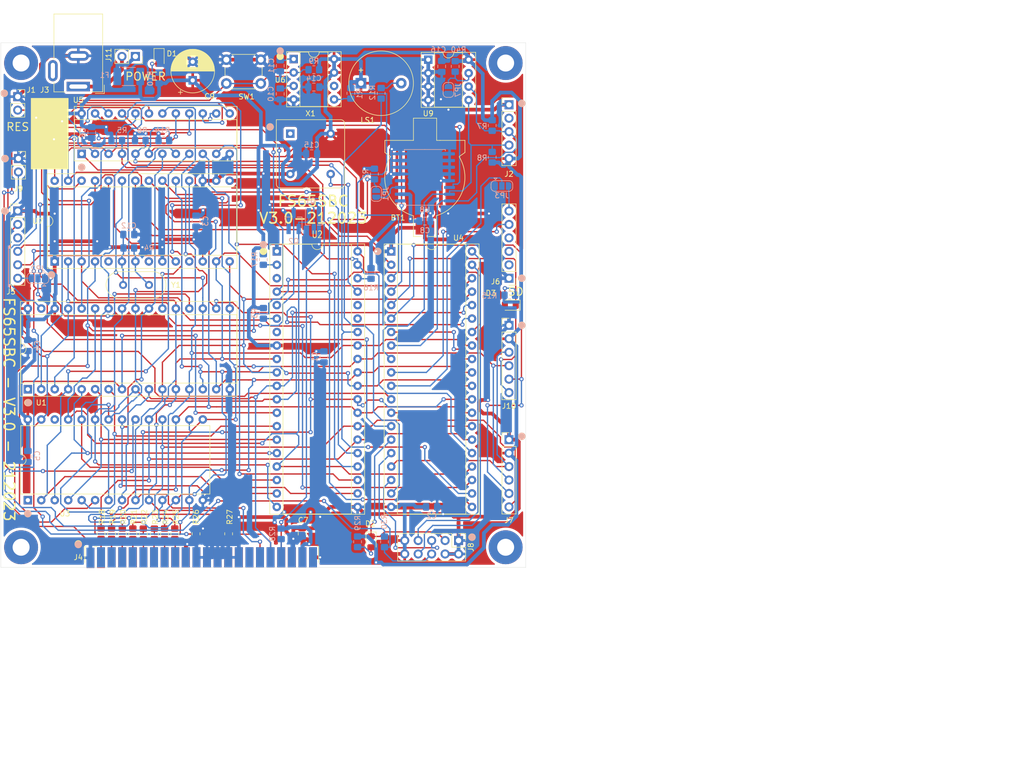
<source format=kicad_pcb>
(kicad_pcb (version 20211014) (generator pcbnew)
  (layers (0 "F.Cu" signal) (31 "B.Cu" signal) (34 "B.Paste" user) (35 "F.Paste" user) (36 "B.SilkS" user "B.Silkscreen") (37 "F.SilkS" user "F.Silkscreen") (38 "B.Mask" user) (39 "F.Mask" user) (44 "Edge.Cuts" user))
  (net 0 "")
  (net 1 "Net-(BT1-Pad1)")
  (net 4 "Net-(J4-Pad3)")
  (net 5 "Net-(J4-Pad5)")
  (net 6 "Net-(J4-Pad7)")
  (net 7 "Net-(J4-Pad9)")
  (net 8 "Net-(J4-Pad11)")
  (net 9 "Net-(J4-Pad13)")
  (net 10 "Net-(J4-Pad15)")
  (net 11 "Net-(J4-Pad17)")
  (net 12 "VCC")
  (net 13 "GND")
  (net 15 "Net-(J4-Pad21)")
  (net 16 "Net-(J4-Pad27)")
  (net 21 "IDE*")
  (net 22 "Net-(J4-Pad38)")
  (net 26 "A15")
  (net 27 "D2")
  (net 28 "D1")
  (net 29 "D0")
  (net 30 "A13")
  (net 31 "A0")
  (net 32 "A8")
  (net 33 "A1")
  (net 34 "A9")
  (net 35 "A2")
  (net 36 "A11")
  (net 37 "A3")
  (net 38 "A4")
  (net 39 "A10")
  (net 40 "A5")
  (net 41 "A6")
  (net 42 "D7")
  (net 43 "A7")
  (net 44 "D6")
  (net 45 "A12")
  (net 46 "D5")
  (net 47 "A14")
  (net 48 "D4")
  (net 49 "D3")
  (net 50 "RES*")
  (net 51 "F2")
  (net 52 "SYNC")
  (net 53 "NMI*")
  (net 54 "IRQ*")
  (net 55 "Net-(C12-Pad2)")
  (net 56 "AR15")
  (net 57 "RD*")
  (net 58 "RAM*")
  (net 59 "AR14")
  (net 60 "AR16")
  (net 61 "SO*")
  (net 62 "F0")
  (net 63 "R|W*")
  (net 64 "F1")
  (net 65 "RDY")
  (net 66 "ROM*")
  (net 67 "CA1")
  (net 68 "CA2")
  (net 69 "CB2")
  (net 70 "CB1")
  (net 71 "PB7")
  (net 72 "PB6")
  (net 73 "PB5")
  (net 74 "PB4")
  (net 75 "PB3")
  (net 76 "PB2")
  (net 77 "PB1")
  (net 78 "PB0")
  (net 79 "PA7")
  (net 80 "PA6")
  (net 81 "PA5")
  (net 82 "PA4")
  (net 83 "PA3")
  (net 84 "PA2")
  (net 85 "PA1")
  (net 86 "PA0")
  (net 88 "Net-(C10-Pad1)")
  (net 89 "Net-(D1-Pad2)")
  (net 91 "WR*")
  (net 93 "Net-(J1-Pad2)")
  (net 94 "TXD")
  (net 95 "RXD")
  (net 96 "Net-(JP1-Pad1)")
  (net 97 "Net-(LS1-Pad2)")
  (net 98 "A8*")
  (net 102 "AR13")
  (net 103 "Net-(D3-Pad2)")
  (net 105 "VIACIA*")
  (net 107 "Net-(C11-Pad1)")
  (net 108 "Net-(R4-Pad2)")
  (net 115 "/VCC1")
  (net 116 "/VCC2")
  (net 117 "RTS0")
  (net 118 "Net-(D2-Pad2)")
  (net 119 "RTS1")
  (net 120 "Net-(JP7-Pad2)")
  (net 121 "Net-(J9-Pad2)")
  (footprint "Package_DIP:DIP-32_W15.24mm_Socket" (layer "F.Cu") (at 81.28 106.05 90)
    (fp_text reference "U1")
    (fp_text value "628128_DIP32_SSOP32")
  )
  (footprint "Package_DIP:DIP-40_W15.24mm_Socket" (layer "F.Cu") (at 128.27 80.01)
    (fp_text reference "U2")
    (fp_text value "6502")
  )
  (footprint "Package_DIP:DIP-24_W7.62mm_Socket" (layer "F.Cu") (at 91.435 61.595 90)
    (fp_text reference "U5")
    (fp_text value "GAL22V10")
  )
  (footprint "Package_DIP:DIP-8_W7.62mm_Socket" (layer "F.Cu") (at 131.455 43.698)
    (fp_text reference "U6")
    (fp_text value "TL7705A")
  )
  (footprint "Connector_PinHeader_2.54mm:PinHeader_1x05_P2.54mm_Vertical" (layer "F.Cu") (at 172.085 52.329)
    (fp_text reference "J2")
    (fp_text value "Conn_01x05" hide)
  )
  (footprint "connector-edge:Edge_2x22_P2.00mm_SMD" (layer "F.Cu") (at 114.095 137.795 90)
    (fp_text reference "J4")
    (fp_text value "Conn_02x22_Odd_Even" hide)
  )
  (footprint "Button_Switch_THT:SW_PUSH_6mm_H4.3mm" (layer "F.Cu") (at 118.745 43.815)
    (fp_text reference "SW1")
    (fp_text value "SW_Push" hide)
  )
  (footprint "Connector_PinHeader_2.54mm:PinHeader_1x06_P2.54mm_Vertical" (layer "F.Cu") (at 79.375 72.39)
    (fp_text reference "J5")
    (fp_text value "Conn_01x05" hide)
  )
  (footprint "Capacitor_THT:CP_Radial_D8.0mm_P3.50mm" (layer "F.Cu") (at 112.395 47.715604 90)
    (fp_text reference "C9")
    (fp_text value "100u")
  )
  (footprint "Package_DIP:DIP-40_W15.24mm_Socket" (layer "F.Cu") (at 149.86 80.01)
    (fp_text reference "U4")
    (fp_text value "6522")
  )
  (footprint "Oscillator:Oscillator_DIP-8" (layer "F.Cu") (at 130.81 57.785 -90)
    (fp_text reference "X1")
    (fp_text value "TFT660")
  )
  (footprint "LED_SMD:LED_0805_2012Metric_Pad1.15x1.40mm_HandSolder" (layer "F.Cu") (at 106.045 43.57 -90)
    (fp_text reference "D1")
    (fp_text value "RED")
  )
  (footprint "LED_SMD:LED_0805_2012Metric_Pad1.15x1.40mm_HandSolder" (layer "F.Cu") (at 172.33 90.17 180)
    (fp_text reference "D3")
    (fp_text value "GREEN")
  )
  (footprint "Capacitor_SMD:C_0805_2012Metric_Pad1.18x1.45mm_HandSolder" (layer "F.Cu") (at 133.0452 133.3285 90)
    (fp_text reference "C7")
    (fp_text value "100n")
  )
  (footprint "Connector_BarrelJack:BarrelJack_Wuerth_6941xx301002" (layer "F.Cu") (at 90.805 48.895 180)
    (fp_text reference "J3")
    (fp_text value "5.5/2.5")
  )
  (footprint "fslib:BATTERY_HOLDER_CR2012" (layer "F.Cu") (at 156.21 66.04 90)
    (fp_text reference "BT1")
    (fp_text value "Battery_Cell" hide)
  )
  (footprint "Package_DIP:DIP-28_W15.24mm_Socket" (layer "F.Cu") (at 86.345 81.915 90)
    (fp_text reference "U7")
    (fp_text value "6551")
  )
  (footprint "Connector_PinSocket_2.54mm:PinSocket_1x02_P2.54mm_Vertical" (layer "F.Cu") (at 79.375 50.8)
    (fp_text reference "J1")
    (fp_text value "Conn_01x02" hide)
  )
  (footprint "Resistor_SMD:R_0805_2012Metric_Pad1.20x1.40mm_HandSolder" (layer "F.Cu") (at 119.175 133.35 -90)
    (fp_text reference "R27")
    (fp_text value "10K")
  )
  (footprint "Connector_PinHeader_2.54mm:PinHeader_1x06_P2.54mm_Vertical" (layer "F.Cu") (at 172.085 93.98)
    (fp_text reference "J10")
    (fp_text value "Conn_01x05" hide)
  )
  (footprint "Connector_PinSocket_2.54mm:PinSocket_1x02_P2.54mm_Vertical" (layer "F.Cu") (at 79.502 62.484)
    (fp_text reference "J9")
    (fp_text value "Conn_01x02" hide)
  )
  (footprint "MountingHole:MountingHole_3.2mm_M3_Pad" (layer "F.Cu") (at 80.01 44.45)
    (fp_text reference "H3" hide)
    (fp_text value "MountingHole" hide)
  )
  (footprint "Connector_PinHeader_2.54mm:PinHeader_1x06_P2.54mm_Vertical" (layer "F.Cu") (at 172.085 85.09 180)
    (fp_text reference "J6")
    (fp_text value "Conn_01x05" hide)
  )
  (footprint "Resistor_SMD:R_0805_2012Metric_Pad1.20x1.40mm_HandSolder" (layer "F.Cu") (at 107.0864 133.35 -90)
    (fp_text reference "R24")
    (fp_text value "100")
  )
  (footprint "Resistor_SMD:R_0805_2012Metric_Pad1.20x1.40mm_HandSolder" (layer "F.Cu") (at 97.0788 133.3152 -90)
    (fp_text reference "R19")
    (fp_text value "100")
  )
  (footprint "Resistor_SMD:R_0805_2012Metric_Pad1.20x1.40mm_HandSolder" (layer "F.Cu") (at 103.0732 133.366 -90)
    (fp_text reference "R22")
    (fp_text value "100")
  )
  (footprint "MountingHole:MountingHole_3.2mm_M3_Pad" (layer "F.Cu") (at 171.45 135.89)
    (fp_text reference "H2" hide)
    (fp_text value "MountingHole" hide)
  )
  (footprint "Resistor_SMD:R_0805_2012Metric_Pad1.20x1.40mm_HandSolder" (layer "F.Cu") (at 113.03 133.35 -90)
    (fp_text reference "R26")
    (fp_text value "10K")
  )
  (footprint "LED_SMD:LED_0805_2012Metric_Pad1.15x1.40mm_HandSolder" (layer "F.Cu") (at 146.05 134.874 -90)
    (fp_text reference "D2")
    (fp_text value "BLUE")
  )
  (footprint "Resistor_SMD:R_0805_2012Metric_Pad1.20x1.40mm_HandSolder" (layer "F.Cu") (at 101.092 133.35 -90)
    (fp_text reference "R21")
    (fp_text value "100")
  )
  (footprint "Resistor_SMD:R_0805_2012Metric_Pad1.20x1.40mm_HandSolder" (layer "F.Cu") (at 109.0168 133.35 -90)
    (fp_text reference "R25")
    (fp_text value "100")
  )
  (footprint "Connector_PinSocket_2.54mm:PinSocket_1x02_P2.54mm_Vertical" (layer "F.Cu") (at 101.58 43.205 -90)
    (fp_text reference "J11")
    (fp_text value "Conn_01x02" hide)
  )
  (footprint "MountingHole:MountingHole_3.2mm_M3_Pad" (layer "F.Cu") (at 171.45 44.45)
    (fp_text reference "H4" hide)
    (fp_text value "MountingHole" hide)
  )
  (footprint "MountingHole:MountingHole_3.2mm_M3_Pad" (layer "F.Cu") (at 80.01 135.89)
    (fp_text reference "H1" hide)
    (fp_text value "MountingHole" hide)
  )
  (footprint "Buzzer_Beeper:Buzzer_12x9.5RM7.6" (layer "F.Cu") (at 144.145 48.26)
    (fp_text reference "LS1")
    (fp_text value "Speaker")
  )
  (footprint "Resistor_SMD:R_0805_2012Metric_Pad1.20x1.40mm_HandSolder" (layer "F.Cu") (at 95.0976 133.3152 -90)
    (fp_text reference "R18")
    (fp_text value "100")
  )
  (footprint "Connector_PinHeader_2.54mm:PinHeader_2x05_P2.54mm_Vertical" (layer "F.Cu") (at 162.565 134.615 -90)
    (fp_text reference "J8")
    (fp_text value "Conn_02x05_Odd_Even" hide)
  )
  (footprint "Connector_PinHeader_2.54mm:PinHeader_1x06_P2.54mm_Vertical" (layer "F.Cu") (at 172.085 115.57)
    (fp_text reference "J7")
    (fp_text value "Conn_01x05" hide)
  )
  (footprint "Crystal:Crystal_HC49-U_Vertical" (layer "F.Cu") (at 99.26 86.36)
    (fp_text reference "Y1")
    (fp_text value "1.8432")
  )
  (footprint "Package_DIP:DIP-28_W15.24mm" (layer "F.Cu") (at 81.28 127 90)
    (fp_text reference "U3")
    (fp_text value "AT28C64")
  )
  (footprint "Package_DIP:DIP-8_W7.62mm_Socket" (layer "F.Cu") (at 156.845 43.815)
    (fp_text reference "U9")
    (fp_text value "24C256")
  )
  (footprint "Resistor_SMD:R_0805_2012Metric_Pad1.20x1.40mm_HandSolder" (layer "F.Cu") (at 105.156 133.366 -90)
    (fp_text reference "R23")
    (fp_text value "100")
  )
  (footprint "Resistor_SMD:R_0805_2012Metric_Pad1.20x1.40mm_HandSolder" (layer "F.Cu") (at 99.1108 133.334 -90)
    (fp_text reference "R20")
    (fp_text value "100")
  )
  (footprint "Resistor_SMD:R_0805_2012Metric_Pad1.20x1.40mm_HandSolder" (layer "B.Cu") (at 142.24 50.165 -90)
    (fp_text reference "R1")
    (fp_text value "3K3")
  )
  (footprint "Capacitor_SMD:C_0805_2012Metric_Pad1.18x1.45mm_HandSolder" (layer "B.Cu") (at 137.16 99.9275 -90)
    (fp_text reference "C1")
    (fp_text value "100n")
  )
  (footprint "Capacitor_SMD:C_0805_2012Metric_Pad1.18x1.45mm_HandSolder" (layer "B.Cu") (at 157.48 128.27)
    (fp_text reference "C2")
    (fp_text value "100n")
  )
  (footprint "Capacitor_SMD:C_0805_2012Metric_Pad1.18x1.45mm_HandSolder" (layer "B.Cu") (at 113.03 74.295 -90)
    (fp_text reference "C3")
    (fp_text value "100n")
  )
  (footprint "Capacitor_SMD:C_0805_2012Metric_Pad1.18x1.45mm_HandSolder" (layer "B.Cu") (at 81.28 97.79 -90)
    (fp_text reference "C4")
    (fp_text value "100n")
  )
  (footprint "Capacitor_SMD:C_0805_2012Metric_Pad1.18x1.45mm_HandSolder" (layer "B.Cu") (at 156.21 74.295)
    (fp_text reference "C8")
    (fp_text value "100n")
  )
  (footprint "Resistor_SMD:R_0805_2012Metric_Pad1.20x1.40mm_HandSolder" (layer "B.Cu") (at 146.685 65.405 -90)
    (fp_text reference "R2")
    (fp_text value "3K3")
  )
  (footprint "Resistor_SMD:R_0805_2012Metric_Pad1.20x1.40mm_HandSolder" (layer "B.Cu") (at 125.73 91.71 -90)
    (fp_text reference "R3")
    (fp_text value "3K3")
  )
  (footprint "Resistor_SMD:R_0805_2012Metric_Pad1.20x1.40mm_HandSolder" (layer "B.Cu") (at 98.06 59.065)
    (fp_text reference "R5")
    (fp_text value "10K")
  )
  (footprint "Resistor_SMD:R_0805_2012Metric_Pad1.20x1.40mm_HandSolder" (layer "B.Cu") (at 102.505 59.065)
    (fp_text reference "R6")
    (fp_text value "10K")
  )
  (footprint "Resistor_SMD:R_0805_2012Metric_Pad1.20x1.40mm_HandSolder" (layer "B.Cu") (at 168.91 56.245 -90)
    (fp_text reference "R7")
    (fp_text value "10K")
  )
  (footprint "Resistor_SMD:R_0805_2012Metric_Pad1.20x1.40mm_HandSolder" (layer "B.Cu") (at 135.255 45.71 180)
    (fp_text reference "R9")
    (fp_text value "10K")
  )
  (footprint "Capacitor_SMD:C_0805_2012Metric_Pad1.18x1.45mm_HandSolder" (layer "B.Cu") (at 81.28 118.745 -90)
    (fp_text reference "C5")
    (fp_text value "100n")
  )
  (footprint "Capacitor_SMD:C_0805_2012Metric_Pad1.18x1.45mm_HandSolder" (layer "B.Cu") (at 93.345 57.5625 -90)
    (fp_text reference "C6")
    (fp_text value "100n")
  )
  (footprint "Capacitor_SMD:C_0805_2012Metric_Pad1.18x1.45mm_HandSolder" (layer "B.Cu") (at 128.915 50.2805 -90)
    (fp_text reference "C10")
    (fp_text value "1u")
  )
  (footprint "Resistor_SMD:R_0805_2012Metric_Pad1.20x1.40mm_HandSolder" (layer "B.Cu") (at 106.045 47.26 90)
    (fp_text reference "R10")
    (fp_text value "1K")
  )
  (footprint "Resistor_SMD:R_0805_2012Metric_Pad1.20x1.40mm_HandSolder" (layer "B.Cu") (at 168.91 62.23 90)
    (fp_text reference "R8")
    (fp_text value "10K")
  )
  (footprint "Jumper:SolderJumper-2_P1.3mm_Open_RoundedPad1.0x1.5mm" (layer "B.Cu") (at 147.02 69.15 90)
    (fp_text reference "JP1")
    (fp_text value "SolderJumper_2_Open" hide)
  )
  (footprint "Resistor_SMD:R_0805_2012Metric_Pad1.20x1.40mm_HandSolder" (layer "B.Cu") (at 147.955 50.165 -90)
    (fp_text reference "R12")
    (fp_text value "47")
  )
  (footprint "Resistor_SMD:R_0805_2012Metric_Pad1.20x1.40mm_HandSolder" (layer "B.Cu") (at 106.95 59.065)
    (fp_text reference "R14")
    (fp_text value "10K")
  )
  (footprint "Resistor_SMD:R_0805_2012Metric_Pad1.20x1.40mm_HandSolder" (layer "B.Cu") (at 172.228 88.275)
    (fp_text reference "R15")
    (fp_text value "1k")
  )
  (footprint "Resistor_SMD:R_0805_2012Metric_Pad1.20x1.40mm_HandSolder" (layer "B.Cu") (at 125.72 81.55 -90)
    (fp_text reference "R17")
    (fp_text value "3K3")
  )
  (footprint "Fuse:Fuse_1812_4532Metric_Castellated" (layer "B.Cu") (at 100.33 46.99 180)
    (fp_text reference "F1")
    (fp_text value "1A")
  )
  (footprint "Package_SO:SOIC-16W_7.5x10.3mm_P1.27mm" (layer "B.Cu") (at 156.21 66.04)
    (fp_text reference "U8")
    (fp_text value "DS3231M")
  )
  (footprint "Resistor_SMD:R_0805_2012Metric_Pad1.20x1.40mm_HandSolder" (layer "B.Cu") (at 146.05 84.185 -90)
    (fp_text reference "R16")
    (fp_text value "3K3")
  )
  (footprint "Capacitor_SMD:C_0805_2012Metric_Pad1.18x1.45mm_HandSolder" (layer "B.Cu") (at 128.915 44.968 -90)
    (fp_text reference "C11")
    (fp_text value "100")
  )
  (footprint "Resistor_SMD:R_0805_2012Metric_Pad1.20x1.40mm_HandSolder" (layer "B.Cu") (at 143.51 134.849 -90)
    (fp_text reference "R29")
    (fp_text value "1K")
  )
  (footprint "Resistor_SMD:R_0805_2012Metric_Pad1.20x1.40mm_HandSolder" (layer "B.Cu") (at 161.925 45.085 -90)
    (fp_text reference "R40")
    (fp_text value "10K")
  )
  (footprint "Package_TO_SOT_SMD:SOT-23_Handsoldering" (layer "B.Cu") (at 131.445 74.295 90)
    (fp_text reference "Q1")
    (fp_text value "BSS84")
  )
  (footprint "Resistor_SMD:R_0805_2012Metric_Pad1.20x1.40mm_HandSolder" (layer "B.Cu") (at 148.59 134.865 90)
    (fp_text reference "R30")
    (fp_text value "470")
  )
  (footprint "Jumper:SolderJumper-2_P1.3mm_Open_RoundedPad1.0x1.5mm" (layer "B.Cu") (at 160.655 49.53 90)
    (fp_text reference "JP7")
    (fp_text value "SolderJumper_2_Open" hide)
  )
  (footprint "Capacitor_SMD:C_0805_2012Metric_Pad1.18x1.45mm_HandSolder" (layer "B.Cu") (at 100.33 76.835 180)
    (fp_text reference "C12")
    (fp_text value "30p*")
  )
  (footprint "Resistor_SMD:R_0805_2012Metric_Pad1.20x1.40mm_HandSolder" (layer "B.Cu") (at 100.33 79.375)
    (fp_text reference "R4")
    (fp_text value "1M*")
  )
  (footprint "Capacitor_SMD:C_0805_2012Metric_Pad1.18x1.45mm_HandSolder" (layer "B.Cu") (at 134.84 61.585 180)
    (fp_text reference "C15")
    (fp_text value "100n")
  )
  (footprint "Capacitor_SMD:C_0805_2012Metric_Pad1.18x1.45mm_HandSolder" (layer "B.Cu") (at 135.255 48.995 180)
    (fp_text reference "C14")
    (fp_text value "100n")
  )
  (footprint "Capacitor_SMD:C_0805_2012Metric_Pad1.18x1.45mm_HandSolder" (layer "B.Cu") (at 159.385 45.085 -90)
    (fp_text reference "C16")
    (fp_text value "100n")
  )
  (footprint "Jumper:SolderJumper-3_P1.3mm_Open_RoundedPad1.0x1.5mm" (layer "B.Cu") (at 83.185 85.09 180)
    (fp_text reference "JP2")
    (fp_text value "SolderJumper_3_Bridged12" hide)
  )
  (footprint "Package_TO_SOT_SMD:SOT-23_Handsoldering" (layer "B.Cu") (at 135.255 74.295 -90)
    (fp_text reference "Q2")
    (fp_text value "2N7002E")
  )
  (footprint "Resistor_SMD:R_0805_2012Metric_Pad1.20x1.40mm_HandSolder" (layer "B.Cu") (at 129.0828 133.35 -90)
    (fp_text reference "R28")
    (fp_text value "10K")
  )
  (footprint "Jumper:SolderJumper-3_P1.3mm_Open_RoundedPad1.0x1.5mm" (layer "B.Cu") (at 170.7388 67.6656)
    (fp_text reference "JP3")
    (fp_text value "SolderJumper_3_Bridged12" hide)
  )
  (gr_circle (center 174.498 52.07) (end 175.133 52.07) (layer "B.SilkS") (width 0.12) (fill solid))
  (gr_circle (center 81.28 129.54) (end 81.915 129.54) (layer "B.SilkS") (width 0.12) (fill solid))
  (gr_circle (center 165.1 133.985) (end 165.735 133.985) (layer "B.SilkS") (width 0.12) (fill solid))
  (gr_circle (center 125.73 78.74) (end 126.365 78.74) (layer "B.SilkS") (width 0.12) (fill solid))
  (gr_circle (center 76.962 72.39) (end 77.597 72.39) (layer "B.SilkS") (width 0.12) (fill solid))
  (gr_circle (center 127 56.515) (end 127.635 56.515) (layer "B.SilkS") (width 0.12) (fill solid))
  (gr_circle (center 81.407 108.585) (end 82.042 108.585) (layer "B.SilkS") (width 0.12) (fill solid))
  (gr_circle (center 128.905 42.164) (end 129.54 42.164) (layer "B.SilkS") (width 0.12) (fill solid))
  (gr_circle (center 91.44 64.135) (end 92.075 64.135) (layer "B.SilkS") (width 0.12) (fill solid))
  (gr_circle (center 85.725 84.455) (end 86.36 84.455) (layer "B.SilkS") (width 0.12) (fill solid))
  (gr_circle (center 76.835 50.165) (end 77.47 50.165) (layer "B.SilkS") (width 0.12) (fill solid))
  (gr_circle (center 174.498 85.09) (end 175.133 85.09) (layer "B.SilkS") (width 0.12) (fill solid))
  (gr_circle (center 174.498 114.935) (end 175.133 114.935) (layer "B.SilkS") (width 0.12) (fill solid))
  (gr_circle (center 76.987 62.484) (end 77.622 62.484) (layer "B.SilkS") (width 0.12) (fill solid))
  (gr_circle (center 90.805 135.382) (end 91.44 135.382) (layer "B.SilkS") (width 0.12) (fill solid))
  (gr_circle (center 147.32 80.01) (end 147.955 80.01) (layer "B.SilkS") (width 0.12) (fill solid))
  (gr_circle (center 174.498 93.98) (end 175.133 93.98) (layer "B.SilkS") (width 0.12) (fill solid))
  (gr_circle (center 174.498 114.935) (end 175.133 114.935) (layer "F.SilkS") (width 0.12) (fill solid))
  (gr_circle (center 165.1 133.985) (end 165.735 133.985) (layer "F.SilkS") (width 0.12) (fill solid))
  (gr_circle (center 76.962 72.39) (end 77.597 72.39) (layer "F.SilkS") (width 0.12) (fill solid))
  (gr_circle (center 147.32 80.01) (end 147.955 80.01) (layer "F.SilkS") (width 0.12) (fill solid))
  (gr_circle (center 174.498 85.09) (end 175.133 85.09) (layer "F.SilkS") (width 0.12) (fill solid))
  (gr_circle (center 85.725 84.455) (end 86.36 84.455) (layer "F.SilkS") (width 0.12) (fill solid))
  (gr_circle (center 91.44 64.135) (end 92.075 64.135) (layer "F.SilkS") (width 0.12) (fill solid))
  (gr_circle (center 81.28 108.585) (end 81.915 108.585) (layer "F.SilkS") (width 0.12) (fill solid))
  (gr_circle (center 128.905 43.18) (end 129.54 43.18) (layer "F.SilkS") (width 0.12) (fill solid))
  (gr_circle (center 81.28 129.54) (end 81.915 129.54) (layer "F.SilkS") (width 0.12) (fill solid))
  (gr_rect (start 81.915 51.1175) (end 88.9 64.4525) (layer "F.SilkS") (width 0.12) (fill solid))
  (gr_circle (center 127 56.515) (end 127.635 56.515) (layer "F.SilkS") (width 0.12) (fill solid))
  (gr_circle (center 125.73 80.01) (end 126.365 80.01) (layer "F.SilkS") (width 0.12) (fill solid))
  (gr_circle (center 90.805 135.255) (end 91.44 135.255) (layer "F.SilkS") (width 0.12) (fill solid))
  (gr_circle (center 76.835 50.165) (end 77.47 50.165) (layer "F.SilkS") (width 0.12) (fill solid))
  (gr_circle (center 174.498 52.07) (end 175.133 52.07) (layer "F.SilkS") (width 0.12) (fill solid))
  (gr_circle (center 174.498 93.98) (end 175.133 93.98) (layer "F.SilkS") (width 0.12) (fill solid))
  (gr_circle (center 76.987 62.484) (end 77.622 62.484) (layer "F.SilkS") (width 0.12) (fill solid))
  (gr_line (start 175.26 139.7) (end 76.2 139.7) (layer "Edge.Cuts") (width 0.05))
  (gr_line (start 175.26 40.64) (end 175.26 139.7) (layer "Edge.Cuts") (width 0.05))
  (gr_line (start 76.2 139.7) (end 76.2 40.64) (layer "Edge.Cuts") (width 0.05))
  (gr_line (start 76.2 40.64) (end 175.26 40.64) (layer "Edge.Cuts") (width 0.05))
  (gr_text "RES" (at 79.375 56.515) (layer "F.SilkS") (effects (font (size 1.5 1.5) (thickness 0.2))))
  (gr_text "FS65SBC - V3.0 - 212023" (at 77.724 109.855 270) (layer "F.SilkS") (effects (font (size 2 2) (thickness 0.3))))
  (gr_text "POWER" (at 103.505 46.99) (layer "F.SilkS") (effects (font (size 1.5 1.5) (thickness 0.2))))
  (gr_text "SD" (at 173.355 87.63) (layer "F.SilkS") (effects (font (size 1.5 1.5) (thickness 0.2))))
  (gr_text "FS65SBC\nV3.0-212023" (at 135.128 72.136) (layer "F.SilkS") (effects (font (size 2 2) (thickness 0.3))))
  (segment (start 162.7607 56.515) (end 156.21 56.515) (width 0.25) (layer "F.Cu") (net 1))
  (via (at 162.7607 56.515) (size 0.8) (drill 0.4) (layers "F.Cu" "B.Cu") (net 1))
  (segment (start 162.3638 67.3193) (end 161.5351 67.3193) (width 0.25) (layer "B.Cu") (net 1))
  (segment (start 162.7607 66.9225) (end 162.3638 67.3193) (width 0.25) (layer "B.Cu") (net 1))
  (segment (start 161.5351 67.3193) (end 161.5351 67.945) (width 0.25) (layer "B.Cu") (net 1))
  (segment (start 162.7607 56.515) (end 162.7607 66.9225) (width 0.25) (layer "B.Cu") (net 1))
  (segment (start 161.5351 67.945) (end 160.86 67.945) (width 0.25) (layer "B.Cu") (net 1))
  (segment (start 95.0976 137.88) (end 95.095 137.88) (width 0.25) (layer "F.Cu") (net 4))
  (segment (start 95.0976 134.3152) (end 95.0976 137.88) (width 0.25) (layer "F.Cu") (net 4))
  (segment (start 97.0788 137.795) (end 97.095 137.795) (width 0.25) (layer "F.Cu") (net 5))
  (segment (start 97.0788 134.3152) (end 97.0788 137.795) (width 0.25) (layer "F.Cu") (net 5))
  (segment (start 99.095 134.334) (end 99.1108 134.334) (width 0.25) (layer "F.Cu") (net 6))
  (segment (start 99.095 137.795) (end 99.095 134.334) (width 0.25) (layer "F.Cu") (net 6))
  (segment (start 101.095 134.35) (end 101.092 134.35) (width 0.25) (layer "F.Cu") (net 7))
  (segment (start 101.095 137.795) (end 101.095 134.35) (width 0.25) (layer "F.Cu") (net 7))
  (segment (start 103.095 137.795) (end 103.095 134.366) (width 0.25) (layer "F.Cu") (net 8))
  (segment (start 103.095 134.366) (end 103.0732 134.366) (width 0.25) (layer "F.Cu") (net 8))
  (segment (start 105.095 134.366) (end 105.156 134.366) (width 0.25) (layer "F.Cu") (net 9))
  (segment (start 105.095 137.795) (end 105.095 134.366) (width 0.25) (layer "F.Cu") (net 9))
  (segment (start 107.095 134.35) (end 107.0864 134.35) (width 0.25) (layer "F.Cu") (net 10))
  (segment (start 107.095 137.795) (end 107.095 134.35) (width 0.25) (layer "F.Cu") (net 10))
  (segment (start 109.095 134.35) (end 109.0168 134.35) (width 0.25) (layer "F.Cu") (net 11))
  (segment (start 109.095 137.795) (end 109.095 134.35) (width 0.25) (layer "F.Cu") (net 11))
  (segment (start 134.3712 135.2799) (end 139.3393 135.2799) (width 0.7) (layer "F.Cu") (net 12))
  (segment (start 97.3028 57.764) (end 96.0639 56.525) (width 0.7) (layer "F.Cu") (net 12))
  (segment (start 138.43 57.785) (end 141.6089 57.785) (width 0.7) (layer "F.Cu") (net 12))
  (segment (start 123.6712 66.675) (end 119.365 66.675) (width 0.7) (layer "F.Cu") (net 12))
  (segment (start 142.8045 138.7451) (end 147.0001 138.7451) (width 0.7) (layer "F.Cu") (net 12))
  (segment (start 127.8553 131.168) (end 126.6733 132.35) (width 0.7) (layer "F.Cu") (net 12))
  (segment (start 148.5902 137.155) (end 147.0001 138.7451) (width 0.7) (layer "F.Cu") (net 12))
  (segment (start 103.5052 57.764) (end 105.95 57.764) (width 0.7) (layer "F.Cu") (net 12))
  (segment (start 134.6214 97.79) (end 135.7214 98.89) (width 0.7) (layer "F.Cu") (net 12))
  (segment (start 148.121 64.405) (end 144.7839 64.405) (width 0.7) (layer "F.Cu") (net 12))
  (segment (start 124.8056 72.2574) (end 129.4448 72.2574) (width 0.7) (layer "F.Cu") (net 12))
  (segment (start 124.8056 67.8094) (end 123.6712 66.675) (width 0.7) (layer "F.Cu") (net 12))
  (segment (start 128.27 97.79) (end 134.6214 97.79) (width 0.7) (layer "F.Cu") (net 12))
  (segment (start 134.3712 135.2799) (end 133.095 135.2799) (width 0.7) (layer "F.Cu") (net 12))
  (segment (start 126.6733 132.35) (end 119.175 132.35) (width 0.7) (layer "F.Cu") (net 12))
  (segment (start 133.095 135.2799) (end 133.095 137.795) (width 0.7) (layer "F.Cu") (net 12))
  (segment (start 148.121 71.4994) (end 150.5166 73.895) (width 0.7) (layer "F.Cu") (net 12))
  (segment (start 141.6089 57.785) (end 144.7839 60.96) (width 0.7) (layer "F.Cu") (net 12))
  (segment (start 101.505 57.764) (end 97.3028 57.764) (width 0.7) (layer "F.Cu") (net 12))
  (segment (start 133.9712 134.366) (end 133.0452 134.366) (width 0.7) (layer "F.Cu") (net 12))
  (segment (start 134.3712 135.2799) (end 134.3712 134.766) (width 0.7) (layer "F.Cu") (net 12))
  (segment (start 124.8056 72.2574) (end 114.356 72.2574) (width 0.7) (layer "F.Cu") (net 12))
  (segment (start 150.5166 73.895) (end 153.4808 73.895) (width 0.7) (layer "F.Cu") (net 12))
  (segment (start 134.3712 134.766) (end 133.9712 134.366) (width 0.7) (layer "F.Cu") (net 12))
  (segment (start 144.7839 60.96) (end 144.7839 64.405) (width 0.7) (layer "F.Cu") (net 12))
  (segment (start 134.6408 129.2488) (end 129.6701 129.2488) (width 0.7) (layer "F.Cu") (net 12))
  (segment (start 139.3393 135.2799) (end 142.8045 138.7451) (width 0.7) (layer "F.Cu") (net 12))
  (segment (start 148.121 64.405) (end 148.121 71.4994) (width 0.7) (layer "F.Cu") (net 12))
  (segment (start 152.405 137.155) (end 148.5902 137.155) (width 0.7) (layer "F.Cu") (net 12))
  (via (at 124.8056 72.2574) (size 0.8) (drill 0.4) (layers "F.Cu" "B.Cu") (net 12))
  (via (at 96.0639 56.525) (size 0.8) (drill 0.4) (layers "F.Cu" "B.Cu") (net 12))
  (via (at 135.7214 98.89) (size 0.8) (drill 0.4) (layers "F.Cu" "B.Cu") (net 12))
  (via (at 147.0001 138.7451) (size 0.8) (drill 0.4) (layers "F.Cu" "B.Cu") (net 12))
  (via (at 127.8553 131.168) (size 0.8) (drill 0.4) (layers "F.Cu" "B.Cu") (net 12))
  (via (at 134.3712 135.2799) (size 0.8) (drill 0.4) (layers "F.Cu" "B.Cu") (net 12))
  (via (at 134.6408 129.2488) (size 0.8) (drill 0.4) (layers "F.Cu" "B.Cu") (net 12))
  (via (at 150.5166 73.895) (size 0.8) (drill 0.4) (layers "F.Cu" "B.Cu") (net 12))
  (via (at 144.7839 64.405) (size 0.8) (drill 0.4) (layers "F.Cu" "B.Cu") (net 12))
  (via (at 129.4448 72.2574) (size 0.8) (drill 0.4) (layers "F.Cu" "B.Cu") (net 12))
  (via (at 153.4808 73.895) (size 0.8) (drill 0.4) (layers "F.Cu" "B.Cu") (net 12))
  (via (at 114.356 72.2574) (size 0.8) (drill 0.4) (layers "F.Cu" "B.Cu") (net 12))
  (via (at 103.5052 57.764) (size 0.8) (drill 0.4) (layers "F.Cu" "B.Cu") (net 12))
  (via (at 101.505 57.764) (size 0.8) (drill 0.4) (layers "F.Cu" "B.Cu") (net 12))
  (via (at 124.8056 67.8094) (size 0.8) (drill 0.4) (layers "F.Cu" "B.Cu") (net 12))
  (via (at 129.6701 129.2488) (size 0.8) (drill 0.4) (layers "F.Cu" "B.Cu") (net 12))
  (via (at 105.95 57.764) (size 0.8) (drill 0.4) (layers "F.Cu" "B.Cu") (net 12))
  (segment (start 79.9299 110.4099) (end 79.9299 103.1338) (width 0.7) (layer "B.Cu") (net 12))
  (segment (start 143.6949 43.698) (end 144.145 44.1481) (width 0.7) (layer "B.Cu") (net 12))
  (segment (start 172.085 96.52) (end 174.3852 94.2198) (width 0.7) (layer "B.Cu") (net 12))
  (segment (start 123.9055 90.2599) (end 123.9055 79.7958) (width 0.7) (layer "B.Cu") (net 12))
  (segment (start 152.405 127.8449) (end 154.092 127.8449) (width 0.7) (layer "B.Cu") (net 12))
  (segment (start 144.928 42.4649) (end 143.6949 43.698) (width 0.7) (layer "B.Cu") (net 12))
  (segment (start 133.8471 132.0999) (end 133.095 132.0999) (width 0.7) (layer "B.Cu") (net 12))
  (segment (start 93.0225 50.8) (end 102.4925 50.8) (width 0.7) (layer "B.Cu") (net 12))
  (segment (start 130.3838 132.0999) (end 130.3838 132.35) (width 0.7) (layer "B.Cu") (net 12))
  (segment (start 114.356 72.2574) (end 114.356 72.8575) (width 0.7) (layer "B.Cu") (net 12))
  (segment (start 129.6776 60.0519) (end 125.2557 60.0519) (width 0.7) (layer "B.Cu") (net 12))
  (segment (start 105.95 57.764) (end 105.95 59.065) (width 0.7) (layer "B.Cu") (net 12))
  (segment (start 91.435 52.3875) (end 93.0225 50.8) (width 0.7) (layer "B.Cu") (net 12))
  (segment (start 81.28 111.76) (end 81.28 117.7075) (width 0.7) (layer "B.Cu") (net 12))
  (segment (start 84.56 54.7688) (end 85.3538 53.975) (width 0.7) (layer "B.Cu") (net 12))
  (segment (start 167.1363 54.8481) (end 167.5332 55.245) (width 0.7) (layer "B.Cu") (net 12))
  (segment (start 163.665 42.4649) (end 162.5725 42.4649) (width 0.7) (layer "B.Cu") (net 12))
  (segment (start 134.3712 135.2799) (end 134.6408 135.0103) (width 0.7) (layer "B.Cu") (net 12))
  (segment (start 174.3729 89.526) (end 171.228 89.526) (width 0.7) (layer "B.Cu") (net 12))
  (segment (start 130.4949 73.3075) (end 130.4949 75.795) (width 0.7) (layer "B.Cu") (net 12))
  (segment (start 135.8775 58.5788) (end 135.8775 61.585) (width 0.7) (layer "B.Cu") (net 12))
  (segment (start 153.2308 69.215) (end 151.56 69.215) (width 0.7) (layer "B.Cu") (net 12))
  (segment (start 130.4714 62.4717) (end 130.4714 60.8456) (width 0.7) (layer "B.Cu") (net 12))
  (segment (start 107.8404 47.7156) (end 107.296 48.26) (width 0.7) (layer "B.Cu") (net 12))
  (segment (start 82.556 100.5076) (end 82.556 96.7525) (width 0.7) (layer "B.Cu") (net 12))
  (segment (start 174.379 89.076) (end 174.379 89.5199) (width 0.7) (layer "B.Cu") (net 12))
  (segment (start 159.385 44.0475) (end 160.661 44.0475) (width 0.7) (layer "B.Cu") (net 12))
  (segment (start 152.405 134.615) (end 152.405 128.295) (width 0.7) (layer "B.Cu") (net 12))
  (segment (start 93.345 56.525) (end 96.0639 56.525) (width 0.7) (layer "B.Cu") (net 12))
  (segment (start 130.3838 132.35) (end 129.0828 132.35) (width 0.7) (layer "B.Cu") (net 12))
  (segment (start 84.3027 92.8673) (end 81.7301 92.8673) (width 0.7) (layer "B.Cu") (net 12))
  (segment (start 96.0639 57.514) (end 96.0639 56.525) (width 0.7) (layer "B.Cu") (net 12))
  (segment (start 172.085 62.489) (end 172.085 63.0391) (width 0.7) (layer "B.Cu") (net 12))
  (segment (start 160.661 44.0475) (end 160.661 42.934) (width 0.7) (layer "B.Cu") (net 12))
  (segment (start 173.7634 62.489) (end 174.1602 62.0921) (width 0.7) (layer "B.Cu") (net 12))
  (segment (start 125.72 76.743) (end 125.72 79.399) (width 0.7) (layer "B.Cu") (net 12))
  (segment (start 170.161 63.23) (end 168.91 63.23) (width 0.7) (layer "B.Cu") (net 12))
  (segment (start 91.435 53.975) (end 91.435 52.3875) (width 0.7) (layer "B.Cu") (net 12))
  (segment (start 153.4808 74.295) (end 153.4808 73.895) (width 0.7) (layer "B.Cu") (net 12))
  (segment (start 130.2015 67.3072) (end 129.4078 66.5135) (width 0.7) (layer "B.Cu") (net 12))
  (segment (start 154.092 127.8449) (end 154.5171 128.27) (width 0.7) (layer "B.Cu") (net 12))
  (segment (start 144.145 48.014) (end 144.145 48.26) (width 0.7) (layer "B.Cu") (net 12))
  (segment (start 174.379 89.076) (end 174.379 65.9742) (width 0.7) (layer "B.Cu") (net 12))
  (segment (start 125.72 79.399) (end 125.72 80.55) (width 0.7) (layer "B.Cu") (net 12))
  (segment (start 147.9502 138.753) (end 147.9502 138.7451) (width 0.7) (layer "B.Cu") (net 12))
  (segment (start 97.06 57.764) (end 96.3139 57.764) (width 0.7) (layer "B.Cu") (net 12))
  (segment (start 79.9299 103.1338) (end 82.556 100.5076) (width 0.7) (layer "B.Cu") (net 12))
  (segment (start 81.28 96.7525) (end 81.28 93.3174) (width 0.7) (layer "B.Cu") (net 12))
  (segment (start 173.4851 119.5101) (end 173.4851 130.029) (width 0.7) (layer "B.Cu") (net 12))
  (segment (start 133.095 132.0999) (end 134.6408 130.5541) (width 0.7) (layer "B.Cu") (net 12))
  (segment (start 124.8056 67.8094) (end 124.8056 72.2574) (width 0.7) (layer "B.Cu") (net 12))
  (segment (start 173.4851 97.9201) (end 173.4851 116.7099) (width 0.7) (layer "B.Cu") (net 12))
  (segment (start 134.6408 135.0103) (end 134.6408 132.8936) (width 0.7) (layer "B.Cu") (net 12))
  (segment (start 124.8056 72.2574) (end 124.8056 75.8286) (width 0.7) (layer "B.Cu") (net 12))
  (segment (start 86.5352 84.5836) (end 85.7414 83.7899) (width 0.7) (layer "B.Cu") (net 12))
  (segment (start 123.9055 79.7958) (end 124.3024 79.399) (width 0.7) (layer "B.Cu") (net 12))
  (segment (start 96.3139 57.764) (end 96.0639 57.514) (width 0.7) (layer "B.Cu") (net 12))
  (segment (start 129.4448 72.2574) (end 130.4949 73.3075) (width 0.7) (layer "B.Cu") (net 12))
  (segment (start 162.5725 42.4649) (end 162.1035 42.934) (width 0.7) (layer "B.Cu") (net 12))
  (segment (start 151.2101 128.27) (end 149.86 128.27) (width 0.7) (layer "B.Cu") (net 12))
  (segment (start 129.4078 63.5353) (end 130.4714 62.4717) (width 0.7) (layer "B.Cu") (net 12))
  (segment (start 152.405 127.8449) (end 151.6352 127.8449) (width 0.7) (layer "B.Cu") (net 12))
  (segment (start 145.4126 133.849) (end 143.51 133.849) (width 0.7) (layer "B.Cu") (net 12))
  (segment (start 171.8976 131.6165) (end 168.9378 131.6165) (width 0.7) (layer "B.Cu") (net 12))
  (segment (start 147.0001 138.7451) (end 147.0001 135.4365) (width 0.7) (layer "B.Cu") (net 12))
  (segment (start 81.7301 92.8673) (end 81.28 92.4172) (width 0.7) (layer "B.Cu") (net 12))
  (segment (start 113.956 73.2575) (end 113.03 73.2575) (width 0.7) (layer "B.Cu") (net 12))
  (segment (start 122.9817 91.1837) (end 123.9055 90.2599) (width 0.7) (layer "B.Cu") (net 12))
  (segment (start 86.36 88.2073) (end 86.5352 88.0321) (width 0.7) (layer "B.Cu") (net 12))
  (segment (start 162.1035 42.934) (end 160.661 42.934) (width 0.7) (layer "B.Cu") (net 12))
  (segment (start 124.3556 90.71) (end 125.73 90.71) (width 0.7) (layer "B.Cu") (net 12))
  (segment (start 115.2492 50.5698) (end 122.0807 50.5698) (width 0.7) (layer "B.Cu") (net 12))
  (segment (start 164.465 43.815) (end 167.1363 46.4863) (width 0.7) (layer "B.Cu") (net 12))
  (segment (start 91.435 56.1281) (end 91.8319 56.525) (width 0.7) (layer "B.Cu") (net 12))
  (segment (start 132.7025 67.3072) (end 130.2015 67.3072) (width 0.7) (layer "B.Cu") (net 12))
  (segment (start 153.4808 74.295) (end 155.1725 74.295) (width 0.7) (layer "B.Cu") (net 12))
  (segment (start 134.6408 130.5541) (end 134.6408 129.2488) (width 0.7) (layer "B.Cu") (net 12))
  (segment (start 134.3712 135.2799) (end 133.495 135.2799) (width 0.7) (layer "B.Cu") (net 12))
  (segment (start 144.145 44.1481) (end 144.145 48.014) (width 0.7) (layer "B.Cu") (net 12))
  (segment (start 139.075 46.238) (end 137.431 47.882) (width 0.7) (layer "B.Cu") (net 12))
  (segment (start 138.43 57.785) (end 138.43 54.5672) (width 0.7) (layer "B.Cu") (net 12))
  (segment (start 84.56 82.9962) (end 84.56 54.7688) (width 0.7) (layer "B.Cu") (net 12))
  (segment (start 124.8056 67.8094) (end 124.8056 60.502) (width 0.7) (layer "B.Cu") (net 12))
  (segment (start 142.24 48.014) (end 142.24 49.165) (width 0.7) (layer "B.Cu") (net 12))
  (segment (start 127.8553 130.1988) (end 127.8553 131.168) (width 0.7) (layer "B.Cu") (net 12))
  (segment (start 174.3852 89.526) (end 174.379 89.5199) (width 0.7) (layer "B.Cu") (net 12))
  (segment (start 172.085 118.11) (end 173.4851 119.5101) (width 0.7) (layer "B.Cu") (net 12))
  (segment (start 129.6701 129.2488) (end 128.72 130.1988) (width 0.7) (layer "B.Cu") (net 12))
  (segment (start 101.505 57.764) (end 103.5052 57.764) (width 0.7) (layer "B.Cu") (net 12))
  (segment (start 86.5352 88.0321) (end 86.5352 84.5836) (width 0.7) (layer "B.Cu") (net 12))
  (segment (start 124.3024 79.399) (end 125.72 79.399) (width 0.7) (layer "B.Cu") (net 12))
  (segment (start 85.3538 83.7899) (end 84.56 82.9962) (width 0.7) (layer "B.Cu") (net 12))
  (segment (start 128.72 130.1988) (end 127.8553 130.1988) (width 0.7) (layer "B.Cu") (net 12))
  (segment (start 106.045 48.26) (end 106.045 50.4564) (width 0.7) (layer "B.Cu") (net 12))
  (segment (start 123.9055 90.2599) (end 124.3556 90.71) (width 0.7) (layer "B.Cu") (net 12))
  (segment (start 91.8319 56.525) (end 93.345 56.525) (width 0.7) (layer "B.Cu") (net 12))
  (segment (start 153.4808 69.465) (end 153.2308 69.215) (width 0.7) (layer "B.Cu") (net 12))
  (segment (start 173.9822 65.5774) (end 173.6725 65.5774) (width 0.7) (layer "B.Cu") (net 12))
  (segment (start 137.431 53.5682) (end 137.431 48.995) (width 0.7) (layer "B.Cu") (net 12))
  (segment (start 81.28 111.76) (end 79.9299 110.4099) (width 0.7) (layer "B.Cu") (net 12))
  (segment (start 174.379 65.9742) (end 173.9822 65.5774) (width 0.7) (layer "B.Cu") (net 12))
  (segment (start 128.27 97.79) (end 124.5692 97.79) (width 0.7) (layer "B.Cu") (net 12))
  (segment (start 97.06 57.764) (end 97.06 59.065) (width 0.7) (layer "B.Cu") (net 12))
  (segment (start 81.28 93.3174) (end 81.7301 92.8673) (width 0.7) (layer "B.Cu") (net 12))
  (segment (start 152.405 134.615) (end 152.405 137.155) (width 0.7) (layer "B.Cu") (net 12))
  (segment (start 125.2557 53.7448) (end 125.2557 60.0519) (width 0.7) (layer "B.Cu") (net 12))
  (segment (start 172.085 63.9898) (end 172.085 63.0391) (width 0.7) (layer "B.Cu") (net 12))
  (segment (start 167.5332 55.245) (end 168.91 55.245) (width 0.7) (layer "B.Cu") (net 12))
  (segment (start 129.4078 66.5135) (end 129.4078 63.5353) (width 0.7) (layer "B.Cu") (net 12))
  (segment (start 152.405 128.295) (end 152.405 127.8449) (width 0.7) (layer "B.Cu") (net 12))
  (segment (start 144.145 48.014) (end 142.24 48.014) (width 0.7) (layer "B.Cu") (net 12))
  (segment (start 82.556 96.7525) (end 81.28 96.7525) (width 0.7) (layer "B.Cu") (net 12))
  (segment (start 86.36 90.81) (end 86.36 88.2073) (width 0.7) (layer "B.Cu") (net 12))
  (segment (start 106.045 48.26) (end 107.296 48.26) (width 0.7) (layer "B.Cu") (net 12))
  (segment (start 164.465 43.815) (end 164.195 44.085) (width 0.7) (layer "B.Cu") (net 12))
  (segment (start 148.3471 139.1499) (end 147.9502 138.753) (width 0.7) (layer "B.Cu") (net 12))
  (segment (start 159.385 44.0475) (end 159.385 42.8618) (width 0.7) (layer "B.Cu") (net 12))
  (segment (start 173.4851 130.029) (end 171.8976 131.6165) (width 0.7) (layer "B.Cu") (net 12))
  (segment (start 130.4714 60.8456) (end 129.6776 60.0519) (width 0.7) (layer "B.Cu") (net 12))
  (segment (start 102.9426 51.2501) (end 102.4925 50.8) (width 0.7) (layer "B.Cu") (net 12))
  (segment (start 86.36 90.81) (end 84.3027 92.8673) (width 0.7) (layer "B.Cu") (net 12))
  (segment (start 172.085 62.489) (end 173.7634 62.489) (width 0.7) (layer "B.Cu") (net 12))
  (segment (start 133.095 135.6799) (end 133.095 137.795) (width 0.7) (layer "B.Cu") (net 12))
  (segment (start 85.7414 83.7899) (end 85.3538 83.7899) (width 0.7) (layer "B.Cu") (net 12))
  (segment (start 139.075 46.238) (end 139.075 43.698) (width 0.7) (layer "B.Cu") (net 12))
  (segment (start 167.1363 46.4863) (end 167.1363 54.8481) (width 0.7) (layer "B.Cu") (net 12))
  (segment (start 112.395 47.7156) (end 115.2492 50.5698) (width 0.7) (layer "B.Cu") (net 12))
  (segment (start 167.3503 133.204) (end 167.3503 135.9749) (width 0.7) (layer "B.Cu") (net 12))
  (segment (start 133.495 135.2799) (end 133.095 135.6799) (width 0.7) (layer "B.Cu") (net 12))
  (segment (start 144.7839 64.405) (end 146.685 64.405) (width 0.7) (layer "B.Cu") (net 12))
  (segment (start 171.235 63.8891) (end 170.8202 63.8891) (width 0.7) (layer "B.Cu") (net 12))
  (segment (start 81.28 92.4172) (end 81.28 90.81) (width 0.7) (layer "B.Cu") (net 12))
  (segment (start 85.3538 53.975) (end 91.435 53.975) (width 0.7) (layer "B.Cu") (net 12))
  (segment (start 138.43 54.5672) (end 137.431 53.5682) (width 0.7) (layer "B.Cu") (net 12))
  (segment (start 101.505 57.764) (end 101.505 59.065) (width 0.7) (layer "B.Cu") (net 12))
  (segment (start 124.8056 75.8286) (end 125.72 76.743) (width 0.7) (layer "B.Cu") (net 12))
  (segment (start 139.075 43.698) (end 136.6519 43.698) (width 0.7) (layer "B.Cu") (net 12))
  (segment (start 164.465 43.2649) (end 163.665 42.4649) (width 0.7) (layer "B.Cu") (net 12))
  (segment (start 130.3838 132.0999) (end 133.095 132.0999) (width 0.7) (layer "B.Cu") (net 12))
  (segment (start 154.5171 128.27) (end 156.4425 128.27) (width 0.7) (layer "B.Cu") (net 12))
  (segment (start 137.431 48.995) (end 136.2925 48.995) (width 0.7) (layer "B.Cu") (net 12))
  (segment (start 91.435 53.975) (end 91.435 56.1281) (width 0.7) (layer "B.Cu") (net 12))
  (segment (start 147.0001 135.4365) (end 145.4126 133.849) (width 0.7) (layer "B.Cu") (net 12))
  (segment (start 136.6712 57.785) (end 135.8775 58.5788) (width 0.7) (layer "B.Cu") (net 12))
  (segment (start 135.8775 61.585) (end 135.8775 64.1322) (width 0.7) (layer "B.Cu") (net 12))
  (segment (start 172.085 96.52) (end 173.4851 97.9201) (width 0.7) (layer "B.Cu") (net 12))
  (segment (start 153.4808 73.895) (end 153.4808 69.465) (width 0.7) (layer "B.Cu") (net 12))
  (segment (start 173.4851 116.7099) (end 172.085 118.11) (width 0.7) (layer "B.Cu") (net 12))
  (segment (start 135.8775 64.1322) (end 132.7025 67.3072) (width 0.7) (layer "B.Cu") (net 12))
  (segment (start 164.195 44.085) (end 161.925 44.085) (width 0.7) (layer "B.Cu") (net 12))
  (segment (start 164.465 43.815) (end 164.465 43.2649) (width 0.7) (layer "B.Cu") (net 12))
  (segment (start 130.4949 75.795) (end 130.495 75.795) (width 0.7) (layer "B.Cu") (net 12))
  (segment (start 172.085 63.0391) (end 171.235 63.8891) (width 0.7) (layer "B.Cu") (net 12))
  (segment (start 124.5692 97.79) (end 122.9817 96.2025) (width 0.7) (layer "B.Cu") (net 12))
  (segment (start 174.1602 51.6163) (end 172.5728 50.0288) (width 0.7) (layer "B.Cu") (net 12))
  (segment (start 158.9881 42.4649) (end 144.928 42.4649) (width 0.7) (layer "B.Cu") (net 12))
  (segment (start 164.1753 139.1499) (end 148.3471 139.1499) (width 0.7) (layer "B.Cu") (net 12))
  (segment (start 105.2512 51.2501) (end 102.9426 51.2501) (width 0.7) (layer "B.Cu") (net 12))
  (segment (start 137.431 47.882) (end 137.431 48.995) (width 0.7) (layer "B.Cu") (net 12))
  (segment (start 147.9502 138.7451) (end 147.0001 138.7451) (width 0.7) (layer "B.Cu") (net 12))
  (segment (start 102.4925 50.8) (end 102.4925 46.99) (width 0.7) (layer "B.Cu") (net 12))
  (segment (start 159.385 42.8618) (end 158.9881 42.4649) (width 0.7) (layer "B.Cu") (net 12))
  (segment (start 112.395 47.7156) (end 107.8404 47.7156) (width 0.7) (layer "B.Cu") (net 12))
  (segment (start 172.5728 50.0288) (end 170.4975 50.0288) (width 0.7) (layer "B.Cu") (net 12))
  (segment (start 151.6352 127.8449) (end 151.2101 128.27) (width 0.7) (layer "B.Cu") (net 12))
  (segment (start 171.228 89.526) (end 171.228 88.275) (width 0.7) (layer "B.Cu") (net 12))
  (segment (start 124.8056 60.502) (end 125.2557 60.0519) (width 0.7) (layer "B.Cu") (net 12))
  (segment (start 114.356 72.8575) (end 113.956 73.2575) (width 0.7) (layer "B.Cu") (net 12))
  (segment (start 106.045 50.4564) (end 105.2512 51.2501) (width 0.7) (layer "B.Cu") (net 12))
  (segment (start 168.91 51.6163) (end 168.91 55.245) (width 0.7) (layer "B.Cu") (net 12))
  (segment (start 168.9378 131.6165) (end 167.3503 133.204) (width 0.7) (layer "B.Cu") (net 12))
  (segment (start 174.379 89.5199) (end 174.3729 89.526) (width 0.7) (layer "B.Cu") (net 12))
  (segment (start 139.075 43.698) (end 143.6949 43.698) (width 0.7) (layer "B.Cu") (net 12))
  (segment (start 174.3852 94.2198) (end 174.3852 89.526) (width 0.7) (layer "B.Cu") (net 12))
  (segment (start 170.4975 50.0288) (end 168.91 51.6163) (width 0.7) (layer "B.Cu") (net 12))
  (segment (start 138.43 57.785) (end 136.6712 57.785) (width 0.7) (layer "B.Cu") (net 12))
  (segment (start 135.7214 98.89) (end 137.16 98.89) (width 0.7) (layer "B.Cu") (net 12))
  (segment (start 122.9817 96.2025) (end 122.9817 91.1837) (width 0.7) (layer "B.Cu") (net 12))
  (segment (start 122.0807 50.5698) (end 125.2557 53.7448) (width 0.7) (layer "B.Cu") (net 12))
  (segment (start 174.1602 62.0921) (end 174.1602 51.6163) (width 0.7) (layer "B.Cu") (net 12))
  (segment (start 146.05 78.3616) (end 146.05 83.185) (width 0.7) (layer "B.Cu") (net 12))
  (segment (start 150.5166 73.895) (end 146.05 78.3616) (width 0.7) (layer "B.Cu") (net 12))
  (segment (start 167.3503 135.9749) (end 164.1753 139.1499) (width 0.7) (layer "B.Cu") (net 12))
  (segment (start 173.6725 65.5774) (end 172.085 63.9898) (width 0.7) (layer "B.Cu") (net 12))
  (segment (start 170.8202 63.8891) (end 170.161 63.23) (width 0.7) (layer "B.Cu") (net 12))
  (segment (start 136.6519 43.698) (end 136.255 44.0949) (width 0.7) (layer "B.Cu") (net 12))
  (segment (start 136.255 44.0949) (end 136.255 45.71) (width 0.7) (layer "B.Cu") (net 12))
  (segment (start 134.6408 132.8936) (end 133.8471 132.0999) (width 0.7) (layer "B.Cu") (net 12))
  (segment (start 162.565 131.355) (end 162.565 130.1202) (width 0.7) (layer "F.Cu") (net 13))
  (segment (start 135.6514 132.291) (end 136.4451 131.4972) (width 0.7) (layer "F.Cu") (net 13))
  (segment (start 159.6312 53.2571) (end 160.655 53.2571) (width 0.7) (layer "F.Cu") (net 13))
  (segment (start 161.6649 130.1202) (end 161.1648 129.6201) (width 0.7) (layer "F.Cu") (net 13))
  (segment (start 82.6294 72.39) (end 83.1294 72.89) (width 0.7) (layer "F.Cu") (net 13))
  (segment (start 156.21 73.195) (end 156.61 72.795) (width 0.7) (layer "F.Cu") (net 13))
  (segment (start 114.331 132.35) (end 113.03 132.35) (width 0.7) (layer "F.Cu") (net 13))
  (segment (start 156.21 75.565) (end 156.21 73.195) (width 0.7) (layer "F.Cu") (net 13))
  (segment (start 149.9784 60.6949) (end 149.8202 60.8531) (width 0.7) (layer "F.Cu") (net 13))
  (segment (start 83.7601 46.4149) (end 83.7601 44.6825) (width 0.7) (layer "F.Cu") (net 13))
  (segment (start 162.565 131.355) (end 162.565 131.355) (width 0.7) (layer "F.Cu") (net 13))
  (segment (start 167.2438 110.6349) (end 166.4501 109.8412) (width 0.7) (layer "F.Cu") (net 13))
  (segment (start 162.565 137.155) (end 160.025 137.155) (width 0.7) (layer "F.Cu") (net 13))
  (segment (start 149.86 80.01) (end 149.86 77.1525) (width 0.7) (layer "F.Cu") (net 13))
  (segment (start 86.345 81.915) (end 86.345 84.3301) (width 0.7) (layer "F.Cu") (net 13))
  (segment (start 160.6088 77.7598) (end 160.6088 77.02) (width 0.7) (layer "F.Cu") (net 13))
  (segment (start 111.095 135.6799) (end 111.095 137.795) (width 0.7) (layer "F.Cu") (net 13))
  (segment (start 79.375 72.39) (end 82.6294 72.39) (width 0.7) (layer "F.Cu") (net 13))
  (segment (start 86.345 78.1098) (end 94.365 78.1098) (width 0.7) (layer "F.Cu") (net 13))
  (segment (start 149.8202 60.8531) (end 149.8202 65.405) (width 0.7) (layer "F.Cu") (net 13))
  (segment (start 118.1751 65.3249) (end 125.7557 65.3249) (width 0.7) (layer "F.Cu") (net 13))
  (segment (start 138.3274 128.27) (end 136.4451 130.1524) (width 0.7) (layer "F.Cu") (net 13))
  (segment (start 126.9199 65.405) (end 126.8398 65.3249) (width 0.7) (layer "F.Cu") (net 13))
  (segment (start 136.2051 78.6599) (end 145.65 78.6599) (width 0.7) (layer "F.Cu") (net 13))
  (segment (start 172.3477 130.1202) (end 162.565 130.1202) (width 0.7) (layer "F.Cu") (net 13))
  (segment (start 173.9352 115.9669) (end 173.9352 128.5327) (width 0.7) (layer "F.Cu") (net 13))
  (segment (start 79.375 50.8) (end 83.7601 46.4149) (width 0.7) (layer "F.Cu") (net 13))
  (segment (start 151.4475 75.565) (end 156.21 75.565) (width 0.7) (layer "F.Cu") (net 13))
  (segment (start 168.91 110.6349) (end 167.2438 110.6349) (width 0.7) (layer "F.Cu") (net 13))
  (segment (start 160.6088 72.8682) (end 168.3004 72.8682) (width 0.7) (layer "F.Cu") (net 13))
  (segment (start 131.634 132.291) (end 131.384 132.541) (width 0.7) (layer "F.Cu") (net 13))
  (segment (start 166.4501 109.8412) (end 166.4501 108.477) (width 0.7) (layer "F.Cu") (net 13))
  (segment (start 85.3476 43.095) (end 90.805 43.095) (width 0.7) (layer "F.Cu") (net 13))
  (segment (start 156.21 77.5098) (end 156.46 77.7598) (width 0.7) (layer "F.Cu") (net 13))
  (segment (start 159.2343 51.2801) (end 159.2343 52.8602) (width 0.7) (layer "F.Cu") (net 13))
  (segment (start 149.86 77.1525) (end 151.4475 75.565) (width 0.7) (layer "F.Cu") (net 13))
  (segment (start 84.0915 57.8945) (end 91.1775 57.8945) (width 0.7) (layer "F.Cu") (net 13))
  (segment (start 130.81 65.405) (end 126.9199 65.405) (width 0.7) (layer "F.Cu") (net 13))
  (segment (start 162.565 130.1202) (end 161.6649 130.1202) (width 0.7) (layer "F.Cu") (net 13))
  (segment (start 91.1775 57.8945) (end 91.883 58.6) (width 0.7) (layer "F.Cu") (net 13))
  (segment (start 172.085 115.57) (end 173.5383 115.57) (width 0.7) (layer "F.Cu") (net 13))
  (segment (start 160.655 53.2571) (end 169.3208 53.2571) (width 0.7) (layer "F.Cu") (net 13))
  (segment (start 111.36 135.2799) (end 111.36 135.4149) (width 0.7) (layer "F.Cu") (net 13))
  (segment (start 86.345 84.3301) (end 85.5851 85.09) (width 0.7) (layer "F.Cu") (net 13))
  (segment (start 83.1294 72.89) (end 86.345 72.89) (width 0.7) (layer "F.Cu") (net 13))
  (segment (start 173.5383 115.57) (end 173.9352 115.9669) (width 0.7) (layer "F.Cu") (net 13))
  (segment (start 158.5175 129.6201) (end 159.656 129.6201) (width 0.7) (layer "F.Cu") (net 13))
  (segment (start 136.4451 131.4972) (end 136.4451 130.1524) (width 0.7) (layer "F.Cu") (net 13))
  (segment (start 130.0451 132.9523) (end 130.0451 130.5957) (width 0.7) (layer "F.Cu") (net 13))
  (segment (start 173.9352 128.5327) (end 172.3477 130.1202) (width 0.7) (layer "F.Cu") (net 13))
  (segment (start 172.085 113.8099) (end 168.91 110.6349) (width 0.7) (layer "F.Cu") (net 13))
  (segment (start 144.8601 129.6201) (end 158.5175 129.6201) (width 0.7) (layer "F.Cu") (net 13))
  (segment (start 170.2488 52.329) (end 172.085 52.329) (width 0.7) (layer "F.Cu") (net 13))
  (segment (start 159.2343 66.675) (end 159.2343 71.4938) (width 0.7) (layer "F.Cu") (net 13))
  (segment (start 161.1648 129.6201) (end 159.656 129.6201) (width 0.7) (layer "F.Cu") (net 13))
  (segment (start 116.825 66.675) (end 118.1751 65.3249) (width 0.7) (layer "F.Cu") (net 13))
  (segment (start 145.65 78.6599) (end 147.0001 80.01) (width 0.7) (layer "F.Cu") (net 13))
  (segment (start 169.3208 53.2571) (end 170.2488 52.329) (width 0.7) (layer "F.Cu") (net 13))
  (segment (start 129.6482 130.1988) (end 121.095 130.1988) (width 0.7) (layer "F.Cu") (net 13))
  (segment (start 133.0452 132.291) (end 135.6514 132.291) (width 0.7) (layer "F.Cu") (net 13))
  (segment (start 133.0452 132.291) (end 131.634 132.291) (width 0.7) (layer "F.Cu") (net 13))
  (segment (start 106.665 77.7575) (end 112.6101 77.7575) (width 0.7) (layer "F.Cu") (net 13))
  (segment (start 83.7601 44.6825) (end 85.3476 43.095) (width 0.7) (layer "F.Cu") (net 13))
  (segment (start 166.4501 108.477) (end 166.847 108.0801) (width 0.7) (layer "F.Cu") (net 13))
  (segment (start 112.395 44.2156) (end 110.7244 42.545) (width 0.7) (layer "F.Cu") (net 13))
  (segment (start 136.4451 137.795) (end 135.095 137.795) (width 0.7) (layer "F.Cu") (net 13))
  (segment (start 125.245 43.815) (end 118.745 43.815) (width 0.7) (layer "F.Cu") (net 13))
  (segment (start 131.384 134.2912) (end 130.0451 132.9523) (width 0.7) (layer "F.Cu") (net 13))
  (segment (start 159.2343 52.8602) (end 159.6312 53.2571) (width 0.7) (layer "F.Cu") (net 13))
  (segment (start 126.8398 65.3249) (end 125.7557 65.3249) (width 0.7) (layer "F.Cu") (net 13))
  (segment (start 116.825 66.675) (end 114.285 66.675) (width 0.7) (layer "F.Cu") (net 13))
  (segment (start 162.565 134.615) (end 162.565 131.355) (width 0.7) (layer "F.Cu") (net 13))
  (segment (start 96.7154 79.2249) (end 102.906 79.2249) (width 0.7) (layer "F.Cu") (net 13))
  (segment (start 159.2343 71.4938) (end 160.6088 72.8682) (width 0.7) (layer "F.Cu") (net 13))
  (segment (start 79.502 62.484) (end 84.0915 57.8945) (width 0.7) (layer "F.Cu") (net 13))
  (segment (start 111.36 135.4149) (end 111.095 135.6799) (width 0.7) (layer "F.Cu") (net 13))
  (segment (start 131.384 132.541) (end 131.384 134.2912) (width 0.7) (layer "F.Cu") (net 13))
  (segment (start 166.847 108.0801) (end 168.1254 108.0801) (width 0.7) (layer "F.Cu") (net 13))
  (segment (start 156.46 77.7598) (end 160.6088 77.7598) (width 0.7) (layer "F.Cu") (net 13))
  (segment (start 130.0451 130.5957) (end 129.6482 130.1988) (width 0.7) (layer "F.Cu") (net 13))
  (segment (start 172.085 115.57) (end 172.085 113.8099) (width 0.7) (layer "F.Cu") (net 13))
  (segment (start 156.21 75.565) (end 156.21 77.5098) (width 0.7) (layer "F.Cu") (net 13))
  (segment (start 126.9199 71.2449) (end 136.205 71.2449) (width 0.7) (layer "F.Cu") (net 13))
  (segment (start 110.7244 42.545) (end 106.045 42.545) (width 0.7) (layer "F.Cu") (net 13))
  (segment (start 143.51 128.27) (end 138.3274 128.27) (width 0.7) (layer "F.Cu") (net 13))
  (segment (start 143.51 128.27) (end 144.8601 129.6201) (width 0.7) (layer "F.Cu") (net 13))
  (segment (start 106.665 79.2249) (end 102.906 79.2249) (width 0.7) (layer "F.Cu") (net 13))
  (segment (start 156.61 72.795) (end 157.2475 72.795) (width 0.7) (layer "F.Cu") (net 13))
  (via (at 149.9784 60.6949) (size 0.8) (drill 0.4) (layers "F.Cu" "B.Cu") (net 13))
  (via (at 160.6088 77.02) (size 0.8) (drill 0.4) (layers "F.Cu" "B.Cu") (net 13))
  (via (at 112.6101 77.7575) (size 0.8) (drill 0.4) (layers "F.Cu" "B.Cu") (net 13))
  (via (at 136.4451 137.795) (size 0.8) (drill 0.4) (layers "F.Cu" "B.Cu") (net 13))
  (via (at 157.2475 72.795) (size 0.8) (drill 0.4) (layers "F.Cu" "B.Cu") (net 13))
  (via (at 86.345 72.89) (size 0.8) (drill 0.4) (layers "F.Cu" "B.Cu") (net 13))
  (via (at 106.665 77.7575) (size 0.8) (drill 0.4) (layers "F.Cu" "B.Cu") (net 13))
  (via (at 126.9199 71.2449) (size 0.8) (drill 0.4) (layers "F.Cu" "B.Cu") (net 13))
  (via (at 111.36 135.2799) (size 0.8) (drill 0.4) (layers "F.Cu" "B.Cu") (net 13))
  (via (at 91.883 58.6) (size 0.8) (drill 0.4) (layers "F.Cu" "B.Cu") (net 13))
  (via (at 159.2343 66.675) (size 0.8) (drill 0.4) (layers "F.Cu" "B.Cu") (net 13))
  (via (at 94.365 78.1098) (size 0.8) (drill 0.4) (layers "F.Cu" "B.Cu") (net 13))
  (via (at 85.5851 85.09) (size 0.8) (drill 0.4) (layers "F.Cu" "B.Cu") (net 13))
  (via (at 114.331 132.35) (size 0.8) (drill 0.4) (layers "F.Cu" "B.Cu") (net 13))
  (via (at 159.2343 51.2801) (size 0.8) (drill 0.4) (layers "F.Cu" "B.Cu") (net 13))
  (via (at 86.345 78.1098) (size 0.8) (drill 0.4) (layers "F.Cu" "B.Cu") (net 13))
  (via (at 160.655 53.2571) (size 0.8) (drill 0.4) (layers "F.Cu" "B.Cu") (net 13))
  (via (at 168.3004 72.8682) (size 0.8) (drill 0.4) (layers "F.Cu" "B.Cu") (net 13))
  (via (at 149.8202 65.405) (size 0.8) (drill 0.4) (layers "F.Cu" "B.Cu") (net 13))
  (via (at 168.1254 108.0801) (size 0.8) (drill 0.4) (layers "F.Cu" "B.Cu") (net 13))
  (via (at 102.906 79.2249) (size 0.8) (drill 0.4) (layers "F.Cu" "B.Cu") (net 13))
  (via (at 125.7557 65.3249) (size 0.8) (drill 0.4) (layers "F.Cu" "B.Cu") (net 13))
  (via (at 136.205 71.2449) (size 0.8) (drill 0.4) (layers "F.Cu" "B.Cu") (net 13))
  (via (at 160.6088 72.8682) (size 0.8) (drill 0.4) (layers "F.Cu" "B.Cu") (net 13))
  (via (at 106.665 79.2249) (size 0.8) (drill 0.4) (layers "F.Cu" "B.Cu") (net 13))
  (via (at 136.2051 78.6599) (size 0.8) (drill 0.4) (layers "F.Cu" "B.Cu") (net 13))
  (via (at 159.656 129.6201) (size 0.8) (drill 0.4) (layers "F.Cu" "B.Cu") (net 13))
  (via (at 96.7154 79.2249) (size 0.8) (drill 0.4) (layers "F.Cu" "B.Cu") (net 13))
  (via (at 131.384 134.2912) (size 0.8) (drill 0.4) (layers "F.Cu" "B.Cu") (net 13))
  (via (at 121.095 130.1988) (size 0.8) (drill 0.4) (layers "F.Cu" "B.Cu") (net 13))
  (via (at 147.0001 80.01) (size 0.8) (drill 0.4) (layers "F.Cu" "B.Cu") (net 13))
  (via (at 136.4451 130.1524) (size 0.8) (drill 0.4) (layers "F.Cu" "B.Cu") (net 13))
  (segment (start 172.085 93.98) (end 172.085 92.2968) (width 0.7) (layer "B.Cu") (net 13))
  (segment (start 114.331 134.8798) (end 113.5451 134.8798) (width 0.7) (layer "B.Cu") (net 13))
  (segment (start 159.2343 65.805) (end 159.2343 64.135) (width 0.7) (layer "B.Cu") (net 13))
  (segment (start 85.5851 85.09) (end 84.485 85.09) (width 0.7) (layer "B.Cu") (net 13))
  (segment (start 156.845 51.435) (end 156.9999 51.2801) (width 0.7) (layer "B.Cu") (net 13))
  (segment (start 160.655 53.2571) (end 160.655 50.18) (width 0.7) (layer "B.Cu") (net 13))
  (segment (start 149.8202 65.405) (end 151.56 65.405) (width 0.7) (layer "B.Cu") (net 13))
  (segment (start 94.365 78.1098) (end 95.6003 78.1098) (width 0.7) (layer "B.Cu") (net 13))
  (segment (start 128.915 51.318) (end 127.589 51.318) (width 0.7) (layer "B.Cu") (net 13))
  (segment (start 156.845 46.355) (end 156.845 48.895) (width 0.7) (layer "B.Cu") (net 13))
  (segment (start 157.8841 60.6949) (end 158.7842 61.595) (width 0.7) (layer "B.Cu") (net 13))
  (segment (start 153.1857 61.145) (end 153.1857 60.6949) (width 0.7) (layer "B.Cu") (net 13))
  (segment (start 111.36 135.2799) (end 93.095 135.2799) (width 0.7) (layer "B.Cu") (net 13))
  (segment (start 131.384 136.836) (end 131.095 137.125) (width 0.7) (layer "B.Cu") (net 13))
  (segment (start 79.375 72.39) (end 77.2002 74.5648) (width 0.7) (layer "B.Cu") (net 13))
  (segment (start 118.0451 137.795) (end 117.095 137.795) (width 0.7) (layer "B.Cu") (net 13))
  (segment (start 172.085 92.2968) (end 171.2912 91.503) (width 0.7) (layer "B.Cu") (net 13))
  (segment (start 118.0451 135.3299) (end 119.095 135.3299) (width 0.7) (layer "B.Cu") (net 13))
  (segment (start 91.883 58.6) (end 93.345 58.6) (width 0.7) (layer "B.Cu") (net 13))
  (segment (start 149.86 80.01) (end 147.0001 80.01) (width 0.7) (layer "B.Cu") (net 13))
  (segment (start 131.455 53.8473) (end 132.6102 55.0025) (width 0.7) (layer "B.Cu") (net 13))
  (segment (start 170.4738 85.09) (end 170.077 85.4869) (width 0.7) (layer "B.Cu") (net 13))
  (segment (start 159.2343 66.675) (end 159.2343 65.805) (width 0.7) (layer "B.Cu") (net 13))
  (segment (start 135.8409 100.965) (end 137.16 100.965) (width 0.7) (layer "B.Cu") (net 13))
  (segment (start 172.085 85.09) (end 170.4738 85.09) (width 0.7) (layer "B.Cu") (net 13))
  (segment (start 114.5124 75.3325) (end 113.03 75.3325) (width 0.7) (layer "B.Cu") (net 13))
  (segment (start 133.4238 51.318) (end 134.2175 50.5242) (width 0.7) (layer "B.Cu") (net 13))
  (segment (start 158.7842 61.595) (end 159.2343 61.595) (width 0.7) (layer "B.Cu") (net 13))
  (segment (start 130.81 65.405) (end 132.6102 63.6048) (width 0.7) (layer "B.Cu") (net 13))
  (segment (start 159.2343 59.3447) (end 157.8841 60.6949) (width 0.7) (layer "B.Cu") (net 13))
  (segment (start 81.5426 52.9676) (end 81.5426 60.4434) (width 0.7) (layer "B.Cu") (net 13))
  (segment (start 172.085 85.09) (end 168.3004 81.3054) (width 0.7) (layer "B.Cu") (net 13))
  (segment (start 136.4451 130.1524) (end 136.4451 137.795) (width 0.7) (layer "B.Cu") (net 13))
  (segment (start 128.27 76.5232) (end 128.27 80.01) (width 0.7) (layer "B.Cu") (net 13))
  (segment (start 79.375 50.8) (end 81.5426 52.9676) (width 0.7) (layer "B.Cu") (net 13))
  (segment (start 113.03 77.3376) (end 112.6101 77.7575) (width 0.7) (layer "B.Cu") (net 13))
  (segment (start 113.095 135.3299) (end 113.095 137.795) (width 0.7) (layer "B.Cu") (net 13))
  (segment (start 114.285 66.675) (end 114.285 69.9641) (width 0.7) (layer "B.Cu") (net 13))
  (segment (start 170.077 85.4869) (end 170.077 91.503) (width 0.7) (layer "B.Cu") (net 13))
  (segment (start 121.095 135.3299) (end 119.095 135.3299) (width 0.7) (layer "B.Cu") (net 13))
  (segment (start 102.906 77.2319) (end 102.5092 76.835) (width 0.7) (layer "B.Cu") (net 13))
  (segment (start 111.36 135.2799) (end 111.41 135.3299) (width 0.7) (layer "B.Cu") (net 13))
  (segment (start 86.345 81.915) (end 86.345 78.1098) (width 0.7) (layer "B.Cu") (net 13))
  (segment (start 79.0298 118.9888) (end 79.8236 119.7825) (width 0.7) (layer "B.Cu") (net 13))
  (segment (start 115.1932 44.2156) (end 112.395 44.2156) (width 0.7) (layer "B.Cu") (net 13))
  (segment (start 111.41 135.3299) (end 113.095 135.3299) (width 0.7) (layer "B.Cu") (net 13))
  (segment (start 115.3062 70.9852) (end 115.3062 74.5388) (width 0.7) (layer "B.Cu") (net 13))
  (segment (start 116.825 64.145) (end 119.375 61.595) (width 0.7) (layer "B.Cu") (net 13))
  (segment (start 131.455 51.318) (end 128.915 51.318) (width 0.7) (layer "B.Cu") (net 13))
  (segment (start 115.5938 43.815) (end 115.1932 44.2156) (width 0.7) (layer "B.Cu") (net 13))
  (segment (start 162.565 134.615) (end 162.565 137.155) (width 0.7) (layer "B.Cu") (net 13))
  (segment (start 153.1857 61.145) (end 153.6358 60.6949) (width 0.7) (layer "B.Cu") (net 13))
  (segment (start 118.0451 135.3299) (end 116.0451 135.3299) (width 0.7) (layer "B.Cu") (net 13))
  (segment (start 153.1857 60.6949) (end 151.56 60.6949) (width 0.7) (layer "B.Cu") (net 13))
  (segment (start 171.2912 91.503) (end 170.077 91.503) (width 0.7) (layer "B.Cu") (net 13))
  (segment (start 79.8236 119.7825) (end 81.28 119.7825) (width 0.7) (layer "B.Cu") (net 13))
  (segment (start 118.9299 124.7498) (end 119.38 124.2997) (width 0.7) (layer "B.Cu") (net 13))
  (segment (start 81.5426 64.5246) (end 79.502 62.484) (width 0.7) (layer "B.Cu") (net 13))
  (segment (start 114.331 134.8798) (end 114.331 132.35) (width 0.7) (layer "B.Cu") (net 13))
  (segment (start 159.2343 51.2801) (end 159.2343 59.3447) (width 0.7) (layer "B.Cu") (net 13))
  (segment (start 126.9199 75.1732) (end 128.27 76.5232) (width 0.7) (layer "B.Cu") (net 13))
  (segment (start 79.375 72.39) (end 81.5426 70.2224) (width 0.7) (layer "B.Cu") (net 13))
  (segment (start 135.5909 128.2215) (end 135.5909 101.215) (width 0.7) (layer "B.Cu") (net 13))
  (segment (start 149.9784 60.6949) (end 151.56 60.6949) (width 0.7) (layer "B.Cu") (net 13))
  (segment (start 152.7356 62.865) (end 153.1857 62.865) (width 0.7) (layer "B.Cu") (net 13))
  (segment (start 136.205 72.795) (end 136.205 71.2449) (width 0.7) (layer "B.Cu") (net 13))
  (segment (start 77.2002 74.5648) (end 77.2002 97.448) (width 0.7) (layer "B.Cu") (net 13))
  (segment (start 119.095 135.3299) (end 119.095 137.795) (width 0.7) (layer "B.Cu") (net 13))
  (segment (start 136.2051 74.5098) (end 136.2051 78.6599) (width 0.7) (layer "B.Cu") (net 13))
  (segment (start 131.455 51.318) (end 133.4238 51.318) (width 0.7) (layer "B.Cu") (net 13))
  (segment (start 79.0298 99.2776) (end 79.0298 118.9888) (width 0.7) (layer "B.Cu") (net 13))
  (segment (start 172.085 93.98) (end 168.1254 97.9396) (width 0.7) (layer "B.Cu") (net 13))
  (segment (start 127.589 51.318) (end 127.589 46.0055) (width 0.7) (layer "B.Cu") (net 13))
  (segment (start 116.5502 124.7498) (end 114.3 127) (width 0.7) (layer "B.Cu") (net 13))
  (segment (start 126.9199 74.5337) (end 126.9199 75.1732) (width 0.7) (layer "B.Cu") (net 13))
  (segment (start 159.2343 64.135) (end 159.2343 62.865) (width 0.7) (layer "B.Cu") (net 13))
  (segment (start 136.4451 130.1524) (end 136.4451 129.0757) (width 0.7) (layer "B.Cu") (net 13))
  (segment (start 159.2343 66.675) (end 160.86 66.675) (width 0.7) (layer "B.Cu") (net 13))
  (segment (start 159.2343 62.865) (end 160.86 62.865) (width 0.7) (layer "B.Cu") (net 13))
  (segment (start 116.0451 137.795) (end 115.095 137.795) (width 0.7) (layer "B.Cu") (net 13))
  (segment (start 136.4451 129.0757) (end 135.5909 128.2215) (width 0.7) (layer "B.Cu") (net 13))
  (segment (start 156.9999 51.2801) (end 159.2343 51.2801) (width 0.7) (layer "B.Cu") (net 13))
  (segment (start 159.2343 64.135) (end 160.86 64.135) (width 0.7) (layer "B.Cu") (net 13))
  (segment (start 156.845 48.895) (end 156.845 51.435) (width 0.7) (layer "B.Cu") (net 13))
  (segment (start 127.4355 46.0055) (end 127.589 46.0055) (width 0.7) (layer "B.Cu") (net 13))
  (segment (start 119.38 124.2997) (end 119.38 106.05) (width 0.7) (layer "B.Cu") (net 13))
  (segment (start 126.4698 74.0836) (end 126.9199 73.6335) (width 0.7) (layer "B.Cu") (net 13))
  (segment (start 131.455 51.318) (end 131.455 53.8473) (width 0.7) (layer "B.Cu") (net 13))
  (segment (start 156.845 46.355) (end 157.0775 46.1225) (width 0.7) (layer "B.Cu") (net 13))
  (segment (start 114.331 134.8798) (end 114.7812 135.3299) (width 0.7) (layer "B.Cu") (net 13))
  (segment (start 132.6102 55.0025) (end 132.6102 61.585) (width 0.7) (layer "B.Cu") (net 13))
  (segment (start 118.9299 128.0338) (end 121.095 130.1988) (width 0.7) (layer "B.Cu") (net 13))
  (segment (start 126.9199 73.6335) (end 126.9199 71.2449) (width 0.7) (layer "B.Cu") (net 13))
  (segment (start 116.0451 135.78) (end 116.0451 135.3299) (width 0.7) (layer "B.Cu") (net 13))
  (segment (start 126.4698 74.0836) (end 126.9199 74.5337) (width 0.7) (layer "B.Cu") (net 13))
  (segment (start 113.5451 134.8798) (end 113.095 135.3299) (width 0.7) (layer "B.Cu") (net 13))
  (segment (start 135.5909 101.215) (end 135.8409 100.965) (width 0.7) (layer "B.Cu") (net 13))
  (segment (start 153.1857 61.145) (end 153.1857 62.865) (width 0.7) (layer "B.Cu") (net 13))
  (segment (start 114.285 69.9641) (end 115.3062 70.9852) (width 0.7) (layer "B.Cu") (net 13))
  (segment (start 86.345 72.89) (end 86.345 78.1098) (width 0.7) (layer "B.Cu") (net 13))
  (segment (start 114.7812 135.3299) (end 116.0451 135.3299) (width 0.7) (layer "B.Cu") (net 13))
  (segment (start 115.3062 74.5388) (end 114.5124 75.3325) (width 0.7) (layer "B.Cu") (net 13))
  (segment (start 156.845 46.355) (end 156.845 43.815) (width 0.7) (layer "B.Cu") (net 13))
  (segment (start 118.0451 135.78) (end 118.0451 135.3299) (width 0.7) (layer "B.Cu") (net 13))
  (segment (start 79.0298 99.2776) (end 79.4799 98.8275) (width 0.7) (layer "B.Cu") (net 13))
  (segment (start 127.589 46.0055) (end 128.915 46.0055) (width 0.7) (layer "B.Cu") (net 13))
  (segment (start 125.245 43.815) (end 127.4355 46.0055) (width 0.7) (layer "B.Cu") (net 13))
  (segment (start 152.7356 62.865) (end 151.56 62.865) (width 0.7) (layer "B.Cu") (net 13))
  (segment (start 157.0775 46.1225) (end 159.385 46.1225) (width 0.7) (layer "B.Cu") (net 13))
  (segment (start 118.9299 124.7498) (end 116.5502 124.7498) (width 0.7) (layer "B.Cu") (net 13))
  (segment (start 168.3004 67.6656) (end 169.4388 67.6656) (width 0.7) (layer "B.Cu") (net 13))
  (segment (start 116.825 66.675) (end 116.825 64.145) (width 0.7) (layer "B.Cu") (net 13))
  (segment (start 93.095 135.2799) (end 93.095 137.88) (width 0.7) (layer "B.Cu") (net 13))
  (segment (start 157.2475 72.795) (end 157.2475 74.295) (width 0.7) (layer "B.Cu") (net 13))
  (segment (start 81.5426 70.2224) (end 81.5426 64.5246) (width 0.7) (layer "B.Cu") (net 13))
  (segment (start 132.6102 61.585) (end 133.8025 61.585) (width 0.7) (layer "B.Cu") (net 13))
  (segment (start 106.665 77.7575) (end 106.665 79.2249) (width 0.7) (layer "B.Cu") (net 13))
  (segment (start 159.2343 62.865) (end 159.2343 61.595) (width 0.7) (layer "B.Cu") (net 13))
  (segment (start 79.4799 98.8275) (end 81.28 98.8275) (width 0.7) (layer "B.Cu") (net 13))
  (segment (start 118.0451 135.78) (end 118.0451 137.795) (width 0.7) (layer "B.Cu") (net 13))
  (segment (start 136.205 74.5097) (end 136.2051 74.5098) (width 0.7) (layer "B.Cu") (net 13))
  (segment (start 151.56 60.6949) (end 151.56 61.595) (width 0.7) (layer "B.Cu") (net 13))
  (segment (start 102.906 79.2249) (end 102.906 77.2319) (width 0.7) (layer "B.Cu") (net 13))
  (segment (start 134.2175 50.5242) (end 134.2175 48.995) (width 0.7) (layer "B.Cu") (net 13))
  (segment (start 113.03 75.3325) (end 113.03 77.3376) (width 0.7) (layer "B.Cu") (net 13))
  (segment (start 125.7557 73.3694) (end 125.7557 65.3249) (width 0.7) (layer "B.Cu") (net 13))
  (segment (start 153.6358 60.6949) (end 157.8841 60.6949) (width 0.7) (layer "B.Cu") (net 13))
  (segment (start 160.6088 77.02) (end 160.6088 72.8682) (width 0.7) (layer "B.Cu") (net 13))
  (segment (start 121.095 130.1988) (end 121.095 135.3299) (width 0.7) (layer "B.Cu") (net 13))
  (segment (start 168.3004 72.8682) (end 168.3004 67.6656) (width 0.7) (layer "B.Cu") (net 13))
  (segment (start 159.656 129.6201) (end 159.656 128.27) (width 0.7) (layer "B.Cu") (net 13))
  (segment (start 106.665 79.2249) (end 106.665 81.915) (width 0.7) (layer "B.Cu") (net 13))
  (segment (start 159.2343 61.595) (end 160.86 61.595) (width 0.7) (layer "B.Cu") (net 13))
  (segment (start 116.0451 135.78) (end 116.0451 137.795) (width 0.7) (layer "B.Cu") (net 13))
  (segment (start 77.2002 97.448) (end 79.0298 99.2776) (width 0.7) (layer "B.Cu") (net 13))
  (segment (start 153.1857 62.865) (end 153.1857 64.135) (width 0.7) (layer "B.Cu") (net 13))
  (segment (start 118.9299 124.7498) (end 118.9299 128.0338) (width 0.7) (layer "B.Cu") (net 13))
  (segment (start 159.6343 65.405) (end 160.86 65.405) (width 0.7) (layer "B.Cu") (net 13))
  (segment (start 95.6003 78.1098) (end 96.7154 79.2249) (width 0.7) (layer "B.Cu") (net 13))
  (segment (start 106.665 81.915) (end 106.665 81.915) (width 0.7) (layer "B.Cu") (net 13))
  (segment (start 102.5092 76.835) (end 101.3675 76.835) (width 0.7) (layer "B.Cu") (net 13))
  (segment (start 132.6102 63.6048) (end 132.6102 61.585) (width 0.7) (layer "B.Cu") (net 13))
  (segment (start 131.384 134.2912) (end 131.384 136.836) (width 0.7) (layer "B.Cu") (net 13))
  (segment (start 168.3004 77.7598) (end 168.3004 72.8682) (width 0.7) (layer "B.Cu") (net 13))
  (segment (start 168.1254 97.9396) (end 168.1254 108.0801) (width 0.7) (layer "B.Cu") (net 13))
  (segment (start 136.205 72.795) (end 136.205 74.5097) (width 0.7) (layer "B.Cu") (net 13))
  (segment (start 159.2343 65.805) (end 159.6343 65.405) (width 0.7) (layer "B.Cu") (net 13))
  (segment (start 118.745 43.815) (end 115.5938 43.815) (width 0.7) (layer "B.Cu") (net 13))
  (segment (start 131.095 137.125) (end 131.095 137.795) (width 0.7) (layer "B.Cu") (net 13))
  (segment (start 159.656 128.27) (end 158.5175 128.27) (width 0.7) (layer "B.Cu") (net 13))
  (segment (start 153.1857 64.135) (end 151.56 64.135) (width 0.7) (layer "B.Cu") (net 13))
  (segment (start 126.4698 74.0836) (end 125.7557 73.3694) (width 0.7) (layer "B.Cu") (net 13))
  (segment (start 168.3004 81.3054) (end 168.3004 77.7598) (width 0.7) (layer "B.Cu") (net 13))
  (segment (start 81.5426 60.4434) (end 79.502 62.484) (width 0.7) (layer "B.Cu") (net 13))
  (segment (start 121.095 135.3299) (end 121.095 137.795) (width 0.7) (layer "B.Cu") (net 13))
  (segment (start 113.095 134.35) (end 113.03 134.35) (width 0.25) (layer "F.Cu") (net 15))
  (segment (start 113.095 137.795) (end 113.095 134.35) (width 0.25) (layer "F.Cu") (net 15))
  (segment (start 119.095 134.35) (end 119.175 134.35) (width 0.25) (layer "F.Cu") (net 16))
  (segment (start 119.095 137.795) (end 119.095 134.35) (width 0.25) (layer "F.Cu") (net 16))
  (segment (start 129.095 131.149) (end 129.095 137.795) (width 0.25) (layer "F.Cu") (net 21))
  (segment (start 102.1188 57.0388) (end 99.055 53.975) (width 0.25) (layer "F.Cu") (net 21))
  (segment (start 128.7327 61.002) (end 128.7327 60.2138) (width 0.25) (layer "F.Cu") (net 21))
  (segment (start 128.7327 60.2138) (end 125.5577 57.0388) (width 0.25) (layer "F.Cu") (net 21))
  (segment (start 125.5577 57.0388) (end 102.1188 57.0388) (width 0.25) (layer "F.Cu") (net 21))
  (via (at 129.095 131.149) (size 0.8) (drill 0.4) (layers "F.Cu" "B.Cu") (net 21))
  (via (at 128.7327 61.002) (size 0.8) (drill 0.4) (layers "F.Cu" "B.Cu") (net 21))
  (segment (start 137.2081 70.8477) (end 137.2081 80.3939) (width 0.25) (layer "B.Cu") (net 21))
  (segment (start 133.8549 126.389) (end 129.095 131.149) (width 0.25) (layer "B.Cu") (net 21))
  (segment (start 136.4143 70.054) (end 137.2081 70.8477) (width 0.25) (layer "B.Cu") (net 21))
  (segment (start 128.7327 61.002) (end 128.7327 68.4665) (width 0.25) (layer "B.Cu") (net 21))
  (segment (start 128.7327 68.4665) (end 130.3202 70.054) (width 0.25) (layer "B.Cu") (net 21))
  (segment (start 133.8549 83.747) (end 133.8549 126.389) (width 0.25) (layer "B.Cu") (net 21))
  (segment (start 130.3202 70.054) (end 136.4143 70.054) (width 0.25) (layer "B.Cu") (net 21))
  (segment (start 137.2081 80.3939) (end 133.8549 83.747) (width 0.25) (layer "B.Cu") (net 21))
  (segment (start 129.095 134.35) (end 129.0828 134.35) (width 0.25) (layer "B.Cu") (net 22))
  (segment (start 129.095 137.795) (end 129.095 134.35) (width 0.25) (layer "B.Cu") (net 22))
  (segment (start 133.8773 68.8095) (end 114.4576 68.8095) (width 0.25) (layer "F.Cu") (net 26))
  (segment (start 114.4576 68.8095) (end 112.8701 67.222) (width 0.25) (layer "F.Cu") (net 26))
  (segment (start 112.0764 64.6497) (end 94.4897 64.6497) (width 0.25) (layer "F.Cu") (net 26))
  (segment (start 112.8701 67.222) (end 112.8701 65.4434) (width 0.25) (layer "F.Cu") (net 26))
  (segment (start 94.4897 64.6497) (end 91.435 61.595) (width 0.25) (layer "F.Cu") (net 26))
  (segment (start 112.8701 65.4434) (end 112.0764 64.6497) (width 0.25) (layer "F.Cu") (net 26))
  (via (at 133.8773 68.8095) (size 0.8) (drill 0.4) (layers "F.Cu" "B.Cu") (net 26))
  (segment (start 139.8863 71.9845) (end 139.8863 116.5225) (width 0.25) (layer "B.Cu") (net 26))
  (segment (start 136.7113 68.8095) (end 139.8863 71.9845) (width 0.25) (layer "B.Cu") (net 26))
  (segment (start 141.4738 118.11) (end 143.51 118.11) (width 0.25) (layer "B.Cu") (net 26))
  (segment (start 133.8773 68.8095) (end 136.7113 68.8095) (width 0.25) (layer "B.Cu") (net 26))
  (segment (start 139.8863 116.5225) (end 141.4738 118.11) (width 0.25) (layer "B.Cu") (net 26))
  (segment (start 146.4712 102.87) (end 147.5963 101.7449) (width 0.25) (layer "F.Cu") (net 27))
  (segment (start 162.4945 101.7449) (end 163.6196 102.87) (width 0.25) (layer "F.Cu") (net 27))
  (segment (start 114.5935 70.5822) (end 114.8685 70.8572) (width 0.25) (layer "F.Cu") (net 27))
  (segment (start 105.156 133.424) (end 105.156 132.366) (width 0.25) (layer "F.Cu") (net 27))
  (segment (start 143.51 102.87) (end 142.0951 104.2849) (width 0.25) (layer "F.Cu") (net 27))
  (segment (start 147.5963 101.7449) (end 162.4945 101.7449) (width 0.25) (layer "F.Cu") (net 27))
  (segment (start 116.7406 74.4154) (end 108.9425 74.4154) (width 0.25) (layer "F.Cu") (net 27))
  (segment (start 107.355 72.8279) (end 107.355 71.376) (width 0.25) (layer "F.Cu") (net 27))
  (segment (start 119.1253 69.6714) (end 118.7284 69.2745) (width 0.25) (layer "F.Cu") (net 27))
  (segment (start 116.84 106.05) (end 118.6051 104.2849) (width 0.25) (layer "F.Cu") (net 27))
  (segment (start 108.1488 70.5822) (end 114.5935 70.5822) (width 0.25) (layer "F.Cu") (net 27))
  (segment (start 109.2645 69.2745) (end 106.665 66.675) (width 0.25) (layer "F.Cu") (net 27))
  (segment (start 142.0951 104.2849) (end 123.9555 104.2849) (width 0.25) (layer "F.Cu") (net 27))
  (segment (start 122.9554 104.2849) (end 123.9555 104.2849) (width 0.25) (layer "F.Cu") (net 27))
  (segment (start 143.51 102.87) (end 146.4712 102.87) (width 0.25) (layer "F.Cu") (net 27))
  (segment (start 118.7284 69.2745) (end 109.2645 69.2745) (width 0.25) (layer "F.Cu") (net 27))
  (segment (start 119.1253 70.4603) (end 119.1253 69.6714) (width 0.25) (layer "F.Cu") (net 27))
  (segment (start 107.355 71.376) (end 108.1488 70.5822) (width 0.25) (layer "F.Cu") (net 27))
  (segment (start 114.8685 70.8572) (end 118.7284 70.8572) (width 0.25) (layer "F.Cu") (net 27))
  (segment (start 117.8636 121.325) (end 122.9554 121.325) (width 0.25) (layer "F.Cu") (net 27))
  (segment (start 108.9425 74.4154) (end 107.355 72.8279) (width 0.25) (layer "F.Cu") (net 27))
  (segment (start 163.6196 102.87) (end 165.1 102.87) (width 0.25) (layer "F.Cu") (net 27))
  (segment (start 118.6051 104.2849) (end 122.9554 104.2849) (width 0.25) (layer "F.Cu") (net 27))
  (segment (start 110.0428 131.149) (end 110.0428 133.424) (width 0.25) (layer "F.Cu") (net 27))
  (segment (start 118.7284 70.8572) (end 119.1253 70.4603) (width 0.25) (layer "F.Cu") (net 27))
  (segment (start 110.0428 133.424) (end 105.156 133.424) (width 0.25) (layer "F.Cu") (net 27))
  (via (at 117.8636 121.325) (size 0.8) (drill 0.4) (layers "F.Cu" "B.Cu") (net 27))
  (via (at 116.7406 74.4154) (size 0.8) (drill 0.4) (layers "F.Cu" "B.Cu") (net 27))
  (via (at 110.0428 131.149) (size 0.8) (drill 0.4) (layers "F.Cu" "B.Cu") (net 27))
  (via (at 123.9555 104.2849) (size 0.8) (drill 0.4) (layers "F.Cu" "B.Cu") (net 27))
  (via (at 122.9554 121.325) (size 0.8) (drill 0.4) (layers "F.Cu" "B.Cu") (net 27))
  (segment (start 116.84 106.05) (end 116.84 100.7819) (width 0.25) (layer "B.Cu") (net 27))
  (segment (start 116.84 100.7819) (end 115.4251 99.367) (width 0.25) (layer "B.Cu") (net 27))
  (segment (start 111.76 127) (end 111.76 129.4318) (width 0.25) (layer "B.Cu") (net 27))
  (segment (start 115.4251 99.367) (end 115.4251 80.8458) (width 0.25) (layer "B.Cu") (net 27))
  (segment (start 116.7406 79.5303) (end 116.7406 74.4154) (width 0.25) (layer "B.Cu") (net 27))
  (segment (start 122.9554 105.9889) (end 123.6805 105.2638) (width 0.25) (layer "B.Cu") (net 27))
  (segment (start 111.76 127) (end 111.76 124.5) (width 0.25) (layer "B.Cu") (net 27))
  (segment (start 123.6805 105.2638) (end 123.6805 104.5599) (width 0.25) (layer "B.Cu") (net 27))
  (segment (start 114.935 121.325) (end 117.8636 121.325) (width 0.25) (layer "B.Cu") (net 27))
  (segment (start 111.76 129.4318) (end 110.0428 131.149) (width 0.25) (layer "B.Cu") (net 27))
  (segment (start 123.6805 104.5599) (end 123.9555 104.2849) (width 0.25) (layer "B.Cu") (net 27))
  (segment (start 122.9554 121.325) (end 122.9554 105.9889) (width 0.25) (layer "B.Cu") (net 27))
  (segment (start 111.76 124.5) (end 114.935 121.325) (width 0.25) (layer "B.Cu") (net 27))
  (segment (start 115.4251 80.8458) (end 116.7406 79.5303) (width 0.25) (layer "B.Cu") (net 27))
  (segment (start 113.8499 101.7495) (end 110.3451 101.7495) (width 0.25) (layer "F.Cu") (net 28))
  (segment (start 107.0864 131.149) (end 107.0864 132.35) (width 0.25) (layer "F.Cu") (net 28))
  (segment (start 147.3425 99.2049) (end 162.3894 99.2049) (width 0.25) (layer "F.Cu") (net 28))
  (segment (start 109.22 127) (end 110.3451 125.8749) (width 0.25) (layer "F.Cu") (net 28))
  (segment (start 125.7997 101.7449) (end 124.795 102.7496) (width 0.25) (layer "F.Cu") (net 28))
  (segment (start 146.2174 100.33) (end 147.3425 99.2049) (width 0.25) (layer "F.Cu") (net 28))
  (segment (start 124.795 102.7496) (end 117.9651 102.7496) (width 0.25) (layer "F.Cu") (net 28))
  (segment (start 143.51 100.33) (end 146.2174 100.33) (width 0.25) (layer "F.Cu") (net 28))
  (segment (start 110.3451 125.8749) (end 112.75 125.8749) (width 0.25) (layer "F.Cu") (net 28))
  (segment (start 143.51 100.33) (end 142.0951 101.7449) (width 0.25) (layer "F.Cu") (net 28))
  (segment (start 113.8499 102.7496) (end 117.9651 102.7496) (width 0.25) (layer "F.Cu") (net 28))
  (segment (start 142.0951 101.7449) (end 125.7997 101.7449) (width 0.25) (layer "F.Cu") (net 28))
  (segment (start 162.3894 99.2049) (end 163.5145 100.33) (width 0.25) (layer "F.Cu") (net 28))
  (segment (start 163.5145 100.33) (end 165.1 100.33) (width 0.25) (layer "F.Cu") (net 28))
  (via (at 113.8499 102.7496) (size 0.8) (drill 0.4) (layers "F.Cu" "B.Cu") (net 28))
  (via (at 112.75 125.8749) (size 0.8) (drill 0.4) (layers "F.Cu" "B.Cu") (net 28))
  (via (at 110.3451 101.7495) (size 0.8) (drill 0.4) (layers "F.Cu" "B.Cu") (net 28))
  (via (at 113.8499 101.7495) (size 0.8) (drill 0.4) (layers "F.Cu" "B.Cu") (net 28))
  (via (at 117.9651 102.7496) (size 0.8) (drill 0.4) (layers "F.Cu" "B.Cu") (net 28))
  (via (at 107.0864 131.149) (size 0.8) (drill 0.4) (layers "F.Cu" "B.Cu") (net 28))
  (segment (start 109.22 127) (end 107.0864 129.1336) (width 0.25) (layer "B.Cu") (net 28))
  (segment (start 113.8499 102.7496) (end 113.8499 103.8171) (width 0.25) (layer "B.Cu") (net 28))
  (segment (start 118.6902 111.2151) (end 117.9651 110.49) (width 0.25) (layer "B.Cu") (net 28))
  (segment (start 110.3451 101.7495) (end 110.3451 70.3594) (width 0.25) (layer "B.Cu") (net 28))
  (segment (start 109.205 69.2193) (end 109.205 66.675) (width 0.25) (layer "B.Cu") (net 28))
  (segment (start 113.8499 103.8171) (end 114.3 104.2672) (width 0.25) (layer "B.Cu") (net 28))
  (segment (start 116.3849 122.24) (end 118.2933 122.24) (width 0.25) (layer "B.Cu") (net 28))
  (segment (start 118.2933 122.24) (end 118.6902 121.8431) (width 0.25) (layer "B.Cu") (net 28))
  (segment (start 113.8499 102.7496) (end 113.8499 101.7495) (width 0.25) (layer "B.Cu") (net 28))
  (segment (start 114.3 104.2672) (end 114.3 106.05) (width 0.25) (layer "B.Cu") (net 28))
  (segment (start 117.9651 110.49) (end 117.9651 102.7496) (width 0.25) (layer "B.Cu") (net 28))
  (segment (start 110.3451 70.3594) (end 109.205 69.2193) (width 0.25) (layer "B.Cu") (net 28))
  (segment (start 118.6902 121.8431) (end 118.6902 111.2151) (width 0.25) (layer "B.Cu") (net 28))
  (segment (start 107.0864 129.1336) (end 107.0864 131.149) (width 0.25) (layer "B.Cu") (net 28))
  (segment (start 112.75 125.8749) (end 116.3849 122.24) (width 0.25) (layer "B.Cu") (net 28))
  (segment (start 147.7222 97.79) (end 148.8474 96.6649) (width 0.25) (layer "F.Cu") (net 29))
  (segment (start 143.51 97.79) (end 147.7222 97.79) (width 0.25) (layer "F.Cu") (net 29))
  (segment (start 105.9902 130.6988) (end 106.2652 130.4238) (width 0.25) (layer "F.Cu") (net 29))
  (segment (start 138.5009 100.0652) (end 133.6297 100.0652) (width 0.25) (layer "F.Cu") (net 29))
  (segment (start 106.2652 130.4238) (end 108.223 130.4238) (width 0.25) (layer "F.Cu") (net 29))
  (segment (start 108.223 130.4238) (end 109.0168 131.2176) (width 0.25) (layer "F.Cu") (net 29))
  (segment (start 148.8474 96.6649) (end 162.8395 96.6649) (width 0.25) (layer "F.Cu") (net 29))
  (segment (start 132.7694 99.2049) (end 112.2101 99.2049) (width 0.25) (layer "F.Cu") (net 29))
  (segment (start 133.6297 100.0652) (end 132.7694 99.2049) (width 0.25) (layer "F.Cu") (net 29))
  (segment (start 143.51 97.79) (end 140.7761 97.79) (width 0.25) (layer "F.Cu") (net 29))
  (segment (start 140.7761 97.79) (end 138.5009 100.0652) (width 0.25) (layer "F.Cu") (net 29))
  (segment (start 162.8395 96.6649) (end 163.9646 97.79) (width 0.25) (layer "F.Cu") (net 29))
  (segment (start 109.0168 131.2176) (end 109.0168 132.35) (width 0.25) (layer "F.Cu") (net 29))
  (segment (start 163.9646 97.79) (end 165.1 97.79) (width 0.25) (layer "F.Cu") (net 29))
  (via (at 105.9902 130.6988) (size 0.8) (drill 0.4) (layers "F.Cu" "B.Cu") (net 29))
  (via (at 112.2101 99.2049) (size 0.8) (drill 0.4) (layers "F.Cu" "B.Cu") (net 29))
  (segment (start 112.2101 102.2496) (end 112.2101 99.2049) (width 0.25) (layer "B.Cu") (net 29))
  (segment (start 106.68 127) (end 106.6363 127.0437) (width 0.25) (layer "B.Cu") (net 29))
  (segment (start 111.76 107.4599) (end 111.76 106.05) (width 0.25) (layer "B.Cu") (net 29))
  (segment (start 106.6363 127.0437) (end 106.6363 128.1894) (width 0.25) (layer "B.Cu") (net 29))
  (segment (start 112.8851 93.8978) (end 112.8851 79.7062) (width 0.25) (layer "B.Cu") (net 29))
  (segment (start 112.2101 94.5728) (end 112.8851 93.8978) (width 0.25) (layer "B.Cu") (net 29))
  (segment (start 107.8051 125.8749) (end 107.8051 111.0318) (width 0.25) (layer "B.Cu") (net 29))
  (segment (start 111.745 78.5661) (end 111.745 66.675) (width 0.25) (layer "B.Cu") (net 29))
  (segment (start 112.8851 79.7062) (end 111.745 78.5661) (width 0.25) (layer "B.Cu") (net 29))
  (segment (start 108.585 110.6349) (end 111.76 107.4599) (width 0.25) (layer "B.Cu") (net 29))
  (segment (start 111.76 106.05) (end 111.76 102.6997) (width 0.25) (layer "B.Cu") (net 29))
  (segment (start 111.76 102.6997) (end 112.2101 102.2496) (width 0.25) (layer "B.Cu") (net 29))
  (segment (start 106.68 127) (end 107.8051 125.8749) (width 0.25) (layer "B.Cu") (net 29))
  (segment (start 106.6363 128.1894) (end 105.9902 128.8355) (width 0.25) (layer "B.Cu") (net 29))
  (segment (start 108.202 110.6349) (end 108.585 110.6349) (width 0.25) (layer "B.Cu") (net 29))
  (segment (start 105.9902 128.8355) (end 105.9902 130.6988) (width 0.25) (layer "B.Cu") (net 29))
  (segment (start 112.2101 99.2049) (end 112.2101 94.5728) (width 0.25) (layer "B.Cu") (net 29))
  (segment (start 107.8051 111.0318) (end 108.202 110.6349) (width 0.25) (layer "B.Cu") (net 29))
  (segment (start 140.0213 123.19) (end 143.51 123.19) (width 0.25) (layer "F.Cu") (net 30))
  (segment (start 138.8814 122.0501) (end 140.0213 123.19) (width 0.25) (layer "F.Cu") (net 30))
  (segment (start 121.2302 122.0501) (end 138.8814 122.0501) (width 0.25) (layer "F.Cu") (net 30))
  (via (at 121.2302 122.0501) (size 0.8) (drill 0.4) (layers "F.Cu" "B.Cu") (net 30))
  (segment (start 118.4338 68.9669) (end 117.0076 68.9669) (width 0.25) (layer "B.Cu") (net 30))
  (segment (start 115.4201 67.3794) (end 115.4201 62.7201) (width 0.25) (layer "B.Cu") (net 30))
  (segment (start 115.4201 62.7201) (end 114.295 61.595) (width 0.25) (layer "B.Cu") (net 30))
  (segment (start 121.2302 122.0501) (end 121.2302 80.4124) (width 0.25) (layer "B.Cu") (net 30))
  (segment (start 119.2276 69.7607) (end 118.4338 68.9669) (width 0.25) (layer "B.Cu") (net 30))
  (segment (start 121.2302 80.4124) (end 119.2276 78.4098) (width 0.25) (layer "B.Cu") (net 30))
  (segment (start 117.0076 68.9669) (end 115.4201 67.3794) (width 0.25) (layer "B.Cu") (net 30))
  (segment (start 119.2276 78.4098) (end 119.2276 69.7607) (width 0.25) (layer "B.Cu") (net 30))
  (segment (start 120.8601 80.3398) (end 127.0252 86.5049) (width 0.25) (layer "F.Cu") (net 31))
  (segment (start 118.097 133.424) (end 125.5075 133.424) (width 0.25) (layer "F.Cu") (net 31))
  (segment (start 105.5401 110.5971) (end 107.1276 109.0096) (width 0.25) (layer "F.Cu") (net 31))
  (segment (start 117.847 133.174) (end 118.097 133.424) (width 0.25) (layer "F.Cu") (net 31))
  (segment (start 109.22 101.1238) (end 110.0138 100.33) (width 0.25) (layer "F.Cu") (net 31))
  (segment (start 116.2595 128.933) (end 117.847 130.5205) (width 0.25) (layer "F.Cu") (net 31))
  (segment (start 125.5075 133.424) (end 127.095 135.0114) (width 0.25) (layer "F.Cu") (net 31))
  (segment (start 117.847 130.5205) (end 117.847 133.174) (width 0.25) (layer "F.Cu") (net 31))
  (segment (start 110.0138 100.33) (end 117.9651 100.33) (width 0.25) (layer "F.Cu") (net 31))
  (segment (start 104.14 127) (end 106.073 128.933) (width 0.25) (layer "F.Cu") (net 31))
  (segment (start 105.5401 112.75) (end 105.5401 110.5971) (width 0.25) (layer "F.Cu") (net 31))
  (segment (start 118.4002 80.3398) (end 120.8601 80.3398) (width 0.25) (layer "F.Cu") (net 31))
  (segment (start 163.6851 86.5049) (end 165.1 85.09) (width 0.25) (layer "F.Cu") (net 31))
  (segment (start 127.0252 86.5049) (end 163.6851 86.5049) (width 0.25) (layer "F.Cu") (net 31))
  (segment (start 117.9651 100.33) (end 128.27 100.33) (width 0.25) (layer "F.Cu") (net 31))
  (segment (start 127.095 135.0114) (end 127.095 137.795) (width 0.25) (layer "F.Cu") (net 31))
  (segment (start 107.1276 109.0096) (end 108.0801 109.0096) (width 0.25) (layer "F.Cu") (net 31))
  (segment (start 116.825 81.915) (end 118.4002 80.3398) (width 0.25) (layer "F.Cu") (net 31))
  (segment (start 106.073 128.933) (end 116.2595 128.933) (width 0.25) (layer "F.Cu") (net 31))
  (segment (start 109.22 106.05) (end 109.22 101.1238) (width 0.25) (layer "F.Cu") (net 31))
  (via (at 108.0801 109.0096) (size 0.8) (drill 0.4) (layers "F.Cu" "B.Cu") (net 31))
  (via (at 117.9651 100.33) (size 0.8) (drill 0.4) (layers "F.Cu" "B.Cu") (net 31))
  (via (at 105.5401 112.75) (size 0.8) (drill 0.4) (layers "F.Cu" "B.Cu") (net 31))
  (segment (start 116.825 85.4008) (end 117.9651 86.5409) (width 0.25) (layer "B.Cu") (net 31))
  (segment (start 105.5401 123.7904) (end 105.5401 112.75) (width 0.25) (layer "B.Cu") (net 31))
  (segment (start 109.22 107.8697) (end 108.0801 109.0096) (width 0.25) (layer "B.Cu") (net 31))
  (segment (start 109.22 106.05) (end 109.22 107.8697) (width 0.25) (layer "B.Cu") (net 31))
  (segment (start 117.9651 86.5409) (end 117.9651 100.33) (width 0.25) (layer "B.Cu") (net 31))
  (segment (start 116.825 81.915) (end 116.825 85.4008) (width 0.25) (layer "B.Cu") (net 31))
  (segment (start 104.14 125.1905) (end 105.5401 123.7904) (width 0.25) (layer "B.Cu") (net 31))
  (segment (start 104.14 127) (end 104.14 125.1905) (width 0.25) (layer "B.Cu") (net 31))
  (segment (start 88.9 111.76) (end 90.4752 110.1848) (width 0.25) (layer "F.Cu") (net 32))
  (segment (start 90.4752 110.1848) (end 91.7714 110.1848) (width 0.25) (layer "F.Cu") (net 32))
  (segment (start 140.5462 120.65) (end 141.9611 122.0649) (width 0.25) (layer "F.Cu") (net 32))
  (segment (start 92.5651 114.6723) (end 94.1526 116.2598) (width 0.25) (layer "F.Cu") (net 32))
  (segment (start 92.5651 110.9786) (end 92.5651 114.6723) (width 0.25) (layer "F.Cu") (net 32))
  (segment (start 141.9611 122.0649) (end 163.6851 122.0649) (width 0.25) (layer "F.Cu") (net 32))
  (segment (start 94.1526 116.2598) (end 125.5196 116.2598) (width 0.25) (layer "F.Cu") (net 32))
  (segment (start 91.7714 110.1848) (end 92.5651 110.9786) (width 0.25) (layer "F.Cu") (net 32))
  (segment (start 163.6851 122.0649) (end 165.1 120.65) (width 0.25) (layer "F.Cu") (net 32))
  (segment (start 128.27 120.65) (end 140.5462 120.65) (width 0.25) (layer "F.Cu") (net 32))
  (via (at 125.5196 116.2598) (size 0.8) (drill 0.4) (layers "F.Cu" "B.Cu") (net 32))
  (segment (start 93.98 102.3531) (end 93.98 90.81) (width 0.25) (layer "B.Cu") (net 32))
  (segment (start 92.3925 103.9406) (end 93.98 102.3531) (width 0.25) (layer "B.Cu") (net 32))
  (segment (start 132.395 75.795) (end 132.395 74.5199) (width 0.25) (layer "B.Cu") (net 32))
  (segment (start 127.3345 114.4449) (end 125.5196 116.2598) (width 0.25) (layer "B.Cu") (net 32))
  (segment (start 91.6126 103.9406) (end 92.3925 103.9406) (width 0.25) (layer "B.Cu") (net 32))
  (segment (start 134.305 74.123) (end 134.305 72.795) (width 0.25) (layer "B.Cu") (net 32))
  (segment (start 88.9 111.76) (end 88.9 110.2349) (width 0.25) (layer "B.Cu") (net 32))
  (segment (start 132.395 113.9948) (end 131.9449 114.4449) (width 0.25) (layer "B.Cu") (net 32))
  (segment (start 132.395 74.5199) (end 133.9081 74.5199) (width 0.25) (layer "B.Cu") (net 32))
  (segment (start 88.9 110.2349) (end 88.9 107.9627) (width 0.25) (layer "B.Cu") (net 32))
  (segment (start 90.0251 106.8376) (end 90.0251 105.5281) (width 0.25) (layer "B.Cu") (net 32))
  (segment (start 132.395 114.895) (end 131.9449 114.4449) (width 0.25) (layer "B.Cu") (net 32))
  (segment (start 132.395 116.525) (end 132.395 114.895) (width 0.25) (layer "B.Cu") (net 32))
  (segment (start 128.27 120.65) (end 132.395 116.525) (width 0.25) (layer "B.Cu") (net 32))
  (segment (start 131.9449 114.4449) (end 127.3345 114.4449) (width 0.25) (layer "B.Cu") (net 32))
  (segment (start 132.395 75.795) (end 132.395 113.9948) (width 0.25) (layer "B.Cu") (net 32))
  (segment (start 90.0251 105.5281) (end 91.6126 103.9406) (width 0.25) (layer "B.Cu") (net 32))
  (segment (start 133.9081 74.5199) (end 134.305 74.123) (width 0.25) (layer "B.Cu") (net 32))
  (segment (start 88.9 107.9627) (end 90.0251 106.8376) (width 0.25) (layer "B.Cu") (net 32))
  (segment (start 125.095 134.8298) (end 125.095 137.795) (width 0.25) (layer "F.Cu") (net 33))
  (segment (start 102.7251 125.8749) (end 107.4082 125.8749) (width 0.25) (layer "F.Cu") (net 33))
  (segment (start 106.68 106.05) (end 106.68 100.9476) (width 0.25) (layer "F.Cu") (net 33))
  (segment (start 106.68 100.9476) (end 109.855 97.7726) (width 0.25) (layer "F.Cu") (net 33))
  (segment (start 122.0316 89.0449) (end 163.6851 89.0449) (width 0.25) (layer "F.Cu") (net 33))
  (segment (start 107.8051 127.6892) (end 108.5988 128.4829) (width 0.25) (layer "F.Cu") (net 33))
  (segment (start 108.5988 128.4829) (end 121.9553 128.4829) (width 0.25) (layer "F.Cu") (net 33))
  (segment (start 119.365 86.3783) (end 119.365 81.915) (width 0.25) (layer "F.Cu") (net 33))
  (segment (start 109.855 97.7726) (end 122.0316 97.7726) (width 0.25) (layer "F.Cu") (net 33))
  (segment (start 101.6 127) (end 102.7251 125.8749) (width 0.25) (layer "F.Cu") (net 33))
  (segment (start 122.0316 89.0449) (end 119.365 86.3783) (width 0.25) (layer "F.Cu") (net 33))
  (segment (start 107.8051 126.2718) (end 107.8051 127.6892) (width 0.25) (layer "F.Cu") (net 33))
  (segment (start 107.4082 125.8749) (end 107.8051 126.2718) (width 0.25) (layer "F.Cu") (net 33))
  (segment (start 163.6851 89.0449) (end 165.1 87.63) (width 0.25) (layer "F.Cu") (net 33))
  (via (at 121.9553 128.4829) (size 0.8) (drill 0.4) (layers "F.Cu" "B.Cu") (net 33))
  (via (at 122.0316 89.0449) (size 0.8) (drill 0.4) (layers "F.Cu" "B.Cu") (net 33))
  (via (at 125.095 134.8298) (size 0.8) (drill 0.4) (layers "F.Cu" "B.Cu") (net 33))
  (via (at 122.0316 97.7726) (size 0.8) (drill 0.4) (layers "F.Cu" "B.Cu") (net 33))
  (segment (start 122.0316 97.7726) (end 122.0316 89.0449) (width 0.25) (layer "B.Cu") (net 33))
  (segment (start 122.0316 101.2825) (end 123.6191 102.87) (width 0.25) (layer "B.Cu") (net 33))
  (segment (start 102.7251 111.3222) (end 104.3126 109.7347) (width 0.25) (layer "B.Cu") (net 33))
  (segment (start 122.0316 97.7726) (end 122.0316 101.2825) (width 0.25) (layer "B.Cu") (net 33))
  (segment (start 101.6 127) (end 101.6 113.7201) (width 0.25) (layer "B.Cu") (net 33))
  (segment (start 123.5428 134.8298) (end 125.095 134.8298) (width 0.25) (layer "B.Cu") (net 33))
  (segment (start 106.68 108.1472) (end 106.68 106.05) (width 0.25) (layer "B.Cu") (net 33))
  (segment (start 105.0925 109.7347) (end 106.68 108.1472) (width 0.25) (layer "B.Cu") (net 33))
  (segment (start 102.7251 112.595) (end 102.7251 111.3222) (width 0.25) (layer "B.Cu") (net 33))
  (segment (start 101.6 113.7201) (end 102.7251 112.595) (width 0.25) (layer "B.Cu") (net 33))
  (segment (start 104.3126 109.7347) (end 105.0925 109.7347) (width 0.25) (layer "B.Cu") (net 33))
  (segment (start 121.9553 133.2423) (end 123.5428 134.8298) (width 0.25) (layer "B.Cu") (net 33))
  (segment (start 123.6191 102.87) (end 128.27 102.87) (width 0.25) (layer "B.Cu") (net 33))
  (segment (start 121.9553 128.4829) (end 121.9553 133.2423) (width 0.25) (layer "B.Cu") (net 33))
  (segment (start 91.44 119.1966) (end 93.0275 120.7841) (width 0.25) (layer "F.Cu") (net 34))
  (segment (start 117.8913 123.19) (end 128.27 123.19) (width 0.25) (layer "F.Cu") (net 34))
  (segment (start 93.0275 120.7841) (end 115.4854 120.7841) (width 0.25) (layer "F.Cu") (net 34))
  (segment (start 91.44 111.76) (end 91.44 119.1966) (width 0.25) (layer "F.Cu") (net 34))
  (segment (start 115.4854 120.7841) (end 117.8913 123.19) (width 0.25) (layer "F.Cu") (net 34))
  (segment (start 96.6468 80.37) (end 97.4405 79.5762) (width 0.25) (layer "B.Cu") (net 34))
  (segment (start 91.44 109.3192) (end 92.2338 108.5254) (width 0.25) (layer "B.Cu") (net 34))
  (segment (start 117.7998 52.3998) (end 119.375 53.975) (width 0.25) (layer "B.Cu") (net 34))
  (segment (start 95.8838 80.37) (end 96.6468 80.37) (width 0.25) (layer "B.Cu") (net 34))
  (segment (start 97.4405 79.5762) (end 97.4405 68.5178) (width 0.25) (layer "B.Cu") (net 34))
  (segment (start 101.9264 56.7781) (end 102.7201 55.9844) (width 0.25) (layer "B.Cu") (net 34))
  (segment (start 100.1801 57.5718) (end 100.9738 56.7781) (width 0.25) (layer "B.Cu") (net 34))
  (segment (start 102.7201 53.1936) (end 103.5138 52.3998) (width 0.25) (layer "B.Cu") (net 34))
  (segment (start 96.52 84.2071) (end 95.0901 82.7772) (width 0.25) (layer "B.Cu") (net 34))
  (segment (start 97.6401 68.3182) (end 97.6401 65.697) (width 0.25) (layer "B.Cu") (net 34))
  (segment (start 95.1051 92.2249) (end 96.52 90.81) (width 0.25) (layer "B.Cu") (net 34))
  (segment (start 92.2338 108.5254) (end 93.5176 108.5254) (width 0.25) (layer "B.Cu") (net 34))
  (segment (start 102.7201 55.9844) (end 102.7201 53.1936) (width 0.25) (layer "B.Cu") (net 34))
  (segment (start 95.0901 81.1637) (end 95.8838 80.37) (width 0.25) (layer "B.Cu") (net 34))
  (segment (start 95.0901 82.7772) (end 95.0901 81.1637) (width 0.25) (layer "B.Cu") (net 34))
  (segment (start 95.1051 106.9379) (end 95.1051 92.2249) (width 0.25) (layer "B.Cu") (net 34))
  (segment (start 93.5176 108.5254) (end 95.1051 106.9379) (width 0.25) (layer "B.Cu") (net 34))
  (segment (start 91.44 111.76) (end 91.44 109.3192) (width 0.25) (layer "B.Cu") (net 34))
  (segment (start 100.1801 63.157) (end 100.1801 57.5718) (width 0.25) (layer "B.Cu") (net 34))
  (segment (start 96.52 90.81) (end 96.52 84.2071) (width 0.25) (layer "B.Cu") (net 34))
  (segment (start 103.5138 52.3998) (end 117.7998 52.3998) (width 0.25) (layer "B.Cu") (net 34))
  (segment (start 97.4405 68.5178) (end 97.6401 68.3182) (width 0.25) (layer "B.Cu") (net 34))
  (segment (start 100.9738 56.7781) (end 101.9264 56.7781) (width 0.25) (layer "B.Cu") (net 34))
  (segment (start 97.6401 65.697) (end 100.1801 63.157) (width 0.25) (layer "B.Cu") (net 34))
  (segment (start 104.14 106.05) (end 104.14 107.4375) (width 0.25) (layer "F.Cu") (net 35))
  (segment (start 163.5248 91.5849) (end 131.2198 91.5849) (width 0.25) (layer "F.Cu") (net 35))
  (segment (start 123.0931 107.8344) (end 123.3681 107.5594) (width 0.25) (layer "F.Cu") (net 35))
  (segment (start 104.5369 107.8344) (end 123.0931 107.8344) (width 0.25) (layer "F.Cu") (net 35))
  (segment (start 104.14 107.4375) (end 104.5369 107.8344) (width 0.25) (layer "F.Cu") (net 35))
  (segment (start 123.3681 107.5594) (end 124.2607 107.5594) (width 0.25) (layer "F.Cu") (net 35))
  (via (at 131.2198 91.5849) (size 0.8) (drill 0.4) (layers "F.Cu" "B.Cu") (net 35))
  (via (at 124.2607 107.5594) (size 0.8) (drill 0.4) (layers "F.Cu" "B.Cu") (net 35))
  (via (at 163.5248 91.5849) (size 0.8) (drill 0.4) (layers "F.Cu" "B.Cu") (net 35))
  (segment (start 104.14 106.05) (end 104.14 107.4078) (width 0.25) (layer "B.Cu") (net 35))
  (segment (start 131.2198 103.8225) (end 131.2198 91.5849) (width 0.25) (layer "B.Cu") (net 35))
  (segment (start 129.6323 105.41) (end 131.2198 103.8225) (width 0.25) (layer "B.Cu") (net 35))
  (segment (start 124.2607 132.1757) (end 127.089 135.0041) (width 0.25) (layer "B.Cu") (net 35))
  (segment (start 163.9217 90.17) (end 165.1 90.17) (width 0.25) (layer "B.Cu") (net 35))
  (segment (start 128.27 105.41) (end 126.4101 105.41) (width 0.25) (layer "B.Cu") (net 35))
  (segment (start 101.7726 108.9953) (end 100.1851 110.5828) (width 0.25) (layer "B.Cu") (net 35))
  (segment (start 104.14 107.4078) (end 102.5525 108.9953) (width 0.25) (layer "B.Cu") (net 35))
  (segment (start 100.1851 110.5828) (end 100.1851 116.2969) (width 0.25) (layer "B.Cu") (net 35))
  (segment (start 127.089 135.0041) (end 127.089 137.795) (width 0.25) (layer "B.Cu") (net 35))
  (segment (start 99.8476 116.6344) (end 99.8476 125.0461) (width 0.25) (layer "B.Cu") (net 35))
  (segment (start 99.06 125.8337) (end 99.06 127) (width 0.25) (layer "B.Cu") (net 35))
  (segment (start 124.2607 107.5594) (end 124.2607 132.1757) (width 0.25) (layer "B.Cu") (net 35))
  (segment (start 102.5525 108.9953) (end 101.7726 108.9953) (width 0.25) (layer "B.Cu") (net 35))
  (segment (start 126.4101 105.41) (end 124.2607 107.5594) (width 0.25) (layer "B.Cu") (net 35))
  (segment (start 100.1851 116.2969) (end 99.8476 116.6344) (width 0.25) (layer "B.Cu") (net 35))
  (segment (start 163.5248 91.5849) (end 163.5248 90.5669) (width 0.25) (layer "B.Cu") (net 35))
  (segment (start 128.27 105.41) (end 129.6323 105.41) (width 0.25) (layer "B.Cu") (net 35))
  (segment (start 163.5248 90.5669) (end 163.9217 90.17) (width 0.25) (layer "B.Cu") (net 35))
  (segment (start 99.8476 125.0461) (end 99.06 125.8337) (width 0.25) (layer "B.Cu") (net 35))
  (segment (start 93.98 119.6852) (end 94.6288 120.334) (width 0.25) (layer "F.Cu") (net 36))
  (segment (start 94.6288 120.334) (end 126.5573 120.334) (width 0.25) (layer "F.Cu") (net 36))
  (via (at 93.98 119.6852) (size 0.8) (drill 0.4) (layers "F.Cu" "B.Cu") (net 36))
  (via (at 126.5573 120.334) (size 0.8) (drill 0.4) (layers "F.Cu" "B.Cu") (net 36))
  (segment (start 108.0899 60.4699) (end 109.215 61.595) (width 0.25) (layer "B.Cu") (net 36))
  (segment (start 100.3351 65.6316) (end 101.9226 64.0441) (width 0.25) (layer "B.Cu") (net 36))
  (segment (start 100.3351 89.5349) (end 100.3351 65.6316) (width 0.25) (layer "B.Cu") (net 36))
  (segment (start 96.8514 109.7347) (end 97.6451 108.941) (width 0.25) (layer "B.Cu") (net 36))
  (segment (start 105.2749 62.4566) (end 105.2749 61.2636) (width 0.25) (layer "B.Cu") (net 36))
  (segment (start 93.98 111.76) (end 93.98 119.6852) (width 0.25) (layer "B.Cu") (net 36))
  (segment (start 106.0687 60.4699) (end 108.0899 60.4699) (width 0.25) (layer "B.Cu") (net 36))
  (segment (start 126.5573 126.5573) (end 128.27 128.27) (width 0.25) (layer "B.Cu") (net 36))
  (segment (start 97.6451 94.0927) (end 99.06 92.6778) (width 0.25) (layer "B.Cu") (net 36))
  (segment (start 99.06 90.81) (end 100.3351 89.5349) (width 0.25) (layer "B.Cu") (net 36))
  (segment (start 94.7738 109.7347) (end 96.8514 109.7347) (width 0.25) (layer "B.Cu") (net 36))
  (segment (start 101.9226 64.0441) (end 103.6874 64.0441) (width 0.25) (layer "B.Cu") (net 36))
  (segment (start 93.98 111.76) (end 93.98 110.5284) (width 0.25) (layer "B.Cu") (net 36))
  (segment (start 126.5573 120.334) (end 126.5573 126.5573) (width 0.25) (layer "B.Cu") (net 36))
  (segment (start 99.06 92.6778) (end 99.06 90.81) (width 0.25) (layer "B.Cu") (net 36))
  (segment (start 105.2749 61.2636) (end 106.0687 60.4699) (width 0.25) (layer "B.Cu") (net 36))
  (segment (start 93.98 110.5284) (end 94.7738 109.7347) (width 0.25) (layer "B.Cu") (net 36))
  (segment (start 97.6451 108.941) (end 97.6451 94.0927) (width 0.25) (layer "B.Cu") (net 36))
  (segment (start 103.6874 64.0441) (end 105.2749 62.4566) (width 0.25) (layer "B.Cu") (net 36))
  (segment (start 103.8345 108.2845) (end 125.5649 108.2845) (width 0.25) (layer "F.Cu") (net 37))
  (segment (start 125.5649 108.2845) (end 125.8994 107.95) (width 0.25) (layer "F.Cu") (net 37))
  (segment (start 136.4292 93.8499) (end 135.9643 93.385) (width 0.25) (layer "F.Cu") (net 37))
  (segment (start 163.2837 93.8499) (end 136.4292 93.8499) (width 0.25) (layer "F.Cu") (net 37))
  (segment (start 101.6 106.05) (end 103.8345 108.2845) (width 0.25) (layer "F.Cu") (net 37))
  (segment (start 125.8994 107.95) (end 128.27 107.95) (width 0.25) (layer "F.Cu") (net 37))
  (segment (start 135.9643 93.385) (end 130.2197 93.385) (width 0.25) (layer "F.Cu") (net 37))
  (via (at 130.2197 93.385) (size 0.8) (drill 0.4) (layers "F.Cu" "B.Cu") (net 37))
  (via (at 163.2837 93.8499) (size 0.8) (drill 0.4) (layers "F.Cu" "B.Cu") (net 37))
  (segment (start 95.1051 112.4324) (end 96.52 113.8474) (width 0.25) (layer "B.Cu") (net 37))
  (segment (start 97.6732 110.1848) (end 95.8988 110.1848) (width 0.25) (layer "B.Cu") (net 37))
  (segment (start 96.52 113.8474) (end 96.52 127) (width 0.25) (layer "B.Cu") (net 37))
  (segment (start 163.6806 92.71) (end 165.1 92.71) (width 0.25) (layer "B.Cu") (net 37))
  (segment (start 131.9449 90.9424) (end 131.548 90.5455) (width 0.25) (layer "B.Cu") (net 37))
  (segment (start 130.3574 107.95) (end 131.9449 106.3625) (width 0.25) (layer "B.Cu") (net 37))
  (segment (start 128.27 107.95) (end 130.3574 107.95) (width 0.25) (layer "B.Cu") (net 37))
  (segment (start 100.1595 107.4905) (end 100.0545 107.4905) (width 0.25) (layer "B.Cu") (net 37))
  (segment (start 131.548 90.5455) (end 131.0135 90.5455) (width 0.25) (layer "B.Cu") (net 37))
  (segment (start 98.467 109.391) (end 97.6732 110.1848) (width 0.25) (layer "B.Cu") (net 37))
  (segment (start 98.467 109.078) (end 98.467 109.391) (width 0.25) (layer "B.Cu") (net 37))
  (segment (start 163.2837 93.8499) (end 163.2837 93.1069) (width 0.25) (layer "B.Cu") (net 37))
  (segment (start 131.0135 90.5455) (end 130.2197 91.3392) (width 0.25) (layer "B.Cu") (net 37))
  (segment (start 163.2837 93.1069) (end 163.6806 92.71) (width 0.25) (layer "B.Cu") (net 37))
  (segment (start 130.2197 91.3392) (end 130.2197 93.385) (width 0.25) (layer "B.Cu") (net 37))
  (segment (start 101.6 106.05) (end 100.1595 107.4905) (width 0.25) (layer "B.Cu") (net 37))
  (segment (start 100.0545 107.4905) (end 98.467 109.078) (width 0.25) (layer "B.Cu") (net 37))
  (segment (start 131.9449 106.3625) (end 131.9449 90.9424) (width 0.25) (layer "B.Cu") (net 37))
  (segment (start 95.1051 110.9786) (end 95.1051 112.4324) (width 0.25) (layer "B.Cu") (net 37))
  (segment (start 95.8988 110.1848) (end 95.1051 110.9786) (width 0.25) (layer "B.Cu") (net 37))
  (segment (start 80.4986 104.5624) (end 79.7049 105.3561) (width 0.25) (layer "F.Cu") (net 38))
  (segment (start 99.06 95.9398) (end 112.9352 95.9398) (width 0.25) (layer "F.Cu") (net 38))
  (segment (start 97.5724 104.5624) (end 80.4986 104.5624) (width 0.25) (layer "F.Cu") (net 38))
  (segment (start 92.4386 128.5414) (end 93.98 127) (width 0.25) (layer "F.Cu") (net 38))
  (segment (start 112.9352 110.49) (end 128.27 110.49) (width 0.25) (layer "F.Cu") (net 38))
  (segment (start 88.3308 128.5414) (end 92.4386 128.5414) (width 0.25) (layer "F.Cu") (net 38))
  (segment (start 79.7049 105.3561) (end 79.7049 127.9579) (width 0.25) (layer "F.Cu") (net 38))
  (segment (start 79.7049 127.9579) (end 82.8799 131.1329) (width 0.25) (layer "F.Cu") (net 38))
  (segment (start 82.8799 131.1329) (end 85.7392 131.1329) (width 0.25) (layer "F.Cu") (net 38))
  (segment (start 99.06 106.05) (end 97.5724 104.5624) (width 0.25) (layer "F.Cu") (net 38))
  (segment (start 85.7392 131.1329) (end 88.3308 128.5414) (width 0.25) (layer "F.Cu") (net 38))
  (via (at 112.9352 95.9398) (size 0.8) (drill 0.4) (layers "F.Cu" "B.Cu") (net 38))
  (via (at 112.9352 110.49) (size 0.8) (drill 0.4) (layers "F.Cu" "B.Cu") (net 38))
  (via (at 99.06 95.9398) (size 0.8) (drill 0.4) (layers "F.Cu" "B.Cu") (net 38))
  (segment (start 99.06 106.05) (end 99.06 95.9398) (width 0.25) (layer "B.Cu") (net 38))
  (segment (start 112.9352 95.9398) (end 112.9352 110.49) (width 0.25) (layer "B.Cu") (net 38))
  (segment (start 114.706 125.73) (end 128.27 125.73) (width 0.25) (layer "F.Cu") (net 39))
  (segment (start 100.1851 112.9101) (end 100.1851 105.7873) (width 0.25) (layer "F.Cu") (net 39))
  (segment (start 113.2558 124.2798) (end 114.706 125.73) (width 0.25) (layer "F.Cu") (net 39))
  (segment (start 98.785 124.2798) (end 113.2558 124.2798) (width 0.25) (layer "F.Cu") (net 39))
  (segment (start 99.0953 113.1601) (end 99.9351 113.1601) (width 0.25) (layer "F.Cu") (net 39))
  (segment (start 99.9351 113.1601) (end 100.1851 112.9101) (width 0.25) (layer "F.Cu") (net 39))
  (segment (start 101.7726 104.1998) (end 102.7251 104.1998) (width 0.25) (layer "F.Cu") (net 39))
  (segment (start 100.1851 105.7873) (end 101.7726 104.1998) (width 0.25) (layer "F.Cu") (net 39))
  (via (at 98.785 124.2798) (size 0.8) (drill 0.4) (layers "F.Cu" "B.Cu") (net 39))
  (via (at 99.0953 113.1601) (size 0.8) (drill 0.4) (layers "F.Cu" "B.Cu") (net 39))
  (via (at 102.7251 104.1998) (size 0.8) (drill 0.4) (layers "F.Cu" "B.Cu") (net 39))
  (segment (start 98.785 124.2798) (end 99.06 124.0048) (width 0.25) (layer "B.Cu") (net 39))
  (segment (start 99.06 113.1954) (end 99.0953 113.1601) (width 0.25) (layer "B.Cu") (net 39))
  (segment (start 105.2651 65.6815) (end 106.675 64.2716) (width 0.25) (layer "B.Cu") (net 39))
  (segment (start 99.06 124.0048) (end 99.06 113.1954) (width 0.25) (layer "B.Cu") (net 39))
  (segment (start 105.2651 89.6849) (end 105.2651 65.6815) (width 0.25) (layer "B.Cu") (net 39))
  (segment (start 104.14 90.81) (end 105.2651 89.6849) (width 0.25) (layer "B.Cu") (net 39))
  (segment (start 102.7251 92.2249) (end 102.7251 104.1998) (width 0.25) (layer "B.Cu") (net 39))
  (segment (start 99.0953 113.1601) (end 99.06 113.1248) (width 0.25) (layer "B.Cu") (net 39))
  (segment (start 106.675 64.2716) (end 106.675 61.595) (width 0.25) (layer "B.Cu") (net 39))
  (segment (start 99.06 113.1248) (end 99.06 111.76) (width 0.25) (layer "B.Cu") (net 39))
  (segment (start 104.14 90.81) (end 102.7251 92.2249) (width 0.25) (layer "B.Cu") (net 39))
  (segment (start 97.6451 113.1826) (end 97.6451 114.4802) (width 0.25) (layer "F.Cu") (net 40))
  (segment (start 97.6451 107.1751) (end 96.52 106.05) (width 0.25) (layer "F.Cu") (net 40))
  (segment (start 97.6451 114.4802) (end 98.0451 114.8802) (width 0.25) (layer "F.Cu") (net 40))
  (segment (start 117.715 113.03) (end 128.27 113.03) (width 0.25) (layer "F.Cu") (net 40))
  (segment (start 115.8648 114.8802) (end 117.715 113.03) (width 0.25) (layer "F.Cu") (net 40))
  (segment (start 98.0451 114.8802) (end 115.8648 114.8802) (width 0.25) (layer "F.Cu") (net 40))
  (segment (start 97.6451 113.1826) (end 97.6451 107.1751) (width 0.25) (layer "F.Cu") (net 40))
  (via (at 97.6451 114.4802) (size 0.8) (drill 0.4) (layers "F.Cu" "B.Cu") (net 40))
  (segment (start 92.9476 128.5076) (end 91.44 127) (width 0.25) (layer "B.Cu") (net 40))
  (segment (start 97.6451 114.4802) (end 97.6451 127.7138) (width 0.25) (layer "B.Cu") (net 40))
  (segment (start 96.8514 128.5076) (end 92.9476 128.5076) (width 0.25) (layer "B.Cu") (net 40))
  (segment (start 97.6451 127.7138) (end 96.8514 128.5076) (width 0.25) (layer "B.Cu") (net 40))
  (segment (start 95.1051 114.1198) (end 95.1051 107.1751) (width 0.25) (layer "F.Cu") (net 41))
  (segment (start 95.1051 114.1198) (end 95.1051 115.5347) (width 0.25) (layer "F.Cu") (net 41))
  (segment (start 126.227 115.5347) (end 126.2624 115.57) (width 0.25) (layer "F.Cu") (net 41))
  (segment (start 126.2624 115.57) (end 128.27 115.57) (width 0.25) (layer "F.Cu") (net 41))
  (segment (start 95.1051 107.1751) (end 93.98 106.05) (width 0.25) (layer "F.Cu") (net 41))
  (segment (start 95.1051 115.5347) (end 126.227 115.5347) (width 0.25) (layer "F.Cu") (net 41))
  (via (at 95.1051 115.5347) (size 0.8) (drill 0.4) (layers "F.Cu" "B.Cu") (net 41))
  (segment (start 95.1051 115.5347) (end 95.1051 120.7949) (width 0.25) (layer "B.Cu") (net 41))
  (segment (start 95.1051 120.7949) (end 88.9 127) (width 0.25) (layer "B.Cu") (net 41))
  (segment (start 98.2801 123.2797) (end 95.1051 126.4547) (width 0.25) (layer "F.Cu") (net 42))
  (segment (start 109.22 89.6317) (end 108.8231 89.2348) (width 0.25) (layer "F.Cu") (net 42))
  (segment (start 109.22 90.81) (end 109.22 89.6317) (width 0.25) (layer "F.Cu") (net 42))
  (segment (start 108.8231 89.2348) (end 90.6544 89.2348) (width 0.25) (layer "F.Cu") (net 42))
  (segment (start 83.6099 84.6177) (end 83.6099 83.7399) (width 0.25) (layer "F.Cu") (net 42))
  (segment (start 85.1974 86.2052) (end 83.6099 84.6177) (width 0.25) (layer "F.Cu") (net 42))
  (segment (start 147.6461 114.4449) (end 162.3997 114.4449) (width 0.25) (layer "F.Cu") (net 42))
  (segment (start 104.14 119.2351) (end 104.14 119.2351) (width 0.25) (layer "F.Cu") (net 42))
  (segment (start 139.8449 119.2351) (end 104.14 119.2351) (width 0.25) (layer "F.Cu") (net 42))
  (segment (start 144.6351 115.57) (end 146.521 115.57) (width 0.25) (layer "F.Cu") (net 42))
  (segment (start 146.521 115.57) (end 147.6461 114.4449) (width 0.25) (layer "F.Cu") (net 42))
  (segment (start 87.6248 86.2052) (end 85.1974 86.2052) (width 0.25) (layer "F.Cu") (net 42))
  (segment (start 95.1051 126.4547) (end 95.1051 129.2414) (width 0.25) (layer "F.Cu") (net 42))
  (segment (start 95.0976 129.2489) (end 95.0976 132.3152) (width 0.25) (layer "F.Cu") (net 42))
  (segment (start 104.14 123.2797) (end 98.2801 123.2797) (width 0.25) (layer "F.Cu") (net 42))
  (segment (start 162.3997 114.4449) (end 163.5248 115.57) (width 0.25) (layer "F.Cu") (net 42))
  (segment (start 93.965 70.3962) (end 93.965 66.675) (width 0.25) (layer "F.Cu") (net 42))
  (segment (start 83.6099 71.1899) (end 93.1712 71.1899) (width 0.25) (layer "F.Cu") (net 42))
  (segment (start 93.1712 71.1899) (end 93.965 70.3962) (width 0.25) (layer "F.Cu") (net 42))
  (segment (start 163.5248 115.57) (end 165.1 115.57) (width 0.25) (layer "F.Cu") (net 42))
  (segment (start 143.51 115.57) (end 144.6351 115.57) (width 0.25) (layer "F.Cu") (net 42))
  (segment (start 143.51 115.57) (end 139.8449 119.2351) (width 0.25) (layer "F.Cu") (net 42))
  (segment (start 90.6544 89.2348) (end 87.6248 86.2052) (width 0.25) (layer "F.Cu") (net 42))
  (segment (start 95.1051 129.2414) (end 95.0976 129.2489) (width 0.25) (layer "F.Cu") (net 42))
  (via (at 104.14 123.2797) (size 0.8) (drill 0.4) (layers "F.Cu" "B.Cu") (net 42))
  (via (at 83.6099 83.7399) (size 0.8) (drill 0.4) (layers "F.Cu" "B.Cu") (net 42))
  (via (at 104.14 119.2351) (size 0.8) (drill 0.4) (layers "F.Cu" "B.Cu") (net 42))
  (via (at 83.6099 71.1899) (size 0.8) (drill 0.4) (layers "F.Cu" "B.Cu") (net 42))
  (segment (start 105.5426 110.4098) (end 107.1301 108.8224) (width 0.25) (layer "B.Cu") (net 42))
  (segment (start 107.8051 107.3923) (end 107.8051 105.6324) (width 0.25) (layer "B.Cu") (net 42))
  (segment (start 107.1301 108.8224) (end 107.1301 108.0673) (width 0.25) (layer "B.Cu") (net 42))
  (segment (start 107.1301 108.0673) (end 107.8051 107.3923) (width 0.25) (layer "B.Cu") (net 42))
  (segment (start 105.4902 110.4098) (end 105.5426 110.4098) (width 0.25) (layer "B.Cu") (net 42))
  (segment (start 104.14 111.76) (end 105.4902 110.4098) (width 0.25) (layer "B.Cu") (net 42))
  (segment (start 104.14 111.76) (end 104.14 119.2351) (width 0.25) (layer "B.Cu") (net 42))
  (segment (start 107.8051 105.6324) (end 109.22 104.2174) (width 0.25) (layer "B.Cu") (net 42))
  (segment (start 109.22 104.2174) (end 109.22 90.81) (width 0.25) (layer "B.Cu") (net 42))
  (segment (start 83.6099 83.7399) (end 83.6099 71.1899) (width 0.25) (layer "B.Cu") (net 42))
  (segment (start 104.14 119.2351) (end 104.14 123.2797) (width 0.25) (layer "B.Cu") (net 42))
  (segment (start 126.8699 118.11) (end 92.5651 118.11) (width 0.25) (layer "F.Cu") (net 43))
  (via (at 126.8699 118.11) (size 0.8) (drill 0.4) (layers "F.Cu" "B.Cu") (net 43))
  (via (at 92.5651 118.11) (size 0.8) (drill 0.4) (layers "F.Cu" "B.Cu") (net 43))
  (segment (start 91.44 107.3678) (end 91.44 106.05) (width 0.25) (layer "B.Cu") (net 43))
  (segment (start 90.0251 118.11) (end 92.5651 118.11) (width 0.25) (layer "B.Cu") (net 43))
  (segment (start 90.0251 108.7828) (end 91.44 107.3678) (width 0.25) (layer "B.Cu") (net 43))
  (segment (start 90.0251 115.57) (end 90.0251 108.7828) (width 0.25) (layer "B.Cu") (net 43))
  (segment (start 90.0251 118.11) (end 89.535 118.11) (width 0.25) (layer "B.Cu") (net 43))
  (segment (start 126.8699 118.11) (end 128.27 118.11) (width 0.25) (layer "B.Cu") (net 43))
  (segment (start 86.36 121.285) (end 86.36 127) (width 0.25) (layer "B.Cu") (net 43))
  (segment (start 89.535 118.11) (end 86.36 121.285) (width 0.25) (layer "B.Cu") (net 43))
  (segment (start 92.5651 118.11) (end 90.0251 115.57) (width 0.25) (layer "B.Cu") (net 43))
  (segment (start 87.4851 91.4163) (end 87.4851 90.1936) (width 0.25) (layer "F.Cu") (net 44))
  (segment (start 87.4851 90.1936) (end 84.3101 87.0186) (width 0.25) (layer "F.Cu") (net 44))
  (segment (start 110.9662 88.0596) (end 111.76 88.8534) (width 0.25) (layer "F.Cu") (net 44))
  (segment (start 82.4051 87.4687) (end 82.8552 87.0186) (width 0.25) (layer "F.Cu") (net 44))
  (segment (start 111.76 88.8534) (end 111.76 90.81) (width 0.25) (layer "F.Cu") (net 44))
  (segment (start 82.4051 83.7399) (end 82.4051 86.5685) (width 0.25) (layer "F.Cu") (net 44))
  (segment (start 82.4051 95.0033) (end 82.4051 87.4687) (width 0.25) (layer "F.Cu") (net 44))
  (segment (start 97.6451 88.0596) (end 110.9662 88.0596) (width 0.25) (layer "F.Cu") (net 44))
  (segment (start 136.9421 116.9849) (end 106.68 116.9849) (width 0.25) (layer "F.Cu") (net 44))
  (segment (start 88.2788 92.2101) (end 87.4851 91.4163) (width 0.25) (layer "F.Cu") (net 44))
  (segment (start 97.0788 131.1828) (end 97.0788 132.3152) (width 0.25) (layer "F.Cu") (net 44))
  (segment (start 82.4051 86.5685) (end 82.8552 87.0186) (width 0.25) (layer "F.Cu") (net 44))
  (segment (start 96.505 78.1299) (end 96.505 66.675) (width 0.25) (layer "F.Cu") (net 44))
  (segment (start 143.51 113.03) (end 146.1101 113.03) (width 0.25) (layer "F.Cu") (net 44))
  (segment (start 140.897 113.03) (end 136.9421 116.9849) (width 0.25) (layer "F.Cu") (net 44))
  (segment (start 146.1101 113.03) (end 147.2352 111.9049) (width 0.25) (layer "F.Cu") (net 44))
  (segment (start 82.4051 79.9499) (end 94.685 79.9499) (width 0.25) (layer "F.Cu") (net 44))
  (segment (start 84.3101 87.0186) (end 82.8552 87.0186) (width 0.25) (layer "F.Cu") (net 44))
  (segment (start 143.51 113.03) (end 140.897 113.03) (width 0.25) (layer "F.Cu") (net 44))
  (segment (start 154.3638 113.03) (end 165.1 113.03) (width 0.25) (layer "F.Cu") (net 44))
  (segment (start 153.2388 111.9049) (end 154.3638 113.03) (width 0.25) (layer "F.Cu") (net 44))
  (segment (start 100.3848 130.389) (end 97.8726 130.389) (width 0.25) (layer "F.Cu") (net 44))
  (segment (start 97.8726 130.389) (end 97.0788 131.1828) (width 0.25) (layer "F.Cu") (net 44))
  (segment (start 94.685 79.9499) (end 96.505 78.1299) (width 0.25) (layer "F.Cu") (net 44))
  (segment (start 96.3751 92.2101) (end 88.2788 92.2101) (width 0.25) (layer "F.Cu") (net 44))
  (segment (start 147.2352 111.9049) (end 153.2388 111.9049) (width 0.25) (layer "F.Cu") (net 44))
  (via (at 97.6451 88.0596) (size 0.8) (drill 0.4) (layers "F.Cu" "B.Cu") (net 44))
  (via (at 82.4051 95.0033) (size 0.8) (drill 0.4) (layers "F.Cu" "B.Cu") (net 44))
  (via (at 82.4051 83.7399) (size 0.8) (drill 0.4) (layers "F.Cu" "B.Cu") (net 44))
  (via (at 82.4051 79.9499) (size 0.8) (drill 0.4) (layers "F.Cu" "B.Cu") (net 44))
  (via (at 106.68 116.9849) (size 0.8) (drill 0.4) (layers "F.Cu" "B.Cu") (net 44))
  (via (at 100.3848 130.389) (size 0.8) (drill 0.4) (layers "F.Cu" "B.Cu") (net 44))
  (via (at 96.3751 92.2101) (size 0.8) (drill 0.4) (layers "F.Cu" "B.Cu") (net 44))
  (segment (start 99.988 131.89) (end 88.0648 131.89) (width 0.25) (layer "B.Cu") (net 44))
  (segment (start 97.6451 91.8132) (end 97.2482 92.2101) (width 0.25) (layer "B.Cu") (net 44))
  (segment (start 105.2651 126.1152) (end 105.2651 128.8015) (width 0.25) (layer "B.Cu") (net 44))
  (segment (start 97.2482 92.2101) (end 96.3751 92.2101) (width 0.25) (layer "B.Cu") (net 44))
  (segment (start 82.4051 104.5068) (end 83.2312 103.6807) (width 0.25) (layer "B.Cu") (net 44))
  (segment (start 105.2651 128.8015) (end 103.6776 130.389) (width 0.25) (layer "B.Cu") (net 44))
  (segment (start 82.4051 120.7841) (end 82.4051 104.5068) (width 0.25) (layer "B.Cu") (net 44))
  (segment (start 83.2312 103.6807) (end 83.2312 95.8293) (width 0.25) (layer "B.Cu") (net 44))
  (segment (start 86.4773 130.3025) (end 86.4773 129.1836) (width 0.25) (layer "B.Cu") (net 44))
  (segment (start 86.4773 129.1836) (end 85.6836 128.3899) (width 0.25) (layer "B.Cu") (net 44))
  (segment (start 76.9752 121.5779) (end 77.769 120.7841) (width 0.25) (layer "B.Cu") (net 44))
  (segment (start 85.6836 128.3899) (end 80.1502 128.3899) (width 0.25) (layer "B.Cu") (net 44))
  (segment (start 80.1502 128.3899) (end 76.9752 125.2149) (width 0.25) (layer "B.Cu") (net 44))
  (segment (start 106.68 116.9849) (end 106.68 111.76) (width 0.25) (layer "B.Cu") (net 44))
  (segment (start 88.0648 131.89) (end 86.4773 130.3025) (width 0.25) (layer "B.Cu") (net 44))
  (segment (start 100.3848 130.389) (end 100.3848 131.4932) (width 0.25) (layer "B.Cu") (net 44))
  (segment (start 76.9752 125.2149) (end 76.9752 121.5779) (width 0.25) (layer "B.Cu") (net 44))
  (segment (start 106.68 124.7003) (end 105.2651 126.1152) (width 0.25) (layer "B.Cu") (net 44))
  (segment (start 83.2312 95.8293) (end 82.4051 95.0033) (width 0.25) (layer "B.Cu") (net 44))
  (segment (start 82.4051 83.7399) (end 82.4051 79.9499) (width 0.25) (layer "B.Cu") (net 44))
  (segment (start 97.6451 88.0596) (end 97.6451 91.8132) (width 0.25) (layer "B.Cu") (net 44))
  (segment (start 100.3848 131.4932) (end 99.988 131.89) (width 0.25) (layer "B.Cu") (net 44))
  (segment (start 77.769 120.7841) (end 82.4051 120.7841) (width 0.25) (layer "B.Cu") (net 44))
  (segment (start 103.6776 130.389) (end 100.3848 130.389) (width 0.25) (layer "B.Cu") (net 44))
  (segment (start 106.68 116.9849) (end 106.68 124.7003) (width 0.25) (layer "B.Cu") (net 44))
  (segment (start 83.82 127) (end 88.2654 122.5546) (width 0.25) (layer "F.Cu") (net 45))
  (segment (start 129.7451 124.6049) (end 130.8702 125.73) (width 0.25) (layer "F.Cu") (net 45))
  (segment (start 103.5399 102.6683) (end 88.9 102.6683) (width 0.25) (layer "F.Cu") (net 45))
  (segment (start 130.8702 125.73) (end 143.51 125.73) (width 0.25) (layer "F.Cu") (net 45))
  (segment (start 88.2654 122.5546) (end 113.9117 122.5546) (width 0.25) (layer "F.Cu") (net 45))
  (segment (start 113.9117 122.5546) (end 115.962 124.6049) (width 0.25) (layer "F.Cu") (net 45))
  (segment (start 115.962 124.6049) (end 129.7451 124.6049) (width 0.25) (layer "F.Cu") (net 45))
  (via (at 88.9 102.6683) (size 0.8) (drill 0.4) (layers "F.Cu" "B.Cu") (net 45))
  (via (at 103.5399 102.6683) (size 0.8) (drill 0.4) (layers "F.Cu" "B.Cu") (net 45))
  (segment (start 83.82 127) (end 84.9451 125.8749) (width 0.25) (layer "B.Cu") (net 45))
  (segment (start 103.5399 102.6683) (end 107.8051 98.4031) (width 0.25) (layer "B.Cu") (net 45))
  (segment (start 87.4851 107.4649) (end 88.9 106.05) (width 0.25) (layer "B.Cu") (net 45))
  (segment (start 107.8051 98.4031) (end 107.8051 65.5449) (width 0.25) (layer "B.Cu") (net 45))
  (segment (start 87.4851 114.0876) (end 87.4851 107.4649) (width 0.25) (layer "B.Cu") (net 45))
  (segment (start 88.9 106.05) (end 88.9 102.6683) (width 0.25) (layer "B.Cu") (net 45))
  (segment (start 107.8051 65.5449) (end 111.755 61.595) (width 0.25) (layer "B.Cu") (net 45))
  (segment (start 84.9451 116.6276) (end 87.4851 114.0876) (width 0.25) (layer "B.Cu") (net 45))
  (segment (start 84.9451 125.8749) (end 84.9451 116.6276) (width 0.25) (layer "B.Cu") (net 45))
  (segment (start 101.7726 125.0049) (end 100.1851 126.5924) (width 0.25) (layer "F.Cu") (net 46))
  (segment (start 114.3 85.0099) (end 98.91 85.0099) (width 0.25) (layer "F.Cu") (net 46))
  (segment (start 111.6151 109.3649) (end 115.4251 109.3649) (width 0.25) (layer "F.Cu") (net 46))
  (segment (start 163.869 110.49) (end 165.1 110.49) (width 0.25) (layer "F.Cu") (net 46))
  (segment (start 100.1851 127.6892) (end 99.3914 128.4829) (width 0.25) (layer "F.Cu") (net 46))
  (segment (start 109.22 125.0049) (end 101.7726 125.0049) (width 0.25) (layer "F.Cu") (net 46))
  (segment (start 115.4251 109.3649) (end 116.8753 109.3649) (width 0.25) (layer "F.Cu") (net 46))
  (segment (start 98.91 85.0099) (end 97.9099 84.0098) (width 0.25) (layer "F.Cu") (net 46))
  (segment (start 100.1851 126.5924) (end 100.1851 127.6892) (width 0.25) (layer "F.Cu") (net 46))
  (segment (start 143.51 110.49) (end 146.2409 110.49) (width 0.25) (layer "F.Cu") (net 46))
  (segment (start 99.1108 131.133) (end 99.1108 132.334) (width 0.25) (layer "F.Cu") (net 46))
  (segment (start 142.3849 109.3649) (end 116.8753 109.3649) (width 0.25) (layer "F.Cu") (net 46))
  (segment (start 99.3914 128.4829) (end 98.66 128.4829) (width 0.25) (layer "F.Cu") (net 46))
  (segment (start 147.366 109.3649) (end 162.7439 109.3649) (width 0.25) (layer "F.Cu") (net 46))
  (segment (start 162.7439 109.3649) (end 163.869 110.49) (width 0.25) (layer "F.Cu") (net 46))
  (segment (start 146.2409 110.49) (end 147.366 109.3649) (width 0.25) (layer "F.Cu") (net 46))
  (segment (start 143.51 110.49) (end 142.3849 109.3649) (width 0.25) (layer "F.Cu") (net 46))
  (segment (start 109.22 111.76) (end 111.6151 109.3649) (width 0.25) (layer "F.Cu") (net 46))
  (via (at 97.9099 84.0098) (size 0.8) (drill 0.4) (layers "F.Cu" "B.Cu") (net 46))
  (via (at 99.1108 131.133) (size 0.8) (drill 0.4) (layers "F.Cu" "B.Cu") (net 46))
  (via (at 114.3 85.0099) (size 0.8) (drill 0.4) (layers "F.Cu" "B.Cu") (net 46))
  (via (at 98.66 128.4829) (size 0.8) (drill 0.4) (layers "F.Cu" "B.Cu") (net 46))
  (via (at 115.4251 109.3649) (size 0.8) (drill 0.4) (layers "F.Cu" "B.Cu") (net 46))
  (via (at 109.22 125.0049) (size 0.8) (drill 0.4) (layers "F.Cu" "B.Cu") (net 46))
  (segment (start 109.22 111.76) (end 109.22 125.0049) (width 0.25) (layer "B.Cu") (net 46))
  (segment (start 114.3 88.7847) (end 114.3 85.0099) (width 0.25) (layer "B.Cu") (net 46))
  (segment (start 95.0805 129.6828) (end 93.1731 129.6828) (width 0.25) (layer "B.Cu") (net 46))
  (segment (start 97.1852 129.9578) (end 95.3555 129.9578) (width 0.25) (layer "B.Cu") (net 46))
  (segment (start 93.1731 129.6828) (end 92.7763 130.0796) (width 0.25) (layer "B.Cu") (net 46))
  (segment (start 97.9099 84.0098) (end 97.9099 74.8474) (width 0.25) (layer "B.Cu") (net 46))
  (segment (start 92.7763 130.0796) (end 92.7763 130.7361) (width 0.25) (layer "B.Cu") (net 46))
  (segment (start 97.9099 74.8474) (end 99.045 73.7123) (width 0.25) (layer "B.Cu") (net 46))
  (segment (start 93.1731 131.133) (end 99.1108 131.133) (width 0.25) (layer "B.Cu") (net 46))
  (segment (start 114.3 90.81) (end 114.3 88.7847) (width 0.25) (layer "B.Cu") (net 46))
  (segment (start 92.7763 130.7361) (end 93.1731 131.133) (width 0.25) (layer "B.Cu") (net 46))
  (segment (start 99.045 73.7123) (end 99.045 66.675) (width 0.25) (layer "B.Cu") (net 46))
  (segment (start 114.3 88.7847) (end 114.3 88.7847) (width 0.25) (layer "B.Cu") (net 46))
  (segment (start 98.66 128.4829) (end 97.1852 129.9578) (width 0.25) (layer "B.Cu") (net 46))
  (segment (start 114.3 100.4316) (end 115.4251 101.5567) (width 0.25) (layer "B.Cu") (net 46))
  (segment (start 95.3555 129.9578) (end 95.0805 129.6828) (width 0.25) (layer "B.Cu") (net 46))
  (segment (start 114.3 90.81) (end 114.3 100.4316) (width 0.25) (layer "B.Cu") (net 46))
  (segment (start 115.4251 101.5567) (end 115.4251 109.3649) (width 0.25) (layer "B.Cu") (net 46))
  (segment (start 134.9293 84.2399) (end 139.1612 84.2399) (width 0.25) (layer "F.Cu") (net 47))
  (segment (start 129.3755 78.686) (end 134.9293 84.2399) (width 0.25) (layer "F.Cu") (net 47))
  (segment (start 120.7276 78.686) (end 129.3755 78.686) (width 0.25) (layer "F.Cu") (net 47))
  (via (at 120.7276 78.686) (size 0.8) (drill 0.4) (layers "F.Cu" "B.Cu") (net 47))
  (via (at 139.1612 84.2399) (size 0.8) (drill 0.4) (layers "F.Cu" "B.Cu") (net 47))
  (segment (start 139.1612 119.0625) (end 140.7487 120.65) (width 0.25) (layer "B.Cu") (net 47))
  (segment (start 119.9339 60.0198) (end 118.4102 60.0198) (width 0.25) (layer "B.Cu") (net 47))
  (segment (start 118.4102 60.0198) (end 116.835 61.595) (width 0.25) (layer "B.Cu") (net 47))
  (segment (start 139.1612 84.2399) (end 139.1612 119.0625) (width 0.25) (layer "B.Cu") (net 47))
  (segment (start 120.7276 60.8136) (end 119.9339 60.0198) (width 0.25) (layer "B.Cu") (net 47))
  (segment (start 120.7276 78.686) (end 120.7276 60.8136) (width 0.25) (layer "B.Cu") (net 47))
  (segment (start 140.7487 120.65) (end 143.51 120.65) (width 0.25) (layer "B.Cu") (net 47))
  (segment (start 119.9558 89.6849) (end 121.8558 91.5849) (width 0.25) (layer "F.Cu") (net 48))
  (segment (start 121.8558 91.5849) (end 129.5449 91.5849) (width 0.25) (layer "F.Cu") (net 48))
  (segment (start 145.213 108.377) (end 145.213 108.3449) (width 0.25) (layer "F.Cu") (net 48))
  (segment (start 101.092 131.415) (end 101.092 132.35) (width 0.25) (layer "F.Cu") (net 48))
  (segment (start 116.84 90.81) (end 115.4752 89.4452) (width 0.25) (layer "F.Cu") (net 48))
  (segment (start 103.0724 131.165) (end 101.342 131.165) (width 0.25) (layer "F.Cu") (net 48))
  (segment (start 159.7453 107.95) (end 165.1 107.95) (width 0.25) (layer "F.Cu") (net 48))
  (segment (start 115.4752 78.6199) (end 113.8877 77.0324) (width 0.25) (layer "F.Cu") (net 48))
  (segment (start 116.84 89.4099) (end 117.115 89.6849) (width 0.25) (layer "F.Cu") (net 48))
  (segment (start 143.51 107.95) (end 134.6408 107.95) (width 0.25) (layer "F.Cu") (net 48))
  (segment (start 101.585 73.8574) (end 101.585 66.675) (width 0.25) (layer "F.Cu") (net 48))
  (segment (start 130.3449 92.3849) (end 134.6408 92.3849) (width 0.25) (layer "F.Cu") (net 48))
  (segment (start 117.9651 114.1551) (end 134.6408 114.1551) (width 0.25) (layer "F.Cu") (net 48))
  (segment (start 101.342 131.165) (end 101.092 131.415) (width 0.25) (layer "F.Cu") (net 48))
  (segment (start 145.463 108.0949) (end 147.9856 108.0949) (width 0.25) (layer "F.Cu") (net 48))
  (segment (start 115.4752 89.4452) (end 115.4752 78.6199) (width 0.25) (layer "F.Cu") (net 48))
  (segment (start 145.213 108.3449) (end 145.463 108.0949) (width 0.25) (layer "F.Cu") (net 48))
  (segment (start 144.5 109.0899) (end 145.213 108.377) (width 0.25) (layer "F.Cu") (net 48))
  (segment (start 117.115 89.6849) (end 119.9558 89.6849) (width 0.25) (layer "F.Cu") (net 48))
  (segment (start 113.8877 77.0324) (end 104.76 77.0324) (width 0.25) (layer "F.Cu") (net 48))
  (segment (start 129.5449 91.5849) (end 130.3449 92.3849) (width 0.25) (layer "F.Cu") (net 48))
  (segment (start 104.76 77.0324) (end 101.585 73.8574) (width 0.25) (layer "F.Cu") (net 48))
  (via (at 134.6408 92.3849) (size 0.8) (drill 0.4) (layers "F.Cu" "B.Cu") (net 48))
  (via (at 116.84 89.4099) (size 0.8) (drill 0.4) (layers "F.Cu" "B.Cu") (net 48))
  (via (at 134.6408 114.1551) (size 0.8) (drill 0.4) (layers "F.Cu" "B.Cu") (net 48))
  (via (at 159.7453 107.95) (size 0.8) (drill 0.4) (layers "F.Cu" "B.Cu") (net 48))
  (via (at 117.9651 114.1551) (size 0.8) (drill 0.4) (layers "F.Cu" "B.Cu") (net 48))
  (via (at 134.6408 107.95) (size 0.8) (drill 0.4) (layers "F.Cu" "B.Cu") (net 48))
  (via (at 103.0724 131.165) (size 0.8) (drill 0.4) (layers "F.Cu" "B.Cu") (net 48))
  (via (at 144.5 109.0899) (size 0.8) (drill 0.4) (layers "F.Cu" "B.Cu") (net 48))
  (via (at 147.9856 108.0949) (size 0.8) (drill 0.4) (layers "F.Cu" "B.Cu") (net 48))
  (segment (start 112.2101 114.1551) (end 110.3451 116.0201) (width 0.25) (layer "B.Cu") (net 48))
  (segment (start 147.9856 108.0949) (end 149.2556 109.3649) (width 0.25) (layer "B.Cu") (net 48))
  (segment (start 104.1284 132.2209) (end 103.0724 131.165) (width 0.25) (layer "B.Cu") (net 48))
  (segment (start 112.2101 114.1551) (end 117.9651 114.1551) (width 0.25) (layer "B.Cu") (net 48))
  (segment (start 109.0438 130.6334) (end 107.4563 132.2209) (width 0.25) (layer "B.Cu") (net 48))
  (segment (start 116.84 90.81) (end 116.84 89.4099) (width 0.25) (layer "B.Cu") (net 48))
  (segment (start 110.3451 116.0201) (end 110.3451 128.6552) (width 0.25) (layer "B.Cu") (net 48))
  (segment (start 149.2556 109.3649) (end 158.3304 109.3649) (width 0.25) (layer "B.Cu") (net 48))
  (segment (start 110.3451 128.6552) (end 109.0438 129.9564) (width 0.25) (layer "B.Cu") (net 48))
  (segment (start 143.51 107.95) (end 143.51 109.0899) (width 0.25) (layer "B.Cu") (net 48))
  (segment (start 143.51 109.0899) (end 144.5 109.0899) (width 0.25) (layer "B.Cu") (net 48))
  (segment (start 109.0438 129.9564) (end 109.0438 130.6334) (width 0.25) (layer "B.Cu") (net 48))
  (segment (start 112.2101 114.1551) (end 111.76 113.705) (width 0.25) (layer "B.Cu") (net 48))
  (segment (start 134.6408 107.95) (end 134.6408 114.1551) (width 0.25) (layer "B.Cu") (net 48))
  (segment (start 158.3304 109.3649) (end 159.7453 107.95) (width 0.25) (layer "B.Cu") (net 48))
  (segment (start 107.4563 132.2209) (end 104.1284 132.2209) (width 0.25) (layer "B.Cu") (net 48))
  (segment (start 111.76 113.705) (end 111.76 111.76) (width 0.25) (layer "B.Cu") (net 48))
  (segment (start 134.6408 107.95) (end 134.6408 92.3849) (width 0.25) (layer "B.Cu") (net 48))
  (segment (start 120.5051 101.7449) (end 123.9034 101.7449) (width 0.25) (layer "F.Cu") (net 49))
  (segment (start 130.0824 103.0149) (end 141.6951 103.0149) (width 0.25) (layer "F.Cu") (net 49))
  (segment (start 143.51 105.41) (end 147.225 105.41) (width 0.25) (layer "F.Cu") (net 49))
  (segment (start 93.9515 130.4078) (end 93.9515 133.3892) (width 0.25) (layer "F.Cu") (net 49))
  (segment (start 93.9515 133.3892) (end 103.0732 133.3892) (width 0.25) (layer "F.Cu") (net 49))
  (segment (start 162.0444 104.2849) (end 163.1695 105.41) (width 0.25) (layer "F.Cu") (net 49))
  (segment (start 107.4496 69.9996) (end 104.125 66.675) (width 0.25) (layer "F.Cu") (net 49))
  (segment (start 147.225 105.41) (end 148.3501 104.2849) (width 0.25) (layer "F.Cu") (net 49))
  (segment (start 114.3 111.76) (end 120.5051 111.76) (width 0.25) (layer "F.Cu") (net 49))
  (segment (start 148.3501 104.2849) (end 162.0444 104.2849) (width 0.25) (layer "F.Cu") (net 49))
  (segment (start 111.9049 114.1551) (end 103.0001 114.1551) (width 0.25) (layer "F.Cu") (net 49))
  (segment (start 114.3 111.76) (end 111.9049 114.1551) (width 0.25) (layer "F.Cu") (net 49))
  (segment (start 103.0732 133.3892) (end 103.0732 132.366) (width 0.25) (layer "F.Cu") (net 49))
  (segment (start 117.9501 69.9996) (end 107.4496 69.9996) (width 0.25) (layer "F.Cu") (net 49))
  (segment (start 163.1695 105.41) (end 165.1 105.41) (width 0.25) (layer "F.Cu") (net 49))
  (via (at 141.6951 103.0149) (size 0.8) (drill 0.4) (layers "F.Cu" "B.Cu") (net 49))
  (via (at 103.0001 114.1551) (size 0.8) (drill 0.4) (layers "F.Cu" "B.Cu") (net 49))
  (via (at 120.5051 101.7449) (size 0.8) (drill 0.4) (layers "F.Cu" "B.Cu") (net 49))
  (via (at 123.9034 101.7449) (size 0.8) (drill 0.4) (layers "F.Cu" "B.Cu") (net 49))
  (via (at 93.9515 130.4078) (size 0.8) (drill 0.4) (layers "F.Cu" "B.Cu") (net 49))
  (via (at 117.9501 69.9996) (size 0.8) (drill 0.4) (layers "F.Cu" "B.Cu") (net 49))
  (via (at 120.5051 111.76) (size 0.8) (drill 0.4) (layers "F.Cu" "B.Cu") (net 49))
  (via (at 130.0824 103.0149) (size 0.8) (drill 0.4) (layers "F.Cu" "B.Cu") (net 49))
  (segment (start 102.2064 128.5752) (end 100.3014 128.5752) (width 0.25) (layer "B.Cu") (net 49))
  (segment (start 120.5051 101.7449) (end 120.5051 111.76) (width 0.25) (layer "B.Cu") (net 49))
  (segment (start 117.9501 82.7752) (end 117.9501 69.9996) (width 0.25) (layer "B.Cu") (net 49))
  (segment (start 119.38 100.6198) (end 120.5051 101.7449) (width 0.25) (layer "B.Cu") (net 49))
  (segment (start 103.0001 127.7814) (end 102.2064 128.5752) (width 0.25) (layer "B.Cu") (net 49))
  (segment (start 98.4688 130.4078) (end 93.9515 130.4078) (width 0.25) (layer "B.Cu") (net 49))
  (segment (start 123.9034 101.7449) (end 128.8124 101.7449) (width 0.25) (layer "B.Cu") (net 49))
  (segment (start 119.38 90.81) (end 119.38 84.2052) (width 0.25) (layer "B.Cu") (net 49))
  (segment (start 119.38 84.2052) (end 117.9501 82.7752) (width 0.25) (layer "B.Cu") (net 49))
  (segment (start 143.51 105.41) (end 142.092 105.41) (width 0.25) (layer "B.Cu") (net 49))
  (segment (start 128.8124 101.7449) (end 130.0824 103.0149) (width 0.25) (layer "B.Cu") (net 49))
  (segment (start 103.0001 114.1551) (end 103.0001 127.7814) (width 0.25) (layer "B.Cu") (net 49))
  (segment (start 141.6951 105.0131) (end 141.6951 103.0149) (width 0.25) (layer "B.Cu") (net 49))
  (segment (start 100.3014 128.5752) (end 98.4688 130.4078) (width 0.25) (layer "B.Cu") (net 49))
  (segment (start 119.38 90.81) (end 119.38 100.6198) (width 0.25) (layer "B.Cu") (net 49))
  (segment (start 142.092 105.41) (end 141.6951 105.0131) (width 0.25) (layer "B.Cu") (net 49))
  (segment (start 92.5651 101.6682) (end 80.3923 101.6682) (width 0.25) (layer "F.Cu") (net 50))
  (segment (start 78.8048 103.2557) (end 78.8048 128.7838) (width 0.25) (layer "F.Cu") (net 50))
  (segment (start 144.6351 83.5148) (end 145.0852 83.9649) (width 0.25) (layer "F.Cu") (net 50))
  (segment (start 166.6752 93.6748) (end 165.1 95.25) (width 0.25) (layer "F.Cu") (net 50))
  (segment (start 144.6351 81.1351) (end 144.6351 83.5148) (width 0.25) (layer "F.Cu") (net 50))
  (segment (start 81.9798 131.9588) (end 89.92 131.9588) (width 0.25) (layer "F.Cu") (net 50))
  (segment (start 123.9318 95.0106) (end 93.5652 95.0106) (width 0.25) (layer "F.Cu") (net 50))
  (segment (start 93.095 135.1338) (end 93.095 137.88) (width 0.25) (layer "F.Cu") (net 50))
  (segment (start 144.6351 83.5148) (end 144.185 83.9649) (width 0.25) (layer "F.Cu") (net 50))
  (segment (start 144.185 83.9649) (end 142.7936 83.9649) (width 0.25) (layer "F.Cu") (net 50))
  (segment (start 142.7936 83.9649) (end 141.3861 85.3724) (width 0.25) (layer "F.Cu") (net 50))
  (segment (start 141.3861 85.3724) (end 130.42 85.3724) (width 0.25) (layer "F.Cu") (net 50))
  (segment (start 93.5652 95.0106) (end 92.5651 94.0105) (width 0.25) (layer "F.Cu") (net 50))
  (segment (start 145.0852 83.9649) (end 165.8814 83.9649) (width 0.25) (layer "F.Cu") (net 50))
  (segment (start 166.6752 84.7586) (end 166.6752 93.6748) (width 0.25) (layer "F.Cu") (net 50))
  (segment (start 80.3923 101.6682) (end 78.8048 103.2557) (width 0.25) (layer "F.Cu") (net 50))
  (segment (start 165.8814 83.9649) (end 166.6752 84.7586) (width 0.25) (layer "F.Cu") (net 50))
  (segment (start 89.92 131.9588) (end 93.095 135.1338) (width 0.25) (layer "F.Cu") (net 50))
  (segment (start 78.8048 128.7838) (end 81.9798 131.9588) (width 0.25) (layer "F.Cu") (net 50))
  (segment (start 143.51 80.01) (end 144.6351 81.1351) (width 0.25) (layer "F.Cu") (net 50))
  (via (at 130.42 85.3724) (size 0.8) (drill 0.4) (layers "F.Cu" "B.Cu") (net 50))
  (via (at 92.5651 94.0105) (size 0.8) (drill 0.4) (layers "F.Cu" "B.Cu") (net 50))
  (via (at 92.5651 101.6682) (size 0.8) (drill 0.4) (layers "F.Cu" "B.Cu") (net 50))
  (via (at 123.9318 95.0106) (size 0.8) (drill 0.4) (layers "F.Cu" "B.Cu") (net 50))
  (segment (start 130.42 85.3724) (end 130.42 87.4574) (width 0.25) (layer "B.Cu") (net 50))
  (segment (start 148.981 64.6852) (end 148.981 50.239) (width 0.25) (layer "B.Cu") (net 50))
  (segment (start 140.7835 51.165) (end 140.6305 51.318) (width 0.25) (layer "B.Cu") (net 50))
  (segment (start 93.965 85.5989) (end 93.965 81.915) (width 0.25) (layer "B.Cu") (net 50))
  (segment (start 124.3287 91.784) (end 123.9318 92.1808) (width 0.25) (layer "B.Cu") (net 50))
  (segment (start 148.981 50.239) (end 142.24 50.239) (width 0.25) (layer "B.Cu") (net 50))
  (segment (start 92.5651 86.9988) (end 93.965 85.5989) (width 0.25) (layer "B.Cu") (net 50))
  (segment (start 123.9318 92.1808) (end 123.9318 95.0106) (width 0.25) (layer "B.Cu") (net 50))
  (segment (start 126.756 91.784) (end 124.3287 91.784) (width 0.25) (layer "B.Cu") (net 50))
  (segment (start 142.24 50.239) (end 142.24 51.165) (width 0.25) (layer "B.Cu") (net 50))
  (segment (start 92.5651 94.0105) (end 92.5651 86.9988) (width 0.25) (layer "B.Cu") (net 50))
  (segment (start 143.51 80.01) (end 143.51 67.0664) (width 0.25) (layer "B.Cu") (net 50))
  (segment (start 143.51 67.0664) (end 145.0975 65.479) (width 0.25) (layer "B.Cu") (net 50))
  (segment (start 142.24 51.165) (end 140.7835 51.165) (width 0.25) (layer "B.Cu") (net 50))
  (segment (start 128.8326 89.0449) (end 127.5498 89.0449) (width 0.25) (layer "B.Cu") (net 50))
  (segment (start 127.5498 89.0449) (end 126.756 89.8386) (width 0.25) (layer "B.Cu") (net 50))
  (segment (start 145.0975 65.479) (end 148.1873 65.479) (width 0.25) (layer "B.Cu") (net 50))
  (segment (start 92.5651 95.0106) (end 92.5651 94.0105) (width 0.25) (layer "B.Cu") (net 50))
  (segment (start 140.6305 51.318) (end 139.075 51.318) (width 0.25) (layer "B.Cu") (net 50))
  (segment (start 148.1873 65.479) (end 148.981 64.6852) (width 0.25) (layer "B.Cu") (net 50))
  (segment (start 126.756 89.8386) (end 126.756 91.784) (width 0.25) (layer "B.Cu") (net 50))
  (segment (start 92.5651 95.0106) (end 92.5651 101.6682) (width 0.25) (layer "B.Cu") (net 50))
  (segment (start 130.42 87.4574) (end 128.8326 89.0449) (width 0.25) (layer "B.Cu") (net 50))
  (segment (start 132.2717 75.9086) (end 137.7881 81.4249) (width 0.25) (layer "F.Cu") (net 51))
  (segment (start 137.7881 81.4249) (end 142.52 81.4249) (width 0.25) (layer "F.Cu") (net 51))
  (segment (start 90.4602 65.0998) (end 101.9164 65.0998) (width 0.25) (layer "F.Cu") (net 51))
  (segment (start 102.7101 72.7336) (end 105.8851 75.9086) (width 0.25) (layer "F.Cu") (net 51))
  (segment (start 105.8851 75.9086) (end 132.2717 75.9086) (width 0.25) (layer "F.Cu") (net 51))
  (segment (start 101.9164 65.0998) (end 102.7101 65.8936) (width 0.25) (layer "F.Cu") (net 51))
  (segment (start 88.885 66.675) (end 90.4602 65.0998) (width 0.25) (layer "F.Cu") (net 51))
  (segment (start 102.7101 65.8936) (end 102.7101 72.7336) (width 0.25) (layer "F.Cu") (net 51))
  (via (at 142.52 81.4249) (size 0.8) (drill 0.4) (layers "F.Cu" "B.Cu") (net 51))
  (segment (start 147.5355 105.2374) (end 149.123 106.8249) (width 0.25) (layer "B.Cu") (net 51))
  (segment (start 144.6351 83.6751) (end 144.6351 84.009) (width 0.25) (layer "B.Cu") (net 51))
  (segment (start 88.885 58.9132) (end 89.6788 58.1195) (width 0.25) (layer "B.Cu") (net 51))
  (segment (start 147.5355 84.6558) (end 147.5355 105.2374) (width 0.25) (layer "B.Cu") (net 51))
  (segment (start 161.1364 114.1464) (end 165.1 118.11) (width 0.25) (layer "B.Cu") (net 51))
  (segment (start 160.3426 106.8249) (end 161.1364 107.6186) (width 0.25) (layer "B.Cu") (net 51))
  (segment (start 147.1386 84.259) (end 147.5355 84.6558) (width 0.25) (layer "B.Cu") (net 51))
  (segment (start 90.7502 58.5164) (end 90.7502 59.6762) (width 0.25) (layer "B.Cu") (net 51))
  (segment (start 143.51 81.4249) (end 142.52 81.4249) (width 0.25) (layer "B.Cu") (net 51))
  (segment (start 161.1364 107.6186) (end 161.1364 114.1464) (width 0.25) (layer "B.Cu") (net 51))
  (segment (start 90.3533 58.1195) (end 90.7502 58.5164) (width 0.25) (layer "B.Cu") (net 51))
  (segment (start 143.51 82.55) (end 144.6351 83.6751) (width 0.25) (layer "B.Cu") (net 51))
  (segment (start 92.8499 60.4699) (end 93.975 61.595) (width 0.25) (layer "B.Cu") (net 51))
  (segment (start 90.7502 59.6762) (end 91.544 60.4699) (width 0.25) (layer "B.Cu") (net 51))
  (segment (start 89.6788 58.1195) (end 90.3533 58.1195) (width 0.25) (layer "B.Cu") (net 51))
  (segment (start 144.6351 84.009) (end 144.8851 84.259) (width 0.25) (layer "B.Cu") (net 51))
  (segment (start 91.544 60.4699) (end 92.8499 60.4699) (width 0.25) (layer "B.Cu") (net 51))
  (segment (start 143.51 82.55) (end 143.51 81.4249) (width 0.25) (layer "B.Cu") (net 51))
  (segment (start 88.885 66.675) (end 88.885 58.9132) (width 0.25) (layer "B.Cu") (net 51))
  (segment (start 144.8851 84.259) (end 147.1386 84.259) (width 0.25) (layer "B.Cu") (net 51))
  (segment (start 149.123 106.8249) (end 160.3426 106.8249) (width 0.25) (layer "B.Cu") (net 51))
  (segment (start 125.73 92.71) (end 128.27 92.71) (width 0.25) (layer "B.Cu") (net 53))
  (segment (start 144.9633 73.9896) (end 145.3602 73.5927) (width 0.25) (layer "F.Cu") (net 54))
  (segment (start 163.6999 126.8699) (end 165.1 128.27) (width 0.25) (layer "F.Cu") (net 54))
  (segment (start 145.3602 73.5927) (end 145.3602 66.405) (width 0.25) (layer "F.Cu") (net 54))
  (segment (start 127.645 60.4167) (end 127.2481 60.0198) (width 0.25) (layer "F.Cu") (net 54))
  (segment (start 127.2481 60.0198) (end 87.9601 60.0198) (width 0.25) (layer "F.Cu") (net 54))
  (segment (start 87.9601 60.0198) (end 84.7851 63.1948) (width 0.25) (layer "F.Cu") (net 54))
  (segment (start 144.5 126.8699) (end 163.6999 126.8699) (width 0.25) (layer "F.Cu") (net 54))
  (segment (start 89.8886 68.2114) (end 91.425 66.675) (width 0.25) (layer "F.Cu") (net 54))
  (segment (start 138.211 73.9896) (end 144.9633 73.9896) (width 0.25) (layer "F.Cu") (net 54))
  (segment (start 85.5789 68.2114) (end 89.8886 68.2114) (width 0.25) (layer "F.Cu") (net 54))
  (segment (start 127.645 61.2949) (end 127.645 60.4167) (width 0.25) (layer "F.Cu") (net 54))
  (segment (start 128.27 87.63) (end 138.211 87.63) (width 0.25) (layer "F.Cu") (net 54))
  (segment (start 84.7851 63.1948) (end 84.7851 67.4177) (width 0.25) (layer "F.Cu") (net 54))
  (segment (start 84.7851 67.4177) (end 85.5789 68.2114) (width 0.25) (layer "F.Cu") (net 54))
  (via (at 127.645 61.2949) (size 0.8) (drill 0.4) (layers "F.Cu" "B.Cu") (net 54))
  (via (at 144.5 126.8699) (size 0.8) (drill 0.4) (layers "F.Cu" "B.Cu") (net 54))
  (via (at 138.211 73.9896) (size 0.8) (drill 0.4) (layers "F.Cu" "B.Cu") (net 54))
  (via (at 138.211 87.63) (size 0.8) (drill 0.4) (layers "F.Cu" "B.Cu") (net 54))
  (via (at 145.3602 66.405) (size 0.8) (drill 0.4) (layers "F.Cu" "B.Cu") (net 54))
  (segment (start 141.386 126.8699) (end 144.5 126.8699) (width 0.25) (layer "B.Cu") (net 54))
  (segment (start 128.27 87.63) (end 129.3951 86.5049) (width 0.25) (layer "B.Cu") (net 54))
  (segment (start 138.211 87.63) (end 138.211 123.6949) (width 0.25) (layer "B.Cu") (net 54))
  (segment (start 147.02 67.6749) (end 147.02 68.5) (width 0.25) (layer "B.Cu") (net 54))
  (segment (start 146.685 67.3399) (end 147.02 67.6749) (width 0.25) (layer "B.Cu") (net 54))
  (segment (start 129.3951 86.5049) (end 129.3951 75.7215) (width 0.25) (layer "B.Cu") (net 54))
  (segment (start 138.211 87.63) (end 138.211 73.9896) (width 0.25) (layer "B.Cu") (net 54))
  (segment (start 146.685 66.405) (end 146.685 67.3399) (width 0.25) (layer "B.Cu") (net 54))
  (segment (start 127.645 73.9714) (end 127.645 61.2949) (width 0.25) (layer "B.Cu") (net 54))
  (segment (start 129.3951 75.7215) (end 127.645 73.9714) (width 0.25) (layer "B.Cu") (net 54))
  (segment (start 138.211 123.6949) (end 141.386 126.8699) (width 0.25) (layer "B.Cu") (net 54))
  (segment (start 146.685 66.405) (end 145.3602 66.405) (width 0.25) (layer "B.Cu") (net 54))
  (segment (start 99.26 83.3922) (end 99.26 86.36) (width 0.25) (layer "B.Cu") (net 55))
  (segment (start 99.045 81.915) (end 99.045 80.7899) (width 0.25) (layer "B.Cu") (net 55))
  (segment (start 99.045 81.915) (end 99.045 83.1772) (width 0.25) (layer "B.Cu") (net 55))
  (segment (start 99.33 80.5049) (end 99.33 79.375) (width 0.25) (layer "B.Cu") (net 55))
  (segment (start 99.2925 79.375) (end 99.2925 76.835) (width 0.25) (layer "B.Cu") (net 55))
  (segment (start 99.33 79.375) (end 99.2925 79.375) (width 0.25) (layer "B.Cu") (net 55))
  (segment (start 99.045 83.1772) (end 99.26 83.3922) (width 0.25) (layer "B.Cu") (net 55))
  (segment (start 99.045 80.7899) (end 99.33 80.5049) (width 0.25) (layer "B.Cu") (net 55))
  (segment (start 117.9601 55.7069) (end 117.9601 52.7434) (width 0.25) (layer "F.Cu") (net 56))
  (segment (start 85.6808 51.9497) (end 82.8583 54.7723) (width 0.25) (layer "F.Cu") (net 56))
  (segment (start 117.9601 52.7434) (end 117.1664 51.9497) (width 0.25) (layer "F.Cu") (net 56))
  (segment (start 117.1664 51.9497) (end 85.6808 51.9497) (width 0.25) (layer "F.Cu") (net 56))
  (via (at 82.8583 54.7723) (size 0.8) (drill 0.4) (layers "F.Cu" "B.Cu") (net 56))
  (via (at 117.9601 55.7069) (size 0.8) (drill 0.4) (layers "F.Cu" "B.Cu") (net 56))
  (segment (start 82.2685 89.2585) (end 83.82 90.81) (width 0.25) (layer "B.Cu") (net 56))
  (segment (start 114.6919 55.7069) (end 114.295 55.31) (width 0.25) (layer "B.Cu") (net 56))
  (segment (start 82.8583 54.7723) (end 82.8583 75.6599) (width 0.25) (layer "B.Cu") (net 56))
  (segment (start 114.295 55.31) (end 114.295 53.975) (width 0.25) (layer "B.Cu") (net 56))
  (segment (start 77.8753 86.0835) (end 81.0503 89.2585) (width 0.25) (layer "B.Cu") (net 56))
  (segment (start 82.8583 75.6599) (end 79.6833 78.8349) (width 0.25) (layer "B.Cu") (net 56))
  (segment (start 78.669 78.8349) (end 77.8753 79.6286) (width 0.25) (layer "B.Cu") (net 56))
  (segment (start 81.0503 89.2585) (end 82.2685 89.2585) (width 0.25) (layer "B.Cu") (net 56))
  (segment (start 117.9601 55.7069) (end 114.6919 55.7069) (width 0.25) (layer "B.Cu") (net 56))
  (segment (start 79.6833 78.8349) (end 78.669 78.8349) (width 0.25) (layer "B.Cu") (net 56))
  (segment (start 77.8753 79.6286) (end 77.8753 86.0835) (width 0.25) (layer "B.Cu") (net 56))
  (segment (start 115.0251 84.4562) (end 114.2313 83.6624) (width 0.25) (layer "F.Cu") (net 57))
  (segment (start 117.095 131.2514) (end 117.095 137.795) (width 0.25) (layer "F.Cu") (net 57))
  (segment (start 96.52 111.76) (end 96.52 108.9755) (width 0.25) (layer "F.Cu") (net 57))
  (segment (start 112.0764 80.5149) (end 111.0702 80.5149) (width 0.25) (layer "F.Cu") (net 57))
  (segment (start 101.875 87.6095) (end 113.4376 87.6095) (width 0.25) (layer "F.Cu") (net 57))
  (segment (start 112.8701 81.3086) (end 112.0764 80.5149) (width 0.25) (layer "F.Cu") (net 57))
  (segment (start 96.9159 129.6639) (end 115.5075 129.6639) (width 0.25) (layer "F.Cu") (net 57))
  (segment (start 112.8701 82.8687) (end 112.8701 81.3086) (width 0.25) (layer "F.Cu") (net 57))
  (segment (start 101.6 87.3345) (end 101.875 87.6095) (width 0.25) (layer "F.Cu") (net 57))
  (segment (start 96.4846 129.2326) (end 96.9159 129.6639) (width 0.25) (layer "F.Cu") (net 57))
  (segment (start 115.5075 129.6639) (end 117.095 131.2514) (width 0.25) (layer "F.Cu") (net 57))
  (segment (start 114.2313 83.6624) (end 113.6638 83.6624) (width 0.25) (layer "F.Cu") (net 57))
  (segment (start 113.6638 83.6624) (end 112.8701 82.8687) (width 0.25) (layer "F.Cu") (net 57))
  (segment (start 113.4376 87.6095) (end 115.0251 86.022) (width 0.25) (layer "F.Cu") (net 57))
  (segment (start 115.0251 86.022) (end 115.0251 84.4562) (width 0.25) (layer "F.Cu") (net 57))
  (via (at 101.6 87.3345) (size 0.8) (drill 0.4) (layers "F.Cu" "B.Cu") (net 57))
  (via (at 96.52 108.9755) (size 0.8) (drill 0.4) (layers "F.Cu" "B.Cu") (net 57))
  (via (at 96.4846 129.2326) (size 0.8) (drill 0.4) (layers "F.Cu" "B.Cu") (net 57))
  (via (at 111.0702 80.5149) (size 0.8) (drill 0.4) (layers "F.Cu" "B.Cu") (net 57))
  (segment (start 101.6 104.3624) (end 101.6 90.81) (width 0.25) (layer "B.Cu") (net 57))
  (segment (start 92.5651 109.7692) (end 92.5651 114.3169) (width 0.25) (layer "B.Cu") (net 57))
  (segment (start 100.9135 108.2429) (end 101.1376 108.2429) (width 0.25) (layer "B.Cu") (net 57))
  (segment (start 99.326 109.8304) (end 100.9135 108.2429) (width 0.25) (layer "B.Cu") (net 57))
  (segment (start 112.8801 53.2468) (end 112.4832 52.8499) (width 0.25) (layer "B.Cu") (net 57))
  (segment (start 96.52 111.76) (end 97.6451 110.6349) (width 0.25) (layer "B.Cu") (net 57))
  (segment (start 92.5651 114.3169) (end 93.2902 115.042) (width 0.25) (layer "B.Cu") (net 57))
  (segment (start 93.2902 118.9601) (end 87.4851 124.7652) (width 0.25) (layer "B.Cu") (net 57))
  (segment (start 98.5323 110.6349) (end 99.326 109.8412) (width 0.25) (layer "B.Cu") (net 57))
  (segment (start 112.8801 62.8678) (end 112.8801 53.2468) (width 0.25) (layer "B.Cu") (net 57))
  (segment (start 110.3301 65.4178) (end 112.8801 62.8678) (width 0.25) (layer "B.Cu") (net 57))
  (segment (start 97.6451 110.6349) (end 98.5323 110.6349) (width 0.25) (layer "B.Cu") (net 57))
  (segment (start 110.3301 67.8456) (end 110.3301 65.4178) (width 0.25) (layer "B.Cu") (net 57))
  (segment (start 102.7251 106.6554) (end 102.7251 105.4874) (width 0.25) (layer "B.Cu") (net 57))
  (segment (start 107.8001 52.8499) (end 106.675 53.975) (width 0.25) (layer "B.Cu") (net 57))
  (segment (start 89.0726 129.2326) (end 96.4846 129.2326) (width 0.25) (layer "B.Cu") (net 57))
  (segment (start 101.6 90.81) (end 101.6 87.3345) (width 0.25) (layer "B.Cu") (net 57))
  (segment (start 93.3588 108.9755) (end 92.5651 109.7692) (width 0.25) (layer "B.Cu") (net 57))
  (segment (start 96.52 108.9755) (end 93.3588 108.9755) (width 0.25) (layer "B.Cu") (net 57))
  (segment (start 112.4832 52.8499) (end 107.8001 52.8499) (width 0.25) (layer "B.Cu") (net 57))
  (segment (start 87.4851 124.7652) (end 87.4851 127.6452) (width 0.25) (layer "B.Cu") (net 57))
  (segment (start 99.326 109.8412) (end 99.326 109.8304) (width 0.25) (layer "B.Cu") (net 57))
  (segment (start 101.1376 108.2429) (end 102.7251 106.6554) (width 0.25) (layer "B.Cu") (net 57))
  (segment (start 102.7251 105.4874) (end 101.6 104.3624) (width 0.25) (layer "B.Cu") (net 57))
  (segment (start 111.0702 68.5857) (end 110.3301 67.8456) (width 0.25) (layer "B.Cu") (net 57))
  (segment (start 111.0702 80.5149) (end 111.0702 68.5857) (width 0.25) (layer "B.Cu") (net 57))
  (segment (start 93.2902 115.042) (end 93.2902 118.9601) (width 0.25) (layer "B.Cu") (net 57))
  (segment (start 87.4851 127.6452) (end 89.0726 129.2326) (width 0.25) (layer "B.Cu") (net 57))
  (segment (start 108.7426 84.2782) (end 106.68 84.2782) (width 0.25) (layer "F.Cu") (net 58))
  (segment (start 108.5302 80.0648) (end 109.5364 80.0648) (width 0.25) (layer "F.Cu") (net 58))
  (segment (start 110.3301 82.6906) (end 108.7426 84.2782) (width 0.25) (layer "F.Cu") (net 58))
  (segment (start 121.4528 71.3073) (end 108.5302 71.3073) (width 0.25) (layer "F.Cu") (net 58))
  (segment (start 110.3301 80.8586) (end 110.3301 82.6906) (width 0.25) (layer "F.Cu") (net 58))
  (segment (start 109.5364 80.0648) (end 110.3301 80.8586) (width 0.25) (layer "F.Cu") (net 58))
  (via (at 108.5302 71.3073) (size 0.8) (drill 0.4) (layers "F.Cu" "B.Cu") (net 58))
  (via (at 106.68 84.2782) (size 0.8) (drill 0.4) (layers "F.Cu" "B.Cu") (net 58))
  (via (at 108.5302 80.0648) (size 0.8) (drill 0.4) (layers "F.Cu" "B.Cu") (net 58))
  (via (at 121.4528 71.3073) (size 0.8) (drill 0.4) (layers "F.Cu" "B.Cu") (net 58))
  (segment (start 100.1801 53.5372) (end 100.1801 54.562) (width 0.25) (layer "B.Cu") (net 58))
  (segment (start 108.5302 71.3073) (end 108.5302 80.0648) (width 0.25) (layer "B.Cu") (net 58))
  (segment (start 95.3558 55.3558) (end 93.975 53.975) (width 0.25) (layer "B.Cu") (net 58))
  (segment (start 100.1801 54.562) (end 99.3864 55.3558) (width 0.25) (layer "B.Cu") (net 58))
  (segment (start 99.3864 55.3558) (end 95.3558 55.3558) (width 0.25) (layer "B.Cu") (net 58))
  (segment (start 121.4528 53.5372) (end 119.8652 51.9497) (width 0.25) (layer "B.Cu") (net 58))
  (segment (start 101.7676 51.9497) (end 100.1801 53.5372) (width 0.25) (layer "B.Cu") (net 58))
  (segment (start 121.4528 71.3073) (end 121.4528 53.5372) (width 0.25) (layer "B.Cu") (net 58))
  (segment (start 106.68 84.2782) (end 106.68 90.81) (width 0.25) (layer "B.Cu") (net 58))
  (segment (start 119.8652 51.9497) (end 101.7676 51.9497) (width 0.25) (layer "B.Cu") (net 58))
  (segment (start 108.3055 57.6148) (end 111.6058 57.6148) (width 0.25) (layer "F.Cu") (net 59))
  (segment (start 94.671 58.6625) (end 107.2578 58.6625) (width 0.25) (layer "F.Cu") (net 59))
  (segment (start 111.6058 57.6148) (end 111.755 57.764) (width 0.25) (layer "F.Cu") (net 59))
  (segment (start 107.2578 58.6625) (end 108.3055 57.6148) (width 0.25) (layer "F.Cu") (net 59))
  (segment (start 90.0251 58.8446) (end 86.215 58.8446) (width 0.25) (layer "F.Cu") (net 59))
  (via (at 86.215 58.8446) (size 0.8) (drill 0.4) (layers "F.Cu" "B.Cu") (net 59))
  (via (at 111.755 57.764) (size 0.8) (drill 0.4) (layers "F.Cu" "B.Cu") (net 59))
  (via (at 94.671 58.6625) (size 0.8) (drill 0.4) (layers "F.Cu" "B.Cu") (net 59))
  (via (at 90.0251 58.8446) (size 0.8) (drill 0.4) (layers "F.Cu" "B.Cu") (net 59))
  (segment (start 90.0251 100.1106) (end 86.36 103.7757) (width 0.25) (layer "B.Cu") (net 59))
  (segment (start 94.671 57.9194) (end 94.671 58.6625) (width 0.25) (layer "B.Cu") (net 59))
  (segment (start 86.215 55.5185) (end 87.0088 54.7248) (width 0.25) (layer "B.Cu") (net 59))
  (segment (start 86.36 103.7757) (end 86.36 106.05) (width 0.25) (layer "B.Cu") (net 59))
  (segment (start 111.755 57.764) (end 111.755 53.975) (width 0.25) (layer "B.Cu") (net 59))
  (segment (start 90.3099 56.3123) (end 90.3099 56.8756) (width 0.25) (layer "B.Cu") (net 59))
  (segment (start 86.215 58.8446) (end 86.215 55.5185) (width 0.25) (layer "B.Cu") (net 59))
  (segment (start 91.1036 57.6694) (end 94.421 57.6694) (width 0.25) (layer "B.Cu") (net 59))
  (segment (start 94.421 57.6694) (end 94.671 57.9194) (width 0.25) (layer "B.Cu") (net 59))
  (segment (start 90.3099 56.8756) (end 91.1036 57.6694) (width 0.25) (layer "B.Cu") (net 59))
  (segment (start 90.0251 58.8446) (end 90.0251 100.1106) (width 0.25) (layer "B.Cu") (net 59))
  (segment (start 88.7224 54.7248) (end 90.3099 56.3123) (width 0.25) (layer "B.Cu") (net 59))
  (segment (start 87.0088 54.7248) (end 88.7224 54.7248) (width 0.25) (layer "B.Cu") (net 59))
  (segment (start 103.5138 55.3444) (end 102.7201 54.5506) (width 0.25) (layer "F.Cu") (net 60))
  (segment (start 115.6951 54.9818) (end 115.3326 55.3444) (width 0.25) (layer "F.Cu") (net 60))
  (segment (start 90.3451 52.8499) (end 87.7451 55.4499) (width 0.25) (layer "F.Cu") (net 60))
  (segment (start 102.7201 53.2468) (end 102.3232 52.8499) (width 0.25) (layer "F.Cu") (net 60))
  (segment (start 102.3232 52.8499) (end 90.3451 52.8499) (width 0.25) (layer "F.Cu") (net 60))
  (segment (start 115.3326 55.3444) (end 103.5138 55.3444) (width 0.25) (layer "F.Cu") (net 60))
  (segment (start 102.7201 54.5506) (end 102.7201 53.2468) (width 0.25) (layer "F.Cu") (net 60))
  (via (at 87.7451 55.4499) (size 0.8) (drill 0.4) (layers "F.Cu" "B.Cu") (net 60))
  (via (at 115.6951 54.9818) (size 0.8) (drill 0.4) (layers "F.Cu" "B.Cu") (net 60))
  (segment (start 115.6951 54.9818) (end 115.6951 53.975) (width 0.25) (layer "B.Cu") (net 60))
  (segment (start 115.6951 53.975) (end 116.835 53.975) (width 0.25) (layer "B.Cu") (net 60))
  (segment (start 87.7451 55.4499) (end 87.7451 92.0299) (width 0.25) (layer "B.Cu") (net 60))
  (segment (start 83.82 95.955) (end 83.82 106.05) (width 0.25) (layer "B.Cu") (net 60))
  (segment (start 87.7451 92.0299) (end 83.82 95.955) (width 0.25) (layer "B.Cu") (net 60))
  (segment (start 143.605 85.185) (end 143.51 85.09) (width 0.25) (layer "B.Cu") (net 61))
  (segment (start 146.05 85.185) (end 143.605 85.185) (width 0.25) (layer "B.Cu") (net 61))
  (segment (start 138.43 67.4447) (end 141.7304 67.4447) (width 0.25) (layer "F.Cu") (net 62))
  (via (at 141.7304 67.4447) (size 0.8) (drill 0.4) (layers "F.Cu" "B.Cu") (net 62))
  (via (at 138.43 67.4447) (size 0.8) (drill 0.4) (layers "F.Cu" "B.Cu") (net 62))
  (segment (start 141.7304 67.4447) (end 141.7304 85.8504) (width 0.25) (layer "B.Cu") (net 62))
  (segment (start 141.7304 85.8504) (end 143.51 87.63) (width 0.25) (layer "B.Cu") (net 62))
  (segment (start 138.43 67.4447) (end 138.43 65.405) (width 0.25) (layer "B.Cu") (net 62))
  (segment (start 100.9738 63.7495) (end 138.555 63.7495) (width 0.25) (layer "F.Cu") (net 63))
  (segment (start 156.1952 116.9701) (end 145.5001 116.9701) (width 0.25) (layer "F.Cu") (net 63))
  (segment (start 100.1801 62.9558) (end 100.9738 63.7495) (width 0.25) (layer "F.Cu") (net 63))
  (segment (start 96.515 61.595) (end 95.3899 60.4699) (width 0.25) (layer "F.Cu") (net 63))
  (segment (start 86.345 63.6449) (end 86.345 66.675) (width 0.25) (layer "F.Cu") (net 63))
  (segment (start 100.1801 60.8668) (end 100.1801 62.9558) (width 0.25) (layer "F.Cu") (net 63))
  (segment (start 97.9652 60.4699) (end 99.7832 60.4699) (width 0.25) (layer "F.Cu") (net 63))
  (segment (start 99.7832 60.4699) (end 100.1801 60.8668) (width 0.25) (layer "F.Cu") (net 63))
  (segment (start 95.3899 60.4699) (end 89.52 60.4699) (width 0.25) (layer "F.Cu") (net 63))
  (segment (start 96.8401 61.595) (end 97.9652 60.4699) (width 0.25) (layer "F.Cu") (net 63))
  (segment (start 89.52 60.4699) (end 86.345 63.6449) (width 0.25) (layer "F.Cu") (net 63))
  (segment (start 96.515 61.595) (end 96.8401 61.595) (width 0.25) (layer "F.Cu") (net 63))
  (via (at 145.5001 116.9701) (size 0.8) (drill 0.4) (layers "F.Cu" "B.Cu") (net 63))
  (via (at 138.555 63.7495) (size 0.8) (drill 0.4) (layers "F.Cu" "B.Cu") (net 63))
  (via (at 156.1952 116.9701) (size 0.8) (drill 0.4) (layers "F.Cu" "B.Cu") (net 63))
  (segment (start 162.5452 125.73) (end 165.1 125.73) (width 0.25) (layer "B.Cu") (net 63))
  (segment (start 140.5552 115.3826) (end 142.1427 116.9701) (width 0.25) (layer "B.Cu") (net 63))
  (segment (start 140.5552 95.7001) (end 140.5552 115.3826) (width 0.25) (layer "B.Cu") (net 63))
  (segment (start 156.1952 119.38) (end 162.5452 125.73) (width 0.25) (layer "B.Cu") (net 63))
  (segment (start 142.1427 116.9701) (end 145.5001 116.9701) (width 0.25) (layer "B.Cu") (net 63))
  (segment (start 140.5552 65.7497) (end 138.555 63.7495) (width 0.25) (layer "B.Cu") (net 63))
  (segment (start 156.1952 116.9701) (end 156.1952 119.38) (width 0.25) (layer "B.Cu") (net 63))
  (segment (start 140.5552 94.7999) (end 140.5552 65.7497) (width 0.25) (layer "B.Cu") (net 63))
  (segment (start 141.0053 95.25) (end 140.5552 94.7999) (width 0.25) (layer "B.Cu") (net 63))
  (segment (start 141.0053 95.25) (end 143.51 95.25) (width 0.25) (layer "B.Cu") (net 63))
  (segment (start 141.0053 95.25) (end 140.5552 95.7001) (width 0.25) (layer "B.Cu") (net 63))
  (segment (start 125.72 82.55) (end 128.27 82.55) (width 0.25) (layer "B.Cu") (net 65))
  (segment (start 78.2503 59.7819) (end 78.2503 68.9052) (width 0.25) (layer "F.Cu") (net 66))
  (segment (start 84.1303 121.5092) (end 100.8749 121.5092) (width 0.25) (layer "F.Cu") (net 66))
  (segment (start 92.5749 55.3364) (end 91.3044 56.6069) (width 0.25) (layer "F.Cu") (net 66))
  (segment (start 81.4253 56.6069) (end 78.2503 59.7819) (width 0.25) (layer "F.Cu") (net 66))
  (segment (start 91.3044 56.6069) (end 81.4253 56.6069) (width 0.25) (layer "F.Cu") (net 66))
  (segment (start 76.8001 120.2296) (end 78.0797 121.5092) (width 0.25) (layer "F.Cu") (net 66))
  (segment (start 76.8001 68.9052) (end 76.8001 120.2296) (width 0.25) (layer "F.Cu") (net 66))
  (via (at 100.8749 121.5092) (size 0.8) (drill 0.4) (layers "F.Cu" "B.Cu") (net 66))
  (via (at 92.5749 55.3364) (size 0.8) (drill 0.4) (layers "F.Cu" "B.Cu") (net 66))
  (via (at 78.2503 68.9052) (size 0.8) (drill 0.4) (layers "F.Cu" "B.Cu") (net 66))
  (via (at 78.0797 121.5092) (size 0.8) (drill 0.4) (layers "F.Cu" "B.Cu") (net 66))
  (via (at 84.1303 121.5092) (size 0.8) (drill 0.4) (layers "F.Cu" "B.Cu") (net 66))
  (via (at 76.8001 68.9052) (size 0.8) (drill 0.4) (layers "F.Cu" "B.Cu") (net 66))
  (segment (start 92.5749 55.3364) (end 92.5749 53.4186) (width 0.25) (layer "B.Cu") (net 66))
  (segment (start 78.2503 68.9052) (end 76.8001 68.9052) (width 0.25) (layer "B.Cu") (net 66))
  (segment (start 101.125 112.235) (end 101.6 111.76) (width 0.25) (layer "B.Cu") (net 66))
  (segment (start 78.0797 121.5092) (end 84.1303 121.5092) (width 0.25) (layer "B.Cu") (net 66))
  (segment (start 100.8749 121.5092) (end 101.125 121.2591) (width 0.25) (layer "B.Cu") (net 66))
  (segment (start 95.1648 52.6248) (end 96.515 53.975) (width 0.25) (layer "B.Cu") (net 66))
  (segment (start 101.125 121.2591) (end 101.125 112.235) (width 0.25) (layer "B.Cu") (net 66))
  (segment (start 93.3687 52.6248) (end 95.1648 52.6248) (width 0.25) (layer "B.Cu") (net 66))
  (segment (start 92.5749 53.4186) (end 93.3687 52.6248) (width 0.25) (layer "B.Cu") (net 66))
  (segment (start 165.1 80.01) (end 166.6752 81.5852) (width 0.25) (layer "B.Cu") (net 67))
  (segment (start 165.0877 131.7682) (end 157.7076 131.7682) (width 0.25) (layer "B.Cu") (net 67))
  (segment (start 166.6752 81.5852) (end 166.6752 130.1807) (width 0.25) (layer "B.Cu") (net 67))
  (segment (start 166.6752 130.1807) (end 165.0877 131.7682) (width 0.25) (layer "B.Cu") (net 67))
  (segment (start 156.1201 135.9799) (end 154.945 137.155) (width 0.25) (layer "B.Cu") (net 67))
  (segment (start 156.1201 133.3557) (end 156.1201 135.9799) (width 0.25) (layer "B.Cu") (net 67))
  (segment (start 157.7076 131.7682) (end 156.1201 133.3557) (width 0.25) (layer "B.Cu") (net 67))
  (segment (start 166.2251 129.2441) (end 164.6376 130.8316) (width 0.25) (layer "B.Cu") (net 68))
  (segment (start 154.945 132.4191) (end 154.945 134.615) (width 0.25) (layer "B.Cu") (net 68))
  (segment (start 164.6376 130.8316) (end 156.5325 130.8316) (width 0.25) (layer "B.Cu") (net 68))
  (segment (start 165.1 82.55) (end 166.2251 83.6751) (width 0.25) (layer "B.Cu") (net 68))
  (segment (start 166.2251 83.6751) (end 166.2251 129.2441) (width 0.25) (layer "B.Cu") (net 68))
  (segment (start 156.5325 130.8316) (end 154.945 132.4191) (width 0.25) (layer "B.Cu") (net 68))
  (segment (start 146.5178 95.7124) (end 146.5178 110.3174) (width 0.25) (layer "B.Cu") (net 69))
  (segment (start 146.5178 110.3174) (end 148.1053 111.9049) (width 0.25) (layer "B.Cu") (net 69))
  (segment (start 142.5928 94.1249) (end 144.9303 94.1249) (width 0.25) (layer "B.Cu") (net 69))
  (segment (start 147.955 51.165) (end 147.955 56.1078) (width 0.25) (layer "B.Cu") (net 69))
  (segment (start 144.9303 94.1249) (end 146.5178 95.7124) (width 0.25) (layer "B.Cu") (net 69))
  (segment (start 141.0053 92.5374) (end 142.5928 94.1249) (width 0.25) (layer "B.Cu") (net 69))
  (segment (start 151.3575 112.6986) (end 151.3575 124.2325) (width 0.25) (layer "B.Cu") (net 69))
  (segment (start 150.5638 111.9049) (end 151.3575 112.6986) (width 0.25) (layer "B.Cu") (net 69))
  (segment (start 151.3575 124.2325) (end 149.86 125.73) (width 0.25) (layer "B.Cu") (net 69))
  (segment (start 141.0053 63.0575) (end 141.0053 92.5374) (width 0.25) (layer "B.Cu") (net 69))
  (segment (start 147.955 56.1078) (end 141.0053 63.0575) (width 0.25) (layer "B.Cu") (net 69))
  (segment (start 148.1053 111.9049) (end 150.5638 111.9049) (width 0.25) (layer "B.Cu") (net 69))
  (segment (start 158.5104 135.9799) (end 150.6631 135.9799) (width 0.25) (layer "F.Cu") (net 70))
  (via (at 150.6631 135.9799) (size 0.8) (drill 0.4) (layers "F.Cu" "B.Cu") (net 70))
  (via (at 158.5104 135.9799) (size 0.8) (drill 0.4) (layers "F.Cu" "B.Cu") (net 70))
  (segment (start 148.455 128.7729) (end 148.455 124.595) (width 0.25) (layer "B.Cu") (net 70))
  (segment (start 157.485 135.9799) (end 157.485 134.615) (width 0.25) (layer "B.Cu") (net 70))
  (segment (start 158.5104 135.9799) (end 157.485 135.9799) (width 0.25) (layer "B.Cu") (net 70))
  (segment (start 150.6631 130.981) (end 148.455 128.7729) (width 0.25) (layer "B.Cu") (net 70))
  (segment (start 148.455 124.595) (end 149.86 123.19) (width 0.25) (layer "B.Cu") (net 70))
  (segment (start 150.6631 135.9799) (end 150.6631 130.981) (width 0.25) (layer "B.Cu") (net 70))
  (segment (start 172.085 120.65) (end 169.5899 120.65) (width 0.25) (layer "F.Cu") (net 71))
  (segment (start 150.9851 119.5249) (end 149.86 120.65) (width 0.25) (layer "F.Cu") (net 71))
  (segment (start 168.4648 119.5249) (end 150.9851 119.5249) (width 0.25) (layer "F.Cu") (net 71))
  (segment (start 169.5899 120.65) (end 168.4648 119.5249) (width 0.25) (layer "F.Cu") (net 71))
  (segment (start 172.085 120.65) (end 169.8506 118.4156) (width 0.25) (layer "B.Cu") (net 71))
  (segment (start 170.6444 99.06) (end 172.085 99.06) (width 0.25) (layer "B.Cu") (net 71))
  (segment (start 169.8506 99.8538) (end 170.6444 99.06) (width 0.25) (layer "B.Cu") (net 71))
  (segment (start 169.8506 118.4156) (end 169.8506 99.8538) (width 0.25) (layer "B.Cu") (net 71))
  (segment (start 148.59 135.865) (end 148.59 136.8873) (width 0.25) (layer "B.Cu") (net 72))
  (segment (start 150.1775 138.4748) (end 156.1652 138.4748) (width 0.25) (layer "B.Cu") (net 72))
  (segment (start 156.1652 138.4748) (end 157.485 137.155) (width 0.25) (layer "B.Cu") (net 72))
  (segment (start 149.616 132.3737) (end 147.59 130.3476) (width 0.25) (layer "B.Cu") (net 72))
  (segment (start 147.59 120.38) (end 149.86 118.11) (width 0.25) (layer "B.Cu") (net 72))
  (segment (start 147.59 130.3476) (end 147.59 120.38) (width 0.25) (layer "B.Cu") (net 72))
  (segment (start 148.59 135.865) (end 149.616 135.865) (width 0.25) (layer "B.Cu") (net 72))
  (segment (start 148.59 136.8873) (end 150.1775 138.4748) (width 0.25) (layer "B.Cu") (net 72))
  (segment (start 149.616 135.865) (end 149.616 132.3737) (width 0.25) (layer "B.Cu") (net 72))
  (segment (start 147.7375 133.849) (end 148.5967 132.9898) (width 0.25) (layer "F.Cu") (net 73))
  (segment (start 158.3998 132.9898) (end 160.025 134.615) (width 0.25) (layer "F.Cu") (net 73))
  (segment (start 146.05 133.849) (end 146.05 131.7478) (width 0.25) (layer "F.Cu") (net 73))
  (segment (start 146.05 131.7478) (end 146.725 131.0728) (width 0.25) (layer "F.Cu") (net 73))
  (segment (start 146.05 133.849) (end 147.7375 133.849) (width 0.25) (layer "F.Cu") (net 73))
  (segment (start 148.5967 132.9898) (end 158.3998 132.9898) (width 0.25) (layer "F.Cu") (net 73))
  (via (at 146.725 131.0728) (size 0.8) (drill 0.4) (layers "F.Cu" "B.Cu") (net 73))
  (segment (start 146.725 118.705) (end 149.86 115.57) (width 0.25) (layer "B.Cu") (net 73))
  (segment (start 146.725 131.0728) (end 146.725 118.705) (width 0.25) (layer "B.Cu") (net 73))
  (segment (start 84.9451 89.867) (end 83.185 88.1069) (width 0.25) (layer "F.Cu") (net 74))
  (segment (start 145.2251 96.6649) (end 88.1201 96.6649) (width 0.25) (layer "F.Cu") (net 74))
  (segment (start 88.1201 96.6649) (end 84.9451 93.4899) (width 0.25) (layer "F.Cu") (net 74))
  (segment (start 84.9451 93.4899) (end 84.9451 89.867) (width 0.25) (layer "F.Cu") (net 74))
  (via (at 83.185 88.1069) (size 0.8) (drill 0.4) (layers "F.Cu" "B.Cu") (net 74))
  (via (at 145.2251 96.6649) (size 0.8) (drill 0.4) (layers "F.Cu" "B.Cu") (net 74))
  (segment (start 145.2251 96.6649) (end 145.2251 111.4425) (width 0.25) (layer "B.Cu") (net 74))
  (segment (start 146.8126 113.03) (end 149.86 113.03) (width 0.25) (layer "B.Cu") (net 74))
  (segment (start 83.185 88.1069) (end 83.185 85.09) (width 0.25) (layer "B.Cu") (net 74))
  (segment (start 145.2251 111.4425) (end 146.8126 113.03) (width 0.25) (layer "B.Cu") (net 74))
  (segment (start 173.2601 117.3318) (end 173.2601 127.0949) (width 0.25) (layer "F.Cu") (net 75))
  (segment (start 156.6749 110.49) (end 158.0898 111.9049) (width 0.25) (layer "F.Cu") (net 75))
  (segment (start 172.8632 116.9349) (end 173.2601 117.3318) (width 0.25) (layer "F.Cu") (net 75))
  (segment (start 171.2536 116.9349) (end 172.8632 116.9349) (width 0.25) (layer "F.Cu") (net 75))
  (segment (start 170.4598 116.1412) (end 171.2536 116.9349) (width 0.25) (layer "F.Cu") (net 75))
  (segment (start 167.2848 111.9049) (end 170.4598 115.0799) (width 0.25) (layer "F.Cu") (net 75))
  (segment (start 149.86 110.49) (end 156.6749 110.49) (width 0.25) (layer "F.Cu") (net 75))
  (segment (start 170.4598 115.0799) (end 170.4598 116.1412) (width 0.25) (layer "F.Cu") (net 75))
  (segment (start 173.2601 127.0949) (end 172.085 128.27) (width 0.25) (layer "F.Cu") (net 75))
  (segment (start 158.0898 111.9049) (end 167.2848 111.9049) (width 0.25) (layer "F.Cu") (net 75))
  (segment (start 106.0588 107.3843) (end 122.1957 107.3843) (width 0.25) (layer "F.Cu") (net 76))
  (segment (start 77.9753 92.5539) (end 84.3253 98.9039) (width 0.25) (layer "F.Cu") (net 76))
  (segment (start 105.2651 106.5906) (end 106.0588 107.3843) (width 0.25) (layer "F.Cu") (net 76))
  (segment (start 77.9753 76.3297) (end 77.9753 92.5539) (width 0.25) (layer "F.Cu") (net 76))
  (segment (start 148.7349 106.8249) (end 149.86 107.95) (width 0.25) (layer "F.Cu") (net 76))
  (segment (start 79.375 74.93) (end 77.9753 76.3297) (width 0.25) (layer "F.Cu") (net 76))
  (segment (start 102.0901 98.9039) (end 105.2651 102.0789) (width 0.25) (layer "F.Cu") (net 76))
  (segment (start 105.2651 102.0789) (end 105.2651 106.5906) (width 0.25) (layer "F.Cu") (net 76))
  (segment (start 122.1957 107.3843) (end 122.7551 106.8249) (width 0.25) (layer "F.Cu") (net 76))
  (segment (start 84.3253 98.9039) (end 102.0901 98.9039) (width 0.25) (layer "F.Cu") (net 76))
  (segment (start 122.7551 106.8249) (end 148.7349 106.8249) (width 0.25) (layer "F.Cu") (net 76))
  (segment (start 166.7799 67.7279) (end 166.7799 74.722) (width 0.25) (layer "B.Cu") (net 77))
  (segment (start 170.7388 67.6656) (end 170.7388 66.5373) (width 0.25) (layer "B.Cu") (net 77))
  (segment (start 166.7799 74.722) (end 160.3975 81.1044) (width 0.25) (layer "B.Cu") (net 77))
  (segment (start 170.3419 66.1404) (end 168.3674 66.1404) (width 0.25) (layer "B.Cu") (net 77))
  (segment (start 170.7388 66.5373) (end 170.3419 66.1404) (width 0.25) (layer "B.Cu") (net 77))
  (segment (start 160.3975 81.1044) (end 160.3975 102.235) (width 0.25) (layer "B.Cu") (net 77))
  (segment (start 168.3674 66.1404) (end 166.7799 67.7279) (width 0.25) (layer "B.Cu") (net 77))
  (segment (start 160.3975 102.235) (end 157.2225 105.41) (width 0.25) (layer "B.Cu") (net 77))
  (segment (start 157.2225 105.41) (end 149.86 105.41) (width 0.25) (layer "B.Cu") (net 77))
  (segment (start 169.7626 76.2949) (end 159.6587 76.2949) (width 0.25) (layer "F.Cu") (net 78))
  (via (at 159.6587 76.2949) (size 0.8) (drill 0.4) (layers "F.Cu" "B.Cu") (net 78))
  (via (at 169.7626 76.2949) (size 0.8) (drill 0.4) (layers "F.Cu" "B.Cu") (net 78))
  (segment (start 159.6587 99.695) (end 156.4837 102.87) (width 0.25) (layer "B.Cu") (net 78))
  (segment (start 169.7626 75.3269) (end 170.1594 74.93) (width 0.25) (layer "B.Cu") (net 78))
  (segment (start 170.1594 74.93) (end 172.085 74.93) (width 0.25) (layer "B.Cu") (net 78))
  (segment (start 156.4837 102.87) (end 149.86 102.87) (width 0.25) (layer "B.Cu") (net 78))
  (segment (start 169.7626 76.2949) (end 169.7626 75.3269) (width 0.25) (layer "B.Cu") (net 78))
  (segment (start 159.6587 76.2949) (end 159.6587 99.695) (width 0.25) (layer "B.Cu") (net 78))
  (segment (start 149.1493 94.1249) (end 148.3556 94.9186) (width 0.25) (layer "B.Cu") (net 79))
  (segment (start 164.9151 59.949) (end 165.2018 59.949) (width 0.25) (layer "B.Cu") (net 79))
  (segment (start 156.086 90.9499) (end 152.911 94.1249) (width 0.25) (layer "B.Cu") (net 79))
  (segment (start 148.3556 94.9186) (end 148.3556 98.8256) (width 0.25) (layer "B.Cu") (net 79))
  (segment (start 164.9151 67.0018) (end 164.9151 59.949) (width 0.25) (layer "B.Cu") (net 79))
  (segment (start 165.2018 59.949) (end 165.2018 59.949) (width 0.25) (layer "B.Cu") (net 79))
  (segment (start 164.465 59.4989) (end 164.465 51.435) (width 0.25) (layer "B.Cu") (net 79))
  (segment (start 160.86 68.5893) (end 163.3276 68.5893) (width 0.25) (layer "B.Cu") (net 79))
  (segment (start 165.2018 59.949) (end 168.91 59.949) (width 0.25) (layer "B.Cu") (net 79))
  (segment (start 152.911 94.1249) (end 149.1493 94.1249) (width 0.25) (layer "B.Cu") (net 79))
  (segment (start 148.3556 98.8256) (end 149.86 100.33) (width 0.25) (layer "B.Cu") (net 79))
  (segment (start 168.91 59.949) (end 172.085 59.949) (width 0.25) (layer "B.Cu") (net 79))
  (segment (start 164.9151 59.949) (end 164.465 59.4989) (width 0.25) (layer "B.Cu") (net 79))
  (segment (start 160.86 69.215) (end 157.6736 69.215) (width 0.25) (layer "B.Cu") (net 79))
  (segment (start 160.86 69.215) (end 160.86 68.5893) (width 0.25) (layer "B.Cu") (net 79))
  (segment (start 168.91 60.3991) (end 168.91 61.23) (width 0.25) (layer "B.Cu") (net 79))
  (segment (start 168.91 60.3991) (end 168.91 59.949) (width 0.25) (layer "B.Cu") (net 79))
  (segment (start 156.086 70.8025) (end 156.086 90.9499) (width 0.25) (layer "B.Cu") (net 79))
  (segment (start 157.6736 69.215) (end 156.086 70.8025) (width 0.25) (layer "B.Cu") (net 79))
  (segment (start 163.3276 68.5893) (end 164.9151 67.0018) (width 0.25) (layer "B.Cu") (net 79))
  (segment (start 168.91 59.949) (end 168.91 59.949) (width 0.25) (layer "B.Cu") (net 79))
  (segment (start 165.9385 55.6575) (end 165.9385 50.3685) (width 0.25) (layer "B.Cu") (net 80))
  (segment (start 172.6914 61.3139) (end 171.413 61.3139) (width 0.25) (layer "B.Cu") (net 80))
  (segment (start 159.3411 70.485) (end 158.5473 71.2788) (width 0.25) (layer "B.Cu") (net 80))
  (segment (start 167.5719 62.304) (end 165.9844 63.8914) (width 0.25) (layer "B.Cu") (net 80))
  (segment (start 170.505 57.409) (end 170.341 57.245) (width 0.25) (layer "B.Cu") (net 80))
  (segment (start 160.86 70.485) (end 159.3411 70.485) (width 0.25) (layer "B.Cu") (net 80))
  (segment (start 173.4852 60.5202) (end 172.6914 61.3139) (width 0.25) (layer "B.Cu") (net 80))
  (segment (start 170.341 57.245) (end 168.91 57.245) (width 0.25) (layer "B.Cu") (net 80))
  (segment (start 171.413 61.3139) (end 170.423 62.304) (width 0.25) (layer "B.Cu") (net 80))
  (segment (start 164.3969 70.485) (end 160.86 70.485) (width 0.25) (layer "B.Cu") (net 80))
  (segment (start 165.9844 63.8914) (end 165.9844 68.8975) (width 0.25) (layer "B.Cu") (net 80))
  (segment (start 167.526 57.245) (end 165.9385 55.6575) (width 0.25) (layer "B.Cu") (net 80))
  (segment (start 158.5473 94.615) (end 155.3723 97.79) (width 0.25) (layer "B.Cu") (net 80))
  (segment (start 173.4852 58.8092) (end 173.4852 60.5202) (width 0.25) (layer "B.Cu") (net 80))
  (segment (start 155.3723 97.79) (end 149.86 97.79) (width 0.25) (layer "B.Cu") (net 80))
  (segment (start 168.91 57.245) (end 167.526 57.245) (width 0.25) (layer "B.Cu") (net 80))
  (segment (start 170.423 62.304) (end 167.5719 62.304) (width 0.25) (layer "B.Cu") (net 80))
  (segment (start 165.9844 68.8975) (end 164.3969 70.485) (width 0.25) (layer "B.Cu") (net 80))
  (segment (start 165.9385 50.3685) (end 164.465 48.895) (width 0.25) (layer "B.Cu") (net 80))
  (segment (start 172.085 57.409) (end 170.505 57.409) (width 0.25) (layer "B.Cu") (net 80))
  (segment (start 158.5473 71.2788) (end 158.5473 94.615) (width 0.25) (layer "B.Cu") (net 80))
  (segment (start 172.085 57.409) (end 173.4852 58.8092) (width 0.25) (layer "B.Cu") (net 80))
  (segment (start 164.3272 99.2049) (end 163.6021 98.4798) (width 0.25) (layer "F.Cu") (net 81))
  (segment (start 166.7304 99.2049) (end 164.3272 99.2049) (width 0.25) (layer "F.Cu") (net 81))
  (segment (start 161.6644 95.25) (end 149.86 95.25) (width 0.25) (layer "F.Cu") (net 81))
  (segment (start 169.1255 101.6) (end 172.085 101.6) (width 0.25) (layer "F.Cu") (net 81))
  (segment (start 169.1255 101.6) (end 166.7304 99.2049) (width 0.25) (layer "F.Cu") (net 81))
  (segment (start 163.6021 98.4798) (end 161.6644 98.4798) (width 0.25) (layer "F.Cu") (net 81))
  (via (at 169.1255 101.6) (size 0.8) (drill 0.4) (layers "F.Cu" "B.Cu") (net 81))
  (via (at 161.6644 98.4798) (size 0.8) (drill 0.4) (layers "F.Cu" "B.Cu") (net 81))
  (via (at 161.6644 95.25) (size 0.8) (drill 0.4) (layers "F.Cu" "B.Cu") (net 81))
  (segment (start 169.1255 120.2305) (end 172.085 123.19) (width 0.25) (layer "B.Cu") (net 81))
  (segment (start 169.1255 101.6) (end 169.1255 120.2305) (width 0.25) (layer "B.Cu") (net 81))
  (segment (start 161.6644 95.25) (end 161.6644 98.4798) (width 0.25) (layer "B.Cu") (net 81))
  (segment (start 174.4352 80.4224) (end 172.8477 78.8349) (width 0.25) (layer "F.Cu") (net 82))
  (segment (start 174.4352 104.14) (end 172.085 104.14) (width 0.25) (layer "F.Cu") (net 82))
  (segment (start 174.4352 104.14) (end 174.4352 80.4224) (width 0.25) (layer "F.Cu") (net 82))
  (segment (start 174.4352 109.0899) (end 168.0254 109.0899) (width 0.25) (layer "F.Cu") (net 82))
  (segment (start 172.8477 78.8349) (end 154.0919 78.8349) (width 0.25) (layer "F.Cu") (net 82))
  (via (at 174.4352 109.0899) (size 0.8) (drill 0.4) (layers "F.Cu" "B.Cu") (net 82))
  (via (at 154.0919 78.8349) (size 0.8) (drill 0.4) (layers "F.Cu" "B.Cu") (net 82))
  (via (at 168.0254 109.0899) (size 0.8) (drill 0.4) (layers "F.Cu" "B.Cu") (net 82))
  (via (at 174.4352 104.14) (size 0.8) (drill 0.4) (layers "F.Cu" "B.Cu") (net 82))
  (segment (start 154.0919 88.4781) (end 149.86 92.71) (width 0.25) (layer "B.Cu") (net 82))
  (segment (start 154.0919 78.8349) (end 154.0919 88.4781) (width 0.25) (layer "B.Cu") (net 82))
  (segment (start 168.0254 121.6704) (end 172.085 125.73) (width 0.25) (layer "B.Cu") (net 82))
  (segment (start 174.4352 104.14) (end 174.4352 109.0899) (width 0.25) (layer "B.Cu") (net 82))
  (segment (start 168.0254 109.0899) (end 168.0254 121.6704) (width 0.25) (layer "B.Cu") (net 82))
  (segment (start 172.5612 100.4249) (end 170.5757 100.4249) (width 0.25) (layer "F.Cu") (net 83))
  (segment (start 173.355 90.17) (end 173.355 81.7718) (width 0.25) (layer "F.Cu") (net 83))
  (segment (start 173.355 81.7718) (end 172.9581 81.3749) (width 0.25) (layer "F.Cu") (net 83))
  (segment (start 173.355 90.17) (end 173.355 99.6312) (width 0.25) (layer "F.Cu") (net 83))
  (segment (start 172.9581 81.3749) (end 153.3668 81.3749) (width 0.25) (layer "F.Cu") (net 83))
  (segment (start 173.355 99.6312) (end 172.5612 100.4249) (width 0.25) (layer "F.Cu") (net 83))
  (via (at 153.3668 81.3749) (size 0.8) (drill 0.4) (layers "F.Cu" "B.Cu") (net 83))
  (via (at 170.5757 100.4249) (size 0.8) (drill 0.4) (layers "F.Cu" "B.Cu") (net 83))
  (segment (start 153.3668 81.3749) (end 153.3668 86.6632) (width 0.25) (layer "B.Cu") (net 83))
  (segment (start 153.3668 86.6632) (end 149.86 90.17) (width 0.25) (layer "B.Cu") (net 83))
  (segment (start 170.5757 105.1707) (end 172.085 106.68) (width 0.25) (layer "B.Cu") (net 83))
  (segment (start 170.5757 100.4249) (end 170.5757 105.1707) (width 0.25) (layer "B.Cu") (net 83))
  (segment (start 127.3267 62.1128) (end 129.8638 62.1128) (width 0.25) (layer "F.Cu") (net 84))
  (segment (start 105.2601 60.4699) (end 125.6838 60.4699) (width 0.25) (layer "F.Cu") (net 84))
  (segment (start 125.6838 60.4699) (end 127.3267 62.1128) (width 0.25) (layer "F.Cu") (net 84))
  (segment (start 151.8056 59.3848) (end 151.8056 71.3857) (width 0.25) (layer "F.Cu") (net 84))
  (segment (start 135.7668 56.2098) (end 148.6306 56.2098) (width 0.25) (layer "F.Cu") (net 84))
  (segment (start 129.8638 62.1128) (end 135.7668 56.2098) (width 0.25) (layer "F.Cu") (net 84))
  (segment (start 104.135 61.595) (end 105.2601 60.4699) (width 0.25) (layer "F.Cu") (net 84))
  (segment (start 148.6306 56.2098) (end 151.8056 59.3848) (width 0.25) (layer "F.Cu") (net 84))
  (via (at 151.8056 71.3857) (size 0.8) (drill 0.4) (layers "F.Cu" "B.Cu") (net 84))
  (segment (start 151.8056 85.6844) (end 149.86 87.63) (width 0.25) (layer "B.Cu") (net 84))
  (segment (start 104.135 60.4699) (end 104.431 60.1738) (width 0.25) (layer "B.Cu") (net 84))
  (segment (start 104.431 57.4772) (end 105.2248 56.6834) (width 0.25) (layer "B.Cu") (net 84))
  (segment (start 151.8056 71.3857) (end 151.8056 85.6844) (width 0.25) (layer "B.Cu") (net 84))
  (segment (start 107.95 57.4772) (end 107.95 59.065) (width 0.25) (layer "B.Cu") (net 84))
  (segment (start 105.2248 56.6834) (end 107.1562 56.6834) (width 0.25) (layer "B.Cu") (net 84))
  (segment (start 104.135 61.595) (end 104.135 60.4699) (width 0.25) (layer "B.Cu") (net 84))
  (segment (start 104.431 60.1738) (end 104.431 57.4772) (width 0.25) (layer "B.Cu") (net 84))
  (segment (start 107.1562 56.6834) (end 107.95 57.4772) (width 0.25) (layer "B.Cu") (net 84))
  (segment (start 143.2884 66.1994) (end 143.2884 71.8232) (width 0.25) (layer "F.Cu") (net 85))
  (segment (start 143.2884 71.8232) (end 144.6351 73.1699) (width 0.25) (layer "F.Cu") (net 85))
  (segment (start 101.595 63.0244) (end 140.1134 63.0244) (width 0.25) (layer "F.Cu") (net 85))
  (segment (start 140.1134 63.0244) (end 143.2884 66.1994) (width 0.25) (layer "F.Cu") (net 85))
  (via (at 144.6351 73.1699) (size 0.8) (drill 0.4) (layers "F.Cu" "B.Cu") (net 85))
  (via (at 101.595 63.0244) (size 0.8) (drill 0.4) (layers "F.Cu" "B.Cu") (net 85))
  (segment (start 101.595 61.595) (end 101.595 63.0244) (width 0.25) (layer "B.Cu") (net 85))
  (segment (start 103.255 60.4699) (end 103.505 60.2199) (width 0.25) (layer "B.Cu") (net 85))
  (segment (start 101.595 61.595) (end 102.7201 60.4699) (width 0.25) (layer "B.Cu") (net 85))
  (segment (start 151.2417 73.5668) (end 151.2417 83.7083) (width 0.25) (layer "B.Cu") (net 85))
  (segment (start 151.2417 83.7083) (end 149.86 85.09) (width 0.25) (layer "B.Cu") (net 85))
  (segment (start 103.505 60.2199) (end 103.505 59.065) (width 0.25) (layer "B.Cu") (net 85))
  (segment (start 144.6351 73.1699) (end 150.8448 73.1699) (width 0.25) (layer "B.Cu") (net 85))
  (segment (start 150.8448 73.1699) (end 151.2417 73.5668) (width 0.25) (layer "B.Cu") (net 85))
  (segment (start 102.7201 60.4699) (end 103.255 60.4699) (width 0.25) (layer "B.Cu") (net 85))
  (segment (start 99.055 63.4058) (end 99.8488 64.1996) (width 0.25) (layer "F.Cu") (net 86))
  (segment (start 140.1052 77.1621) (end 145.3075 77.1621) (width 0.25) (layer "F.Cu") (net 86))
  (segment (start 99.8488 64.1996) (end 133.7552 64.1996) (width 0.25) (layer "F.Cu") (net 86))
  (segment (start 99.055 61.595) (end 99.055 63.4058) (width 0.25) (layer "F.Cu") (net 86))
  (segment (start 148.4825 81.1725) (end 149.86 82.55) (width 0.25) (layer "F.Cu") (net 86))
  (segment (start 148.4825 80.3371) (end 148.4825 81.1725) (width 0.25) (layer "F.Cu") (net 86))
  (segment (start 145.3075 77.1621) (end 148.4825 80.3371) (width 0.25) (layer "F.Cu") (net 86))
  (segment (start 136.9302 73.9871) (end 140.1052 77.1621) (width 0.25) (layer "F.Cu") (net 86))
  (segment (start 136.9302 67.3746) (end 136.9302 73.9871) (width 0.25) (layer "F.Cu") (net 86))
  (segment (start 133.7552 64.1996) (end 136.9302 67.3746) (width 0.25) (layer "F.Cu") (net 86))
  (segment (start 99.06 61.59) (end 99.06 59.065) (width 0.25) (layer "B.Cu") (net 86))
  (segment (start 99.055 61.595) (end 99.06 61.59) (width 0.25) (layer "B.Cu") (net 86))
  (segment (start 130.216 48.778) (end 131.455 48.778) (width 0.25) (layer "B.Cu") (net 88))
  (segment (start 129.966 49.028) (end 130.216 48.778) (width 0.25) (layer "B.Cu") (net 88))
  (segment (start 128.915 49.243) (end 129.966 49.243) (width 0.25) (layer "B.Cu") (net 88))
  (segment (start 129.966 49.243) (end 129.966 49.028) (width 0.25) (layer "B.Cu") (net 88))
  (segment (start 104.744 44.595) (end 106.045 44.595) (width 0.25) (layer "F.Cu") (net 89))
  (via (at 104.744 44.595) (size 0.8) (drill 0.4) (layers "F.Cu" "B.Cu") (net 89))
  (segment (start 104.994 46.26) (end 106.045 46.26) (width 0.25) (layer "B.Cu") (net 89))
  (segment (start 104.744 46.01) (end 104.994 46.26) (width 0.25) (layer "B.Cu") (net 89))
  (segment (start 104.744 44.595) (end 104.744 46.01) (width 0.25) (layer "B.Cu") (net 89))
  (segment (start 83.8752 99.818) (end 77.5252 93.468) (width 0.25) (layer "F.Cu") (net 91))
  (segment (start 103.7381 52.3998) (end 104.135 52.7967) (width 0.25) (layer "F.Cu") (net 91))
  (segment (start 88.0852 52.3998) (end 103.7381 52.3998) (width 0.25) (layer "F.Cu") (net 91))
  (segment (start 104.135 52.7967) (end 104.135 53.975) (width 0.25) (layer "F.Cu") (net 91))
  (segment (start 84.9451 99.818) (end 83.8752 99.818) (width 0.25) (layer "F.Cu") (net 91))
  (segment (start 115.095 134.1899) (end 115.095 137.795) (width 0.25) (layer "F.Cu") (net 91))
  (segment (start 77.5252 59.0021) (end 80.7002 55.8271) (width 0.25) (layer "F.Cu") (net 91))
  (segment (start 111.2001 133.3961) (end 114.3012 133.3961) (width 0.25) (layer "F.Cu") (net 91))
  (segment (start 82.4051 128.4362) (end 84.0757 130.1067) (width 0.25) (layer "F.Cu") (net 91))
  (segment (start 84.6579 55.8271) (end 88.0852 52.3998) (width 0.25) (layer "F.Cu") (net 91))
  (segment (start 114.3012 133.3961) (end 115.095 134.1899) (width 0.25) (layer "F.Cu") (net 91))
  (segment (start 82.4051 113.1749) (end 82.4051 128.4362) (width 0.25) (layer "F.Cu") (net 91))
  (segment (start 80.7002 55.8271) (end 84.6579 55.8271) (width 0.25) (layer "F.Cu") (net 91))
  (segment (start 77.5252 93.468) (end 77.5252 59.0021) (width 0.25) (layer "F.Cu") (net 91))
  (segment (start 83.82 111.76) (end 82.4051 113.1749) (width 0.25) (layer "F.Cu") (net 91))
  (via (at 111.2001 133.3961) (size 0.8) (drill 0.4) (layers "F.Cu" "B.Cu") (net 91))
  (via (at 84.0757 130.1067) (size 0.8) (drill 0.4) (layers "F.Cu" "B.Cu") (net 91))
  (via (at 84.9451 99.818) (size 0.8) (drill 0.4) (layers "F.Cu" "B.Cu") (net 91))
  (segment (start 84.9451 110.6349) (end 84.9451 100.9431) (width 0.25) (layer "B.Cu") (net 91))
  (segment (start 84.9451 100.9431) (end 84.9451 99.818) (width 0.25) (layer "B.Cu") (net 91))
  (segment (start 88.9 95.8631) (end 88.9 90.81) (width 0.25) (layer "B.Cu") (net 91))
  (segment (start 84.0757 131.8086) (end 85.6632 133.3961) (width 0.25) (layer "B.Cu") (net 91))
  (segment (start 84.0757 130.1067) (end 84.0757 131.8086) (width 0.25) (layer "B.Cu") (net 91))
  (segment (start 85.6632 133.3961) (end 111.2001 133.3961) (width 0.25) (layer "B.Cu") (net 91))
  (segment (start 84.9451 99.818) (end 88.9 95.8631) (width 0.25) (layer "B.Cu") (net 91))
  (segment (start 83.82 111.76) (end 84.9451 110.6349) (width 0.25) (layer "B.Cu") (net 91))
  (segment (start 115.5604 51.4996) (end 82.8783 51.4996) (width 0.25) (layer "F.Cu") (net 93))
  (segment (start 118.745 48.315) (end 115.5604 51.4996) (width 0.25) (layer "F.Cu") (net 93))
  (segment (start 82.8783 51.4996) (end 81.0379 53.34) (width 0.25) (layer "F.Cu") (net 93))
  (segment (start 81.0379 53.34) (end 79.375 53.34) (width 0.25) (layer "F.Cu") (net 93))
  (segment (start 127.322 46.238) (end 125.245 48.315) (width 0.25) (layer "F.Cu") (net 93))
  (segment (start 131.455 46.238) (end 127.322 46.238) (width 0.25) (layer "F.Cu") (net 93))
  (segment (start 118.745 48.315) (end 125.245 48.315) (width 0.25) (layer "B.Cu") (net 93))
  (segment (start 132.678 46.238) (end 133.206 45.71) (width 0.25) (layer "B.Cu") (net 93))
  (segment (start 131.455 46.238) (end 132.678 46.238) (width 0.25) (layer "B.Cu") (net 93))
  (segment (start 133.206 45.71) (end 134.255 45.71) (width 0.25) (layer "B.Cu") (net 93))
  (segment (start 108.0799 80.7899) (end 109.205 81.915) (width 0.25) (layer "F.Cu") (net 94))
  (segment (start 79.375 82.55) (end 81.7491 82.55) (width 0.25) (layer "F.Cu") (net 94))
  (segment (start 81.7491 82.55) (end 83.5092 80.7899) (width 0.25) (layer "F.Cu") (net 94))
  (segment (start 83.5092 80.7899) (end 108.0799 80.7899) (width 0.25) (layer "F.Cu") (net 94))
  (segment (start 94.6932 78.8349) (end 95.0901 78.438) (width 0.25) (layer "F.Cu") (net 95))
  (segment (start 79.375 80.01) (end 80.5501 78.8349) (width 0.25) (layer "F.Cu") (net 95))
  (segment (start 95.8838 65.5499) (end 97.2332 65.5499) (width 0.25) (layer "F.Cu") (net 95))
  (segment (start 97.6301 65.9468) (end 97.6301 75.3248) (width 0.25) (layer "F.Cu") (net 95))
  (segment (start 112.6975 78.4998) (end 114.285 80.0873) (width 0.25) (layer "F.Cu") (net 95))
  (segment (start 80.5501 78.8349) (end 94.6932 78.8349) (width 0.25) (layer "F.Cu") (net 95))
  (segment (start 100.8051 78.4998) (end 112.6975 78.4998) (width 0.25) (layer "F.Cu") (net 95))
  (segment (start 95.0901 66.3436) (end 95.8838 65.5499) (width 0.25) (layer "F.Cu") (net 95))
  (segment (start 97.6301 75.3248) (end 100.8051 78.4998) (width 0.25) (layer "F.Cu") (net 95))
  (segment (start 95.0901 78.438) (end 95.0901 66.3436) (width 0.25) (layer "F.Cu") (net 95))
  (segment (start 97.2332 65.5499) (end 97.6301 65.9468) (width 0.25) (layer "F.Cu") (net 95))
  (segment (start 114.285 80.0873) (end 114.285 81.915) (width 0.25) (layer "F.Cu") (net 95))
  (segment (start 149.6522 69.0062) (end 149.6522 68.3419) (width 0.25) (layer "B.Cu") (net 96))
  (segment (start 150.0491 67.945) (end 151.56 67.945) (width 0.25) (layer "B.Cu") (net 96))
  (segment (start 149.6522 68.3419) (end 150.0491 67.945) (width 0.25) (layer "B.Cu") (net 96))
  (segment (start 147.02 69.8) (end 148.8585 69.8) (width 0.25) (layer "B.Cu") (net 96))
  (segment (start 148.8585 69.8) (end 149.6522 69.0062) (width 0.25) (layer "B.Cu") (net 96))
  (segment (start 149.9698 48.26) (end 151.745 48.26) (width 0.25) (layer "B.Cu") (net 97))
  (segment (start 149.0648 49.165) (end 149.9698 48.26) (width 0.25) (layer "B.Cu") (net 97))
  (segment (start 147.955 49.165) (end 149.0648 49.165) (width 0.25) (layer "B.Cu") (net 97))
  (segment (start 89.16 89.6849) (end 107.4082 89.6849) (width 0.25) (layer "F.Cu") (net 98))
  (segment (start 107.8051 92.423) (end 109.3926 94.0105) (width 0.25) (layer "F.Cu") (net 98))
  (segment (start 107.8051 90.0818) (end 107.8051 92.423) (width 0.25) (layer "F.Cu") (net 98))
  (segment (start 109.3926 94.0105) (end 125.1308 94.0105) (width 0.25) (layer "F.Cu") (net 98))
  (segment (start 88.885 89.4099) (end 89.16 89.6849) (width 0.25) (layer "F.Cu") (net 98))
  (segment (start 107.4082 89.6849) (end 107.8051 90.0818) (width 0.25) (layer "F.Cu") (net 98))
  (via (at 88.885 89.4099) (size 0.8) (drill 0.4) (layers "F.Cu" "B.Cu") (net 98))
  (via (at 125.1308 94.0105) (size 0.8) (drill 0.4) (layers "F.Cu" "B.Cu") (net 98))
  (segment (start 135.255 71.8057) (end 135.255 75.795) (width 0.25) (layer "B.Cu") (net 98))
  (segment (start 129.8575 89.5701) (end 129.792 89.5701) (width 0.25) (layer "B.Cu") (net 98))
  (segment (start 131.445 87.9826) (end 129.8575 89.5701) (width 0.25) (layer "B.Cu") (net 98))
  (segment (start 128.6014 94.0105) (end 125.1308 94.0105) (width 0.25) (layer "B.Cu") (net 98))
  (segment (start 131.8419 71.012) (end 134.4612 71.012) (width 0.25) (layer "B.Cu") (net 98))
  (segment (start 129.792 89.5701) (end 129.3951 89.967) (width 0.25) (layer "B.Cu") (net 98))
  (segment (start 131.445 72.795) (end 131.445 87.9826) (width 0.25) (layer "B.Cu") (net 98))
  (segment (start 131.445 72.795) (end 131.445 71.4089) (width 0.25) (layer "B.Cu") (net 98))
  (segment (start 129.3951 89.967) (end 129.3951 93.2167) (width 0.25) (layer "B.Cu") (net 98))
  (segment (start 134.4612 71.012) (end 135.255 71.8057) (width 0.25) (layer "B.Cu") (net 98))
  (segment (start 88.885 89.4099) (end 88.885 81.915) (width 0.25) (layer "B.Cu") (net 98))
  (segment (start 131.445 71.4089) (end 131.8419 71.012) (width 0.25) (layer "B.Cu") (net 98))
  (segment (start 129.3951 93.2167) (end 128.6014 94.0105) (width 0.25) (layer "B.Cu") (net 98))
  (segment (start 85.4724 70.4648) (end 92.8251 70.4648) (width 0.25) (layer "F.Cu") (net 102))
  (segment (start 109.215 58.3399) (end 107.9852 59.5697) (width 0.25) (layer "F.Cu") (net 102))
  (segment (start 83.8849 68.8773) (end 85.4724 70.4648) (width 0.25) (layer "F.Cu") (net 102))
  (segment (start 107.9852 59.5697) (end 87.0599 59.5697) (width 0.25) (layer "F.Cu") (net 102))
  (segment (start 87.0599 59.5697) (end 83.8849 62.7447) (width 0.25) (layer "F.Cu") (net 102))
  (segment (start 83.8849 62.7447) (end 83.8849 68.8773) (width 0.25) (layer "F.Cu") (net 102))
  (via (at 109.215 58.3399) (size 0.8) (drill 0.4) (layers "F.Cu" "B.Cu") (net 102))
  (via (at 92.8251 70.4648) (size 0.8) (drill 0.4) (layers "F.Cu" "B.Cu") (net 102))
  (segment (start 91.44 84.1847) (end 91.44 90.81) (width 0.25) (layer "B.Cu") (net 102))
  (segment (start 92.8251 70.4648) (end 92.8251 82.7996) (width 0.25) (layer "B.Cu") (net 102))
  (segment (start 109.215 58.3399) (end 109.215 53.975) (width 0.25) (layer "B.Cu") (net 102))
  (segment (start 92.8251 82.7996) (end 91.44 84.1847) (width 0.25) (layer "B.Cu") (net 102))
  (segment (start 171.305 86.974) (end 171.305 90.17) (width 0.25) (layer "F.Cu") (net 103))
  (via (at 171.305 86.974) (size 0.8) (drill 0.4) (layers "F.Cu" "B.Cu") (net 103))
  (segment (start 172.978 86.974) (end 173.228 87.224) (width 0.25) (layer "B.Cu") (net 103))
  (segment (start 171.305 86.974) (end 172.978 86.974) (width 0.25) (layer "B.Cu") (net 103))
  (segment (start 173.228 87.224) (end 173.228 88.275) (width 0.25) (layer "B.Cu") (net 103))
  (segment (start 163.6851 124.6049) (end 165.1 123.19) (width 0.25) (layer "F.Cu") (net 105))
  (segment (start 110.3451 89.5784) (end 110.3451 91.3853) (width 0.25) (layer "F.Cu") (net 105))
  (segment (start 110.3451 91.3853) (end 111.9326 92.9728) (width 0.25) (layer "F.Cu") (net 105))
  (segment (start 125.9317 92.9728) (end 127.069 94.1101) (width 0.25) (layer "F.Cu") (net 105))
  (segment (start 133.1201 124.6049) (end 163.6851 124.6049) (width 0.25) (layer "F.Cu") (net 105))
  (segment (start 111.9326 92.9728) (end 125.9317 92.9728) (width 0.25) (layer "F.Cu") (net 105))
  (segment (start 127.069 94.1101) (end 133.1201 94.1101) (width 0.25) (layer "F.Cu") (net 105))
  (segment (start 109.5514 88.7847) (end 110.3451 89.5784) (width 0.25) (layer "F.Cu") (net 105))
  (segment (start 91.425 81.915) (end 91.425 85.6097) (width 0.25) (layer "F.Cu") (net 105))
  (segment (start 94.6 88.7847) (end 109.5514 88.7847) (width 0.25) (layer "F.Cu") (net 105))
  (segment (start 91.425 85.6097) (end 94.6 88.7847) (width 0.25) (layer "F.Cu") (net 105))
  (via (at 133.1201 124.6049) (size 0.8) (drill 0.4) (layers "F.Cu" "B.Cu") (net 105))
  (via (at 133.1201 94.1101) (size 0.8) (drill 0.4) (layers "F.Cu" "B.Cu") (net 105))
  (segment (start 94.3064 68.074) (end 95.1001 67.2802) (width 0.25) (layer "B.Cu") (net 105))
  (segment (start 91.425 81.915) (end 91.425 69.6614) (width 0.25) (layer "B.Cu") (net 105))
  (segment (start 91.425 69.6614) (end 93.0125 68.074) (width 0.25) (layer "B.Cu") (net 105))
  (segment (start 133.1201 124.6049) (end 133.1201 94.1101) (width 0.25) (layer "B.Cu") (net 105))
  (segment (start 100.8012 56.0672) (end 101.595 55.2735) (width 0.25) (layer "B.Cu") (net 105))
  (segment (start 95.1001 61.2636) (end 95.8938 60.4699) (width 0.25) (layer "B.Cu") (net 105))
  (segment (start 95.1001 67.2802) (end 95.1001 61.2636) (width 0.25) (layer "B.Cu") (net 105))
  (segment (start 97.986 57.6548) (end 99.5736 56.0672) (width 0.25) (layer "B.Cu") (net 105))
  (segment (start 101.595 55.2735) (end 101.595 53.975) (width 0.25) (layer "B.Cu") (net 105))
  (segment (start 99.5736 56.0672) (end 100.8012 56.0672) (width 0.25) (layer "B.Cu") (net 105))
  (segment (start 97.986 60.2199) (end 97.986 57.6548) (width 0.25) (layer "B.Cu") (net 105))
  (segment (start 93.0125 68.074) (end 94.3064 68.074) (width 0.25) (layer "B.Cu") (net 105))
  (segment (start 95.8938 60.4699) (end 97.736 60.4699) (width 0.25) (layer "B.Cu") (net 105))
  (segment (start 97.736 60.4699) (end 97.986 60.2199) (width 0.25) (layer "B.Cu") (net 105))
  (segment (start 129.966 43.9305) (end 130.1986 43.698) (width 0.25) (layer "B.Cu") (net 107))
  (segment (start 128.915 43.9305) (end 129.966 43.9305) (width 0.25) (layer "B.Cu") (net 107))
  (segment (start 130.1986 43.698) (end 131.455 43.698) (width 0.25) (layer "B.Cu") (net 107))
  (segment (start 101.585 83.805) (end 104.14 86.36) (width 0.25) (layer "B.Cu") (net 108))
  (segment (start 101.585 81.915) (end 101.585 83.805) (width 0.25) (layer "B.Cu") (net 108))
  (segment (start 101.33 80.5349) (end 101.33 79.375) (width 0.25) (layer "B.Cu") (net 108))
  (segment (start 101.585 80.7899) (end 101.33 80.5349) (width 0.25) (layer "B.Cu") (net 108))
  (segment (start 101.585 81.915) (end 101.585 80.7899) (width 0.25) (layer "B.Cu") (net 108))
  (segment (start 99.996 44.789) (end 101.58 43.205) (width 0.7) (layer "B.Cu") (net 115))
  (segment (start 98.1675 46.99) (end 98.1675 44.789) (width 0.7) (layer "B.Cu") (net 115))
  (segment (start 98.1675 44.789) (end 99.996 44.789) (width 0.7) (layer "B.Cu") (net 115))
  (segment (start 90.805 48.895) (end 95.865 48.895) (width 0.7) (layer "F.Cu") (net 116))
  (segment (start 99.04 45.72) (end 99.04 43.205) (width 0.7) (layer "F.Cu") (net 116))
  (segment (start 95.865 48.895) (end 99.04 45.72) (width 0.7) (layer "F.Cu") (net 116))
  (segment (start 81.885 85.09) (end 79.375 85.09) (width 0.25) (layer "B.Cu") (net 117))
  (segment (start 146.05 137.075) (end 146.05 135.899) (width 0.25) (layer "F.Cu") (net 118))
  (via (at 146.05 137.075) (size 0.8) (drill 0.4) (layers "F.Cu" "B.Cu") (net 118))
  (segment (start 146.05 137.075) (end 144.824 135.849) (width 0.25) (layer "B.Cu") (net 118))
  (segment (start 144.824 135.849) (end 143.51 135.849) (width 0.25) (layer "B.Cu") (net 118))
  (segment (start 172.0388 69.325) (end 172.085 69.3712) (width 0.25) (layer "B.Cu") (net 119))
  (segment (start 172.085 69.3712) (end 172.085 72.39) (width 0.25) (layer "B.Cu") (net 119))
  (segment (start 172.0388 67.6656) (end 172.0388 69.325) (width 0.25) (layer "B.Cu") (net 119))
  (segment (start 164.215 47.7699) (end 164.465 47.5199) (width 0.25) (layer "B.Cu") (net 120))
  (segment (start 161.925 47.3198) (end 161.0519 47.3198) (width 0.25) (layer "B.Cu") (net 120))
  (segment (start 160.655 47.7167) (end 160.655 48.88) (width 0.25) (layer "B.Cu") (net 120))
  (segment (start 164.465 47.5199) (end 164.465 46.355) (width 0.25) (layer "B.Cu") (net 120))
  (segment (start 161.925 47.3198) (end 161.925 46.085) (width 0.25) (layer "B.Cu") (net 120))
  (segment (start 161.0519 47.3198) (end 160.655 47.7167) (width 0.25) (layer "B.Cu") (net 120))
  (segment (start 161.925 47.3198) (end 162.3751 47.7699) (width 0.25) (layer "B.Cu") (net 120))
  (segment (start 162.3751 47.7699) (end 164.215 47.7699) (width 0.25) (layer "B.Cu") (net 120))
  (segment (start 117.2102 127.1449) (end 137.1702 127.1449) (width 0.25) (layer "F.Cu") (net 121))
  (via (at 117.2102 127.1449) (size 0.8) (drill 0.4) (layers "F.Cu" "B.Cu") (net 121))
  (via (at 137.1702 127.1449) (size 0.8) (drill 0.4) (layers "F.Cu" "B.Cu") (net 121))
  (segment (start 76.5251 72.9494) (end 79.502 69.9725) (width 0.25) (layer "B.Cu") (net 121))
  (segment (start 87.0015 132.671) (end 85.414 131.0835) (width 0.25) (layer "B.Cu") (net 121))
  (segment (start 117.2102 127.1449) (end 113.2366 131.1185) (width 0.25) (layer "B.Cu") (net 121))
  (segment (start 112.1228 131.1185) (end 110.5703 132.671) (width 0.25) (layer "B.Cu") (net 121))
  (segment (start 84.6202 129.1108) (end 79.7001 129.1108) (width 0.25) (layer "B.Cu") (net 121))
  (segment (start 85.414 129.9045) (end 84.6202 129.1108) (width 0.25) (layer "B.Cu") (net 121))
  (segment (start 85.414 131.0835) (end 85.414 129.9045) (width 0.25) (layer "B.Cu") (net 121))
  (segment (start 142.3857 132.3604) (end 148.1931 132.3604) (width 0.25) (layer "B.Cu") (net 121))
  (segment (start 110.5703 132.671) (end 87.0015 132.671) (width 0.25) (layer "B.Cu") (net 121))
  (segment (start 76.5251 125.9358) (end 76.5251 72.9494) (width 0.25) (layer "B.Cu") (net 121))
  (segment (start 79.7001 129.1108) (end 76.5251 125.9358) (width 0.25) (layer "B.Cu") (net 121))
  (segment (start 79.502 69.9725) (end 79.502 65.024) (width 0.25) (layer "B.Cu") (net 121))
  (segment (start 148.1931 132.3604) (end 148.59 132.7573) (width 0.25) (layer "B.Cu") (net 121))
  (segment (start 137.1702 127.1449) (end 142.3857 132.3604) (width 0.25) (layer "B.Cu") (net 121))
  (segment (start 148.59 132.7573) (end 148.59 133.865) (width 0.25) (layer "B.Cu") (net 121))
  (segment (start 113.2366 131.1185) (end 112.1228 131.1185) (width 0.25) (layer "B.Cu") (net 121))
  (zone (net 12) (net_name "VCC") (layer "F.Cu") (connect_pads (clearance 0.508)) (min_thickness 0.254) (fill yes (thermal_gap 0.508) (thermal_bridge_width 0.508))
    (polygon (pts (xy 175.26 139.7) (xy 76.2 139.7) (xy 76.2 40.64) (xy 175.26 40.64)))
  )
  (zone (net 13) (net_name "GND") (layer "B.Cu") (connect_pads (clearance 0.508)) (min_thickness 0.254) (fill yes (thermal_gap 0.508) (thermal_bridge_width 0.508))
    (polygon (pts (xy 175.26 139.7) (xy 76.2 139.7) (xy 76.2 40.64) (xy 175.26 40.64)))
  )
)
</source>
